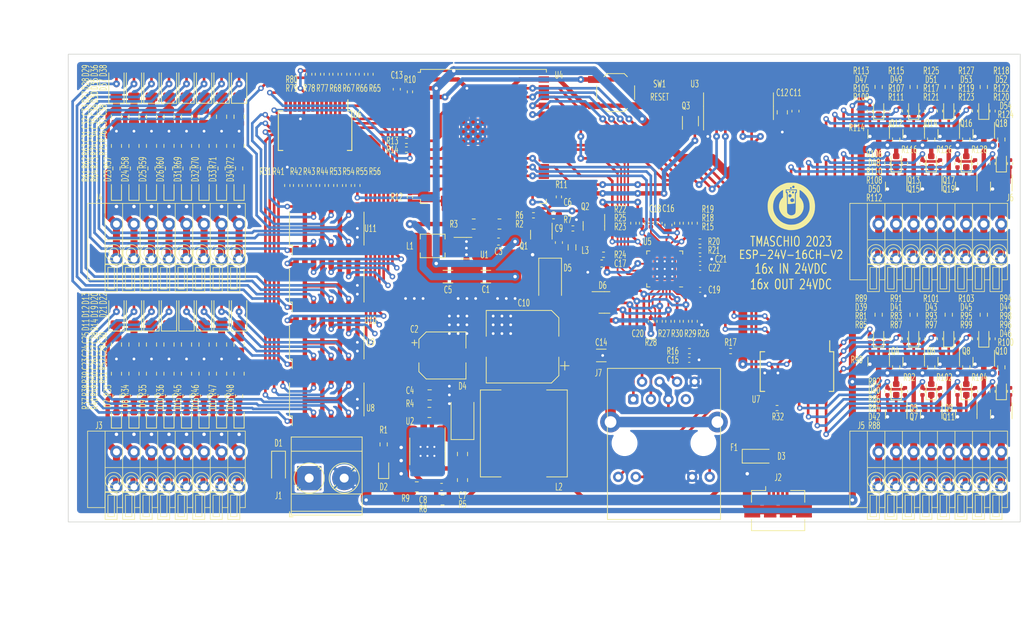
<source format=kicad_pcb>
(kicad_pcb (version 20221018) (generator pcbnew)
  (title_block (title "ESP 16x 24VDC Input 16x 24VDC Output Module"))
  (layers (0 "F.Cu" signal) (31 "B.Cu" signal) (34 "B.Paste" user) (35 "F.Paste" user) (36 "B.SilkS" user "B.Silkscreen") (37 "F.SilkS" user "F.Silkscreen") (38 "B.Mask" user) (39 "F.Mask" user) (44 "Edge.Cuts" user))
  (net 0 "")
  (net 1 "GND")
  (net 2 "Net-(C14-Pad1)")
  (net 3 "+3.3VA")
  (net 4 "+24V")
  (net 5 "+3.3V")
  (net 6 "Net-(Q3A-C1)")
  (net 7 "Net-(D11-K)")
  (net 8 "Net-(D12-K)")
  (net 9 "Net-(D13-K)")
  (net 10 "Net-(D14-K)")
  (net 11 "Net-(D19-K)")
  (net 12 "Net-(D20-K)")
  (net 13 "Net-(D21-K)")
  (net 14 "Net-(D22-K)")
  (net 15 "Net-(D27-K)")
  (net 16 "Net-(D28-K)")
  (net 17 "Net-(D29-K)")
  (net 18 "Net-(D30-K)")
  (net 19 "Net-(D35-K)")
  (net 20 "/MCU/USB_D-")
  (net 21 "/MCU/USB_D+")
  (net 22 "Net-(D36-K)")
  (net 23 "Net-(D37-K)")
  (net 24 "Net-(D38-K)")
  (net 25 "Net-(U5-VDDCR)")
  (net 26 "/MCU/PHY_PWR")
  (net 27 "/MCU/I2C_SCL")
  (net 28 "/MCU/I2C_SDA")
  (net 29 "Net-(D7-A)")
  (net 30 "/LAN/RD-")
  (net 31 "/LAN/TD-")
  (net 32 "/LAN/TD+")
  (net 33 "/LAN/RD+")
  (net 34 "Net-(D8-A)")
  (net 35 "Net-(D9-A)")
  (net 36 "Net-(D10-A)")
  (net 37 "Net-(D11-A)")
  (net 38 "Net-(D12-A)")
  (net 39 "Net-(D13-A)")
  (net 40 "Net-(D14-A)")
  (net 41 "Net-(D15-A)")
  (net 42 "Net-(D16-A)")
  (net 43 "Net-(D17-A)")
  (net 44 "Net-(D18-A)")
  (net 45 "Net-(D19-A)")
  (net 46 "Net-(D20-A)")
  (net 47 "Net-(D21-A)")
  (net 48 "Net-(D22-A)")
  (net 49 "Net-(D23-A)")
  (net 50 "Net-(D24-A)")
  (net 51 "Net-(D25-A)")
  (net 52 "Net-(D26-A)")
  (net 53 "/LAN/LED_G_K")
  (net 54 "Net-(D27-A)")
  (net 55 "Net-(D28-A)")
  (net 56 "Net-(D29-A)")
  (net 57 "Net-(D30-A)")
  (net 58 "Net-(D31-A)")
  (net 59 "Net-(D32-A)")
  (net 60 "Net-(D33-A)")
  (net 61 "Net-(D34-A)")
  (net 62 "Net-(D35-A)")
  (net 63 "/LAN/EMAC_RXD1")
  (net 64 "/LAN/EMAC_RXD0")
  (net 65 "/LAN/EMAC_MDIO")
  (net 66 "/LAN/EMAC_RX")
  (net 67 "Net-(D36-A)")
  (net 68 "Net-(D37-A)")
  (net 69 "Net-(D38-A)")
  (net 70 "/LAN/EMAC_CLK")
  (net 71 "/LAN/EMAC_TXD0")
  (net 72 "/LAN/EMAC_TXEN")
  (net 73 "/LAN/EMAC_TXD1")
  (net 74 "/LAN/EMAC_MDC")
  (net 75 "/Outputs 1-16/J8-OUT1")
  (net 76 "/Outputs 1-16/J8-OUT2")
  (net 77 "/Power/USB_VBUS")
  (net 78 "/Outputs 1-16/J8-OUT3")
  (net 79 "Net-(D39-A)")
  (net 80 "/Outputs 1-16/J8-OUT4")
  (net 81 "Net-(D40-A)")
  (net 82 "/Outputs 1-16/J8-OUT5")
  (net 83 "Net-(D41-A)")
  (net 84 "/Outputs 1-16/J8-OUT6")
  (net 85 "Net-(D42-A)")
  (net 86 "/Outputs 1-16/J8-OUT7")
  (net 87 "Net-(D43-A)")
  (net 88 "/Outputs 1-16/J8-OUT8")
  (net 89 "Net-(D44-A)")
  (net 90 "/Outputs 1-16/J9-OUT9")
  (net 91 "Net-(D45-A)")
  (net 92 "/Outputs 1-16/J9-OUT10")
  (net 93 "Net-(D46-A)")
  (net 94 "/Outputs 1-16/J9-OUT11")
  (net 95 "Net-(D47-A)")
  (net 96 "/Outputs 1-16/J9-OUT12")
  (net 97 "Net-(D48-A)")
  (net 98 "/Outputs 1-16/J9-OUT13")
  (net 99 "Net-(D49-A)")
  (net 100 "/Outputs 1-16/J9-OUT14")
  (net 101 "Net-(D50-A)")
  (net 102 "/Outputs 1-16/J9-OUT15")
  (net 103 "Net-(D51-A)")
  (net 104 "/Outputs 1-16/J9-OUT16")
  (net 105 "Net-(D52-A)")
  (net 106 "/Inputs 1-16/J4-IN1")
  (net 107 "/Inputs 1-16/J4-IN2")
  (net 108 "/Inputs 1-16/J4-IN3")
  (net 109 "/Inputs 1-16/J4-IN4")
  (net 110 "/Inputs 1-16/J4-IN5")
  (net 111 "/Inputs 1-16/J4-IN6")
  (net 112 "/Inputs 1-16/J4-IN7")
  (net 113 "/Inputs 1-16/J4-IN8")
  (net 114 "/Inputs 1-16/J5-IN9")
  (net 115 "/Inputs 1-16/J5-IN10")
  (net 116 "/Inputs 1-16/J5-IN11")
  (net 117 "/Inputs 1-16/J5-IN12")
  (net 118 "/Inputs 1-16/J5-IN13")
  (net 119 "/Inputs 1-16/J5-IN14")
  (net 120 "/Inputs 1-16/J5-IN15")
  (net 121 "/Inputs 1-16/J5-IN16")
  (net 122 "Net-(D53-A)")
  (net 123 "Net-(D54-A)")
  (net 124 "Net-(Q3B-C2)")
  (net 125 "Net-(Q4-B)")
  (net 126 "Net-(Q5-B)")
  (net 127 "Net-(Q6-B)")
  (net 128 "Net-(Q7-B)")
  (net 129 "Net-(Q8-B)")
  (net 130 "Net-(Q9-B)")
  (net 131 "Net-(Q10-B)")
  (net 132 "Net-(Q11-B)")
  (net 133 "Net-(Q12-B)")
  (net 134 "Net-(Q13-B)")
  (net 135 "Net-(Q14-B)")
  (net 136 "Net-(Q15-B)")
  (net 137 "Net-(Q16-B)")
  (net 138 "Net-(Q17-B)")
  (net 139 "Net-(Q18-B)")
  (net 140 "Net-(Q19-B)")
  (net 141 "Net-(U6-~{RESET})")
  (net 142 "/GPIO Expanders/IN1")
  (net 143 "/GPIO Expanders/IN2")
  (net 144 "/GPIO Expanders/IN3")
  (net 145 "/GPIO Expanders/IN4")
  (net 146 "/GPIO Expanders/IN5")
  (net 147 "/GPIO Expanders/IN6")
  (net 148 "/GPIO Expanders/IN7")
  (net 149 "/GPIO Expanders/IN8")
  (net 150 "/GPIO Expanders/IN9")
  (net 151 "/GPIO Expanders/IN10")
  (net 152 "/GPIO Expanders/IN11")
  (net 153 "/GPIO Expanders/IN12")
  (net 154 "/GPIO Expanders/IN13")
  (net 155 "/GPIO Expanders/IN14")
  (net 156 "/GPIO Expanders/IN15")
  (net 157 "/GPIO Expanders/IN16")
  (net 158 "/GPIO Expanders/OUT1")
  (net 159 "/GPIO Expanders/OUT2")
  (net 160 "/GPIO Expanders/OUT3")
  (net 161 "/GPIO Expanders/OUT4")
  (net 162 "/GPIO Expanders/OUT5")
  (net 163 "/GPIO Expanders/OUT6")
  (net 164 "/GPIO Expanders/OUT7")
  (net 165 "/GPIO Expanders/OUT8")
  (net 166 "/GPIO Expanders/OUT9")
  (net 167 "/GPIO Expanders/OUT10")
  (net 168 "/GPIO Expanders/OUT11")
  (net 169 "/GPIO Expanders/OUT12")
  (net 170 "/GPIO Expanders/OUT13")
  (net 171 "/GPIO Expanders/OUT14")
  (net 172 "/GPIO Expanders/OUT15")
  (net 173 "/GPIO Expanders/OUT16")
  (net 174 "Net-(U3-TXD)")
  (net 175 "Net-(U3-RXD)")
  (net 180 "/GPIO Expanders/MCP1-INTB")
  (net 181 "/GPIO Expanders/MCP1-INTA")
  (net 188 "/GPIO Expanders/MCP2-INTA")
  (net 191 "/GPIO Expanders/MCP2-INTB")
  (net 198 "Net-(J7-Pad9)")
  (net 199 "+5V")
  (net 200 "Net-(U1-FB)")
  (net 201 "Net-(Q1-G)")
  (net 202 "Net-(D4-K)")
  (net 203 "Net-(C7-Pad1)")
  (net 204 "Net-(D5-A)")
  (net 205 "Net-(U2-FB)")
  (net 206 "+3.3VLAN")
  (net 207 "Net-(U5-~{RST})")
  (net 208 "Net-(D2-A)")
  (net 209 "Net-(D3-K)")
  (net 210 "Net-(U1-LX)")
  (net 211 "Net-(Q2-C)")
  (net 212 "Net-(Q3A-E1)")
  (net 213 "Net-(Q3A-B1)")
  (net 214 "Net-(R4-Pad2)")
  (net 215 "Net-(U2-BS)")
  (net 216 "Net-(U5-RXD2{slash}~{RMIISEL})")
  (net 217 "/LAN/LED_Y_A")
  (net 218 "Net-(U5-RXD3{slash}~{PHYAD2})")
  (net 219 "Net-(U5-RXCLK{slash}~{PHYAD1})")
  (net 220 "Net-(U5-RXER{slash}RXD4{slash}~{PHYAD0})")
  (net 221 "Net-(U5-RBIAS)")
  (net 236 "Net-(J7-Pad12)")
  (net 237 "Net-(U7-~{RESET})")
  (net 240 "/Power/VIN")
  (footprint "Tales:R_0603_1608Metric" (layer "F.Cu") (at 89.535 113.855 -90)
    (fp_text reference "R48")
    (fp_text value "5,6k/0,1W/0603")
  )
  (footprint "Tales:CP_Elec_10x10" (layer "F.Cu") (at 130.62 106.68 180)
    (fp_text reference "C10")
    (fp_text value "470uF/16V/10x10")
  )
  (footprint "Package_SO:SOP-16_4.4x10.4mm_P1.27mm" (layer "F.Cu") (at 102.24 89.56 90)
    (fp_text reference "U11")
    (fp_text value "OR-3H4-4")
  )
  (footprint "Diode_SMD:D_MiniMELF" (layer "F.Cu") (at 89.535 68.735 90)
    (fp_text reference "D38")
    (fp_text value "9V1/500mW")
  )
  (footprint "Tales:C_1206_3216Metric" (layer "F.Cu") (at 142.035 107.95 180)
    (fp_text reference "C14")
    (fp_text value "1nF/2kV/1206")
  )
  (footprint "Tales:L_12x12mm_H6mm" (layer "F.Cu") (at 130.81 119.25 90)
    (fp_text reference "L2")
    (fp_text value "33uH 2,1A")
  )
  (footprint "Tales:R_0603_1608Metric" (layer "F.Cu") (at 71.755 80.835 -90)
    (fp_text reference "R57")
    (fp_text value "5,6k/0,1W/0603")
  )
  (footprint "Tales:R_0402_1005Metric" (layer "F.Cu") (at 193.675 105.535 90)
    (fp_text reference "R97")
    (fp_text value "1k/62,5mW/0402")
  )
  (footprint "Tales:R_0402_1005Metric" (layer "F.Cu") (at 198.755 72.515 90)
    (fp_text reference "R123")
    (fp_text value "1k/62,5mW/0402")
  )
  (footprint "Tales:R_0402_1005Metric" (layer "F.Cu") (at 150.495 102.995 -90)
    (fp_text reference "R28")
    (fp_text value "49,9R/62,5mW/0402")
  )
  (footprint "Tales:LED_0603_1608Metric" (layer "F.Cu") (at 81.915 83.9725 90)
    (fp_text reference "D31")
    (fp_text value "GREEN/0603")
  )
  (footprint "Tales:SOIC-8-1EP_3.9x4.9mm_P1.27mm_EP2.29x3mm_ThermalVias" (layer "F.Cu") (at 116.84 121.855 -90)
    (fp_text reference "U2")
    (fp_text value "TX4138")
  )
  (footprint "Diode_SMD:D_MiniMELF" (layer "F.Cu") (at 76.835 68.735 90)
    (fp_text reference "D29")
    (fp_text value "9V1/500mW")
  )
  (footprint "Tales:R_0603_1608Metric" (layer "F.Cu") (at 189.865 109.665 -90)
    (fp_text reference "R92")
    (fp_text value "5,6k/0,1W/0603")
  )
  (footprint "Tales:R_0402_1005Metric" (layer "F.Cu") (at 108.585 67.185 -90)
    (fp_text reference "R65")
    (fp_text value "2k2/62,5mW/0402")
  )
  (footprint "Tales:R_0402_1005Metric" (layer "F.Cu") (at 146.685 88.775 -90)
    (fp_text reference "R22")
    (fp_text value "2k2/62,5mW/0402")
  )
  (footprint "Tales:R_0402_1005Metric" (layer "F.Cu") (at 113.79 76.84)
    (fp_text reference "R13")
    (fp_text value "2k2/62,5mW/0402")
  )
  (footprint "Tales:R_0402_1005Metric" (layer "F.Cu") (at 193.675 113.155 -90)
    (fp_text reference "R94")
    (fp_text value "10k/62,5mW/0402")
  )
  (footprint "Tales:LED_0603_1608Metric" (layer "F.Cu") (at 184.785 112.8775 90)
    (fp_text reference "D40")
    (fp_text value "GREEN/0603")
  )
  (footprint "Diode_SMD:D_MiniMELF" (layer "F.Cu") (at 84.455 101.755 90)
    (fp_text reference "D20")
    (fp_text value "9V1/500mW")
  )
  (footprint "Package_TO_SOT_SMD:SOT-23-5" (layer "F.Cu") (at 142.4885 100.264)
    (fp_text reference "D6")
    (fp_text value "ESDS314DBV")
  )
  (footprint "Tales:SOT-23" (layer "F.Cu") (at 184.785 83.455 -90)
    (fp_text reference "Q13")
    (fp_text value "MMBT2222A/SOT-23-3")
  )
  (footprint "Tales:R_0402_1005Metric" (layer "F.Cu") (at 101.6 83.31 90)
    (fp_text reference "R44")
    (fp_text value "2k2/62,5mW/0402")
  )
  (footprint "Inductor_SMD:L_0805_2012Metric" (layer "F.Cu") (at 137.795 92.2825 -90)
    (fp_text reference "L3")
    (fp_text value "2A 600R")
  )
  (footprint "Tales:D_SMA" (layer "F.Cu") (at 134.62 97.25 -90)
    (fp_text reference "D5")
    (fp_text value "SS34")
  )
  (footprint "Tales:R_0805_2012Metric" (layer "F.Cu") (at 123.5475 88.9 180)
    (fp_text reference "R3")
    (fp_text value "22,1k/0,125W/0805")
  )
  (footprint "Tales:R_0603_1608Metric" (layer "F.Cu") (at 79.375 80.835 -90)
    (fp_text reference "R60")
    (fp_text value "5,6k/0,1W/0603")
  )
  (footprint "Diode_SMD:D_MiniMELF" (layer "F.Cu") (at 79.375 101.755 90)
    (fp_text reference "D14")
    (fp_text value "9V1/500mW")
  )
  (footprint "Tales:R_0402_1005Metric" (layer "F.Cu") (at 153.035 88.775 -90)
    (fp_text reference "R19")
    (fp_text value "2k2/62,5mW/0402")
  )
  (footprint "Tales:SOT-363_SC-70-6" (layer "F.Cu") (at 154.955 73.98 90)
    (fp_text reference "Q3")
    (fp_text value "UMH3N")
  )
  (footprint "Tales:R_0805_2012Metric" (layer "F.Cu") (at 71.755 110.5935 -90)
    (fp_text reference "R37")
    (fp_text value "1k8/0,125W/0805")
  )
  (footprint "Tales:ESP32-WROOM-32U" (layer "F.Cu") (at 124.955 76.2)
    (fp_text reference "U4")
    (fp_text value "ESP32-WROOM-32UE-N16")
  )
  (footprint "Tales:R_0603_1608Metric" (layer "F.Cu") (at 182.245 102.045 -90)
    (fp_text reference "R89")
    (fp_text value "5,6k/0,1W/0603")
  )
  (footprint "Tales:C_0402_1005Metric" (layer "F.Cu") (at 156.365 93.98)
    (fp_text reference "C21")
    (fp_text value "1uF/25V/0402")
  )
  (footprint "Tales:R_0402_1005Metric" (layer "F.Cu") (at 201.295 80.135 90)
    (fp_text reference "R124")
    (fp_text value "1k/62,5mW/0402")
  )
  (footprint "Tales:C_0402_1005Metric" (layer "F.Cu") (at 154.785 108.585)
    (fp_text reference "C15")
    (fp_text value "0,1uF/50V/0402")
  )
  (footprint "Tales:C_0603_1608Metric" (layer "F.Cu") (at 112.395 69.36 90)
    (fp_text reference "C13")
    (fp_text value "1uF/50V/0603")
  )
  (footprint "Tales:R_0402_1005Metric" (layer "F.Cu") (at 198.755 105.535 90)
    (fp_text reference "R99")
    (fp_text value "1k/62,5mW/0402")
  )
  (footprint "Tales:SOT-23" (layer "F.Cu") (at 197.485 108.855 -90)
    (fp_text reference "Q10")
    (fp_text value "MMBT2222A/SOT-23-3")
  )
  (footprint "Tales:LED_0603_1608Metric" (layer "F.Cu") (at 187.325 105.2575 90)
    (fp_text reference "D41")
    (fp_text value "GREEN/0603")
  )
  (footprint "Tales:R_0402_1005Metric" (layer "F.Cu") (at 147.955 88.775 -90)
    (fp_text reference "R25")
    (fp_text value "2k2/62,5mW/0402")
  )
  (footprint "Tales:R_0603_1608Metric" (layer "F.Cu") (at 197.485 102.045 -90)
    (fp_text reference "R103")
    (fp_text value "5,6k/0,1W/0603")
  )
  (footprint "Tales:R_0402_1005Metric" (layer "F.Cu") (at 100.965 67.185 -90)
    (fp_text reference "R79")
    (fp_text value "2k2/62,5mW/0402")
  )
  (footprint "Diode_SMD:D_MiniMELF" (layer "F.Cu") (at 76.835 101.755 90)
    (fp_text reference "D13")
    (fp_text value "9V1/500mW")
  )
  (footprint "Tales:R_0402_1005Metric" (layer "F.Cu") (at 191.135 72.515 -90)
    (fp_text reference "R117")
    (fp_text value "10k/62,5mW/0402")
  )
  (footprint "Tales:LED_0603_1608Metric" (layer "F.Cu") (at 187.325 72.2375 90)
    (fp_text reference "D49")
    (fp_text value "GREEN/0603")
  )
  (footprint "Tales:L_3x3_H1.5" (layer "F.Cu") (at 117.595 92.075 180)
    (fp_text reference "L1")
    (fp_text value "2,2uH 1,5A")
  )
  (footprint "Tales:R_0402_1005Metric" (layer "F.Cu") (at 155.575 102.995 -90)
    (fp_text reference "R26")
    (fp_text value "12,1k/62,5mW/0402")
  )
  (footprint "Tales:R_0805_2012Metric" (layer "F.Cu") (at 84.455 110.5935 -90)
    (fp_text reference "R50")
    (fp_text value "1k8/0,125W/0805")
  )
  (footprint "Tales:R_0402_1005Metric" (layer "F.Cu") (at 188.595 72.515 90)
    (fp_text reference "R111")
    (fp_text value "1k/62,5mW/0402")
  )
  (footprint "Package_SO:SOP-16_4.4x10.4mm_P1.27mm" (layer "F.Cu") (at 102.24 97.815 90)
    (fp_text reference "U10")
    (fp_text value "OR-3H4-4")
  )
  (footprint "Tales:C_0805_2012Metric" (layer "F.Cu") (at 89.535 73.345 -90)
    (fp_text reference "C38")
    (fp_text value "33nF/50V/0805")
  )
  (footprint "Tales:C_1206_3216Metric" (layer "F.Cu") (at 125.3 96.52 180)
    (fp_text reference "C1")
    (fp_text value "10uF/50V/1206")
  )
  (footprint "Tales:SOT-23" (layer "F.Cu") (at 187.325 75.835 -90)
    (fp_text reference "Q14")
    (fp_text value "MMBT2222A/SOT-23-3")
  )
  (footprint "Tales:CP_Elec_6.3x5.4" (layer "F.Cu") (at 119.005 107.95)
    (fp_text reference "C2")
    (fp_text value "47uF/35V/6,3x5,4")
  )
  (footprint "Tales:R_0603_1608Metric" (layer "F.Cu") (at 76.835 80.835 -90)
    (fp_text reference "R59")
    (fp_text value "5,6k/0,1W/0603")
  )
  (footprint "Diode_SMD:D_MiniMELF" (layer "F.Cu") (at 89.535 101.755 90)
    (fp_text reference "D22")
    (fp_text value "9V1/500mW")
  )
  (footprint "Tales:C_0805_2012Metric" (layer "F.Cu") (at 86.995 106.36 -90)
    (fp_text reference "C29")
    (fp_text value "33nF/50V/0805")
  )
  (footprint "Tales:TSOT-23-5" (layer "F.Cu") (at 122.485 92.39)
    (fp_text reference "U1")
    (fp_text value "SY8089A1AAC")
  )
  (footprint "Tales:R_0805_2012Metric" (layer "F.Cu") (at 86.995 77.5735 -90)
    (fp_text reference "R75")
    (fp_text value "1k8/0,125W/0805")
  )
  (footprint "Tales:R_0402_1005Metric" (layer "F.Cu") (at 154.305 88.775 -90)
    (fp_text reference "R18")
    (fp_text value "2k2/62,5mW/0402")
  )
  (footprint "Tales:LED_0603_1608Metric" (layer "F.Cu") (at 197.485 105.2575 90)
    (fp_text reference "D45")
    (fp_text value "GREEN/0603")
  )
  (footprint "Tales:R_0402_1005Metric" (layer "F.Cu") (at 183.515 72.515 90)
    (fp_text reference "R109")
    (fp_text value "1k/62,5mW/0402")
  )
  (footprint "Tales:R_0603_1608Metric" (layer "F.Cu") (at 86.995 80.835 -90)
    (fp_text reference "R71")
    (fp_text value "5,6k/0,1W/0603")
  )
  (footprint "Tales:R_0402_1005Metric" (layer "F.Cu") (at 186.055 113.155 90)
    (fp_text reference "R86")
    (fp_text value "1k/62,5mW/0402")
  )
  (footprint "Package_SO:SOIC-16_3.9x9.9mm_P1.27mm" (layer "F.Cu") (at 161.925 71.82 90)
    (fp_text reference "U3")
    (fp_text value "CH340C")
  )
  (footprint "Tales:R_0402_1005Metric" (layer "F.Cu") (at 137.92 89.535 180)
    (fp_text reference "R7")
    (fp_text value "1k/62,5mW/0402")
  )
  (footprint "Tales:SOT-23" (layer "F.Cu") (at 189.865 116.475 -90)
    (fp_text reference "Q7")
    (fp_text value "MMBT2222A/SOT-23-3")
  )
  (footprint "Tales:C_0603_1608Metric" (layer "F.Cu") (at 170.18 72.53 -90)
    (fp_text reference "C11")
    (fp_text value "10uF/10V/0603")
  )
  (footprint "Tales:SOT-23" (layer "F.Cu") (at 140.97 89.17 -90)
    (fp_text reference "Q2")
    (fp_text value "LMUN2211LT1G")
  )
  (footprint "Tales:R_0402_1005Metric" (layer "F.Cu") (at 160.78 107.315)
    (fp_text reference "R17")
    (fp_text value "330R/62,5mW/0402")
  )
  (footprint "Tales:R_0402_1005Metric" (layer "F.Cu") (at 154.815 107.315)
    (fp_text reference "R16")
    (fp_text value "330R/62,5mW/0402")
  )
  (footprint "Diode_SMD:D_MiniMELF" (layer "F.Cu") (at 84.455 68.735 90)
    (fp_text reference "D36")
    (fp_text value "9V1/500mW")
  )
  (footprint "Tales:R_0805_2012Metric" (layer "F.Cu") (at 76.835 77.5735 -90)
    (fp_text reference "R63")
    (fp_text value "1k8/0,125W/0805")
  )
  (footprint "Tales:R_0402_1005Metric" (layer "F.Cu") (at 183.515 105.535 90)
    (fp_text reference "R85")
    (fp_text value "1k/62,5mW/0402")
  )
  (footprint "Tales:C_0805_2012Metric" (layer "F.Cu") (at 79.375 106.36 -90)
    (fp_text reference "C26")
    (fp_text value "33nF/50V/0805")
  )
  (footprint "Tales:R_0805_2012Metric" (layer "F.Cu") (at 79.375 77.5735 -90)
    (fp_text reference "R64")
    (fp_text value "1k8/0,125W/0805")
  )
  (footprint "Diode_SMD:D_MiniMELF" (layer "F.Cu") (at 74.295 68.735 90)
    (fp_text reference "D28")
    (fp_text value "9V1/500mW")
  )
  (footprint "Tales:C_0402_1005Metric" (layer "F.Cu") (at 156.365 98.425)
    (fp_text reference "C19")
    (fp_text value "0,1uF/50V/0402")
  )
  (footprint "Tales:R_0402_1005Metric" (layer "F.Cu") (at 156.335 92.71)
    (fp_text reference "R21")
    (fp_text value "2k2/62,5mW/0402")
  )
  (footprint "Tales:C_0402_1005Metric" (layer "F.Cu") (at 150.495 88.745 90)
    (fp_text reference "C18")
    (fp_text value "0,1uF/50V/0402")
  )
  (footprint "Tales:R_0402_1005Metric" (layer "F.Cu") (at 191.135 80.135 90)
    (fp_text reference "R112")
    (fp_text value "1k/62,5mW/0402")
  )
  (footprint "Tales:SOT-23" (layer "F.Cu") (at 192.405 108.855 -90)
    (fp_text reference "Q8")
    (fp_text value "MMBT2222A/SOT-23-3")
  )
  (footprint "Tales:R_0402_1005Metric" (layer "F.Cu") (at 193.675 80.135 -90)
    (fp_text reference "R118")
    (fp_text value "10k/62,5mW/0402")
  )
  (footprint "Diode_SMD:D_MiniMELF" (layer "F.Cu") (at 86.995 101.755 90)
    (fp_text reference "D21")
    (fp_text value "9V1/500mW")
  )
  (footprint "Tales:LED_0603_1608Metric" (layer "F.Cu") (at 189.865 112.8775 90)
    (fp_text reference "D42")
    (fp_text value "GREEN/0603")
  )
  (footprint "Tales:C_0805_2012Metric" (layer "F.Cu") (at 76.835 106.36 -90)
    (fp_text reference "C25")
    (fp_text value "33nF/50V/0805")
  )
  (footprint "Tales:SOT-23" (layer "F.Cu") (at 189.865 83.455 -90)
    (fp_text reference "Q15")
    (fp_text value "MMBT2222A/SOT-23-3")
  )
  (footprint "Tales:TerminalBlock_Phoenix_MKDS-3-2-5.08_1x02_P5.08mm_Horizontal" (layer "F.Cu") (at 99.695 125.73)
    (fp_text reference "J1")
    (fp_text value "VIN")
  )
  (footprint "Tales:C_0805_2012Metric" (layer "F.Cu") (at 71.755 106.36 -90)
    (fp_text reference "C23")
    (fp_text value "33nF/50V/0805")
  )
  (footprint "Tales:R_0402_1005Metric" (layer "F.Cu") (at 113.79 78.11)
    (fp_text reference "R14")
    (fp_text value "2k2/62,5mW/0402")
  )
  (footprint "Tales:R_0402_1005Metric" (layer "F.Cu") (at 149.225 88.775 90)
    (fp_text reference "R23")
    (fp_text value "2k2/62,5mW/0402")
  )
  (footprint "Tales:CTL-logo_8x8mm_Silkscreen" (layer "F.Cu") (at 169.545 86.36)
    (fp_text reference "G***" hide)
    (fp_text value "LOGO" hide)
  )
  (footprint "Tales:R_0603_1608Metric" (layer "F.Cu") (at 194.945 76.645 -90)
    (fp_text reference "R126")
    (fp_text value "5,6k/0,1W/0603")
  )
  (footprint "Tales:LED_0603_1608Metric" (layer "F.Cu") (at 197.485 72.2375 90)
    (fp_text reference "D53")
    (fp_text value "GREEN/0603")
  )
  (footprint "Tales:C_0402_1005Metric" (layer "F.Cu") (at 149.225 103.025 90)
    (fp_text reference "C20")
    (fp_text value "0,1uF/50V/0402")
  )
  (footprint "Tales:TerminalBlock_Dorabo_DB141V-2.54-08P_1x08_P2.54mm_Vertical" (layer "F.Cu") (at 182.245 127)
    (fp_text reference "J5")
    (fp_text value "Conn_01x08")
  )
  (footprint "Tales:C_0805_2012Metric" (layer "F.Cu") (at 81.915 106.36 -90)
    (fp_text reference "C27")
    (fp_text value "33nF/50V/0805")
  )
  (footprint "Tales:C_0805_2012Metric" (layer "F.Cu") (at 71.755 73.345 -90)
    (fp_text reference "C31")
    (fp_text value "33nF/50V/0805")
  )
  (footprint "Tales:LED_0603_1608Metric" (layer "F.Cu") (at 74.295 83.9725 90)
    (fp_text reference "D24")
    (fp_text value "GREEN/0603")
  )
  (footprint "Diode_SMD:D_MiniMELF" (layer "F.Cu") (at 74.295 101.755 90)
    (fp_text reference "D12")
    (fp_text value "9V1/500mW")
  )
  (footprint "Tales:SOT-23" (layer "F.Cu") (at 200.025 83.455 -90)
    (fp_text reference "Q19")
    (fp_text value "MMBT2222A/SOT-23-3")
  )
  (footprint "Package_SO:SOP-16_4.4x10.4mm_P1.27mm" (layer "F.Cu") (at 102.24 114.325 90)
    (fp_text reference "U8")
    (fp_text value "OR-3H4-4")
  )
  (footprint "Tales:R_0805_2012Metric" (layer "F.Cu") (at 119.0225 128.905 180)
    (fp_text reference "R8")
    (fp_text value "300k/0,125W/0805")
  )
  (footprint "Tales:R_0805_2012Metric" (layer "F.Cu") (at 89.535 77.5735 -90)
    (fp_text reference "R76")
    (fp_text value "1k8/0,125W/0805")
  )
  (footprint "Tales:LED_0603_1608Metric" (layer "F.Cu") (at 76.835 83.9725 90)
    (fp_text reference "D25")
    (fp_text value "GREEN/0603")
  )
  (footprint "Tales:R_0603_1608Metric" (layer "F.Cu") (at 187.325 69.025 -90)
    (fp_text reference "R115")
    (fp_text value "5,6k/0,1W/0603")
  )
  (footprint "Tales:R_0402_1005Metric" (layer "F.Cu") (at 196.215 105.535 -90)
    (fp_text reference "R95")
    (fp_text value "10k/62,5mW/0402")
  )
  (footprint "Tales:R_0402_1005Metric" (layer "F.Cu") (at 186.055 105.535 -90)
    (fp_text reference "R83")
    (fp_text value "10k/62,5mW/0402")
  )
  (footprint "Tales:LED_0603_1608Metric" (layer "F.Cu") (at 194.945 79.8575 90)
    (fp_text reference "D52")
    (fp_text value "GREEN/0603")
  )
  (footprint "Tales:SOT-23" (layer "F.Cu") (at 187.325 108.855 -90)
    (fp_text reference "Q6")
    (fp_text value "MMBT2222A/SOT-23-3")
  )
  (footprint "Diode_SMD:D_MiniMELF" (layer "F.Cu") (at 79.375 68.735 90)
    (fp_text reference "D30")
    (fp_text value "9V1/500mW")
  )
  (footprint "Tales:R_0603_1608Metric" (layer "F.Cu") (at 81.915 80.835 -90)
    (fp_text reference "R69")
    (fp_text value "5,6k/0,1W/0603")
  )
  (footprint "Tales:R_0603_1608Metric" (layer "F.Cu") (at 182.245 69.025 -90)
    (fp_text reference "R113")
    (fp_text value "5,6k/0,1W/0603")
  )
  (footprint "Diode_SMD:D_MiniMELF" (layer "F.Cu") (at 81.915 101.755 90)
    (fp_text reference "D19")
    (fp_text value "9V1/500mW")
  )
  (footprint "Tales:R_0805_2012Metric" (layer "F.Cu") (at 76.835 110.5935 -90)
    (fp_text reference "R39")
    (fp_text value "1k8/0,125W/0805")
  )
  (footprint "Tales:LED_0603_1608Metric" (layer "F.Cu") (at 192.405 105.2575 90)
    (fp_text reference "D43")
    (fp_text value "GREEN/0603")
  )
  (footprint "Tales:R_0805_2012Metric" (layer "F.Cu") (at 84.455 77.5735 -90)
    (fp_text reference "R74")
    (fp_text value "1k8/0,125W/0805")
  )
  (footprint "Tales:R_0603_1608Metric" (layer "F.Cu") (at 197.485 69.025 -90)
    (fp_text reference "R127")
    (fp_text value "5,6k/0,1W/0603")
  )
  (footprint "Tales:SOT-23" (layer "F.Cu") (at 182.245 75.835 -90)
    (fp_text reference "Q12")
    (fp_text value "MMBT2222A/SOT-23-3")
  )
  (footprint "Tales:R_0805_2012Metric" (layer "F.Cu") (at 86.995 110.5935 -90)
    (fp_text reference "R51")
    (fp_text value "1k8/0,125W/0805")
  )
  (footprint "Tales:C_0805_2012Metric" (layer "F.Cu") (at 89.535 106.36 -90)
    (fp_text reference "C30")
    (fp_text value "33nF/50V/0805")
  )
  (footprint "Tales:TerminalBlock_Dorabo_DB141V-2.54-08P_1x08_P2.54mm_Vertical" (layer "F.Cu") (at 71.755 93.98)
    (fp_text reference "J4")
    (fp_text value "Conn_01x08")
  )
  (footprint "Tales:R_0603_1608Metric" (layer "F.Cu") (at 184.785 109.665 -90)
    (fp_text reference "R90")
    (fp_text value "5,6k/0,1W/0603")
  )
  (footprint "Tales:R_0402_1005Metric" (layer "F.Cu") (at 188.595 80.135 -90)
    (fp_text reference "R108")
    (fp_text value "10k/62,5mW/0402")
  )
  (footprint "Tales:R_0402_1005Metric" (layer "F.Cu") (at 191.135 113.155 90)
    (fp_text reference "R88")
    (fp_text value "1k/62,5mW/0402")
  )
  (footprint "Tales:R_0402_1005Metric" (layer "F.Cu") (at 106.68 83.31 90)
    (fp_text reference "R56")
    (fp_text value "2k2/62,5mW/0402")
  )
  (footprint "Tales:R_0603_1608Metric" (layer "F.Cu") (at 84.455 80.835 -90)
    (fp_text reference "R70")
    (fp_text value "5,6k/0,1W/0603")
  )
  (footprint "Tales:SOT-23" (layer "F.Cu") (at 184.785 116.475 -90)
    (fp_text reference "Q5")
    (fp_text value "MMBT2222A/SOT-23-3")
  )
  (footprint "Tales:R_0402_1005Metric" (layer "F.Cu") (at 114.3 84.965 -90)
    (fp_text reference "R12")
    (fp_text value "10k/62,5mW/0402")
  )
  (footprint "Tales:R_0402_1005Metric" (layer "F.Cu") (at 156.335 91.44)
    (fp_text reference "R20")
    (fp_text value "2k2/62,5mW/0402")
  )
  (footprint "Tales:SOT-23" (layer "F.Cu") (at 133.35 90.44 -90)
    (fp_text reference "Q1")
    (fp_text value "WPM2015-3/TR")
  )
  (footprint "Tales:LED_0603_1608Metric" (layer "F.Cu") (at 182.245 105.2575 90)
    (fp_text reference "D39")
    (fp_text value "GREEN/0603")
  )
  (footprint "Tales:R_0402_1005Metric" (layer "F.Cu") (at 201.295 113.155 90)
    (fp_text reference "R100")
    (fp_text value "1k/62,5mW/0402")
  )
  (footprint "Tales:LED_0603_1608Metric" (layer "F.Cu") (at 79.375 83.9725 90)
    (fp_text reference "D26")
    (fp_text value "GREEN/0603")
  )
  (footprint "Diode_SMD:D_MiniMELF" (layer "F.Cu") (at 81.915 68.735 90)
    (fp_text reference "D35")
    (fp_text value "9V1/500mW")
  )
  (footprint "Tales:LED_0603_1608Metric" (layer "F.Cu") (at 200.025 79.8575 90)
    (fp_text reference "D54")
    (fp_text value "GREEN/0603")
  )
  (footprint "Tales:R_0603_1608Metric" (layer "F.Cu") (at 110.49 120.84 -90)
    (fp_text reference "R1")
    (fp_text value "5,6k/0,1W/0603")
  )
  (footprint "Tales:R_0402_1005Metric" (layer "F.Cu") (at 107.315 67.185 -90)
    (fp_text reference "R66")
    (fp_text value "2k2/62,5mW/0402")
  )
  (footprint "Tales:LED_0603_1608Metric" (layer "F.Cu") (at 84.455 116.9925 90)
    (fp_text reference "D16")
    (fp_text value "GREEN/0603")
  )
  (footprint "Tales:R_0402_1005Metric" (layer "F.Cu") (at 155.575 88.775 -90)
    (fp_text reference "R15")
    (fp_text value "2k2/62,5mW/0402")
  )
  (footprint "Tales:R_0402_1005Metric" (layer "F.Cu") (at 188.595 105.535 90)
    (fp_text reference "R87")
    (fp_text value "1k/62,5mW/0402")
  )
  (footprint "Tales:C_0805_2012Metric" (layer "F.Cu") (at 74.295 73.345 -90)
    (fp_text reference "C32")
    (fp_text value "33nF/50V/0805")
  )
  (footprint "Tales:R_0402_1005Metric" (layer "F.Cu") (at 104.775 67.185 -90)
    (fp_text reference "R68")
    (fp_text value "2k2/62,5mW/0402")
  )
  (footprint "Tales:R_0402_1005Metric" (layer "F.Cu") (at 191.135 105.535 -90)
    (fp_text reference "R93")
    (fp_text value "10k/62,5mW/0402")
  )
  (footprint "Tales:R_0805_2012Metric" (layer "F.Cu") (at 115.2925 127 180)
    (fp_text reference "R9")
    (fp_text value "52,3k/0,125W/0805")
  )
  (footprint "Tales:R_0603_1608Metric" (layer "F.Cu") (at 187.325 102.045 -90)
    (fp_text reference "R91")
    (fp_text value "5,6k/0,1W/0603")
  )
  (footprint "Package_SO:SSOP-28_5.3x10.2mm_P0.65mm" (layer "F.Cu") (at 100.55 75.355 -90)
    (fp_text reference "U6")
    (fp_text value "MCP23017_SS")
  )
  (footprint "Tales:R_0402_1005Metric" (layer "F.Cu") (at 180.975 72.515 -90)
    (fp_text reference "R105")
    (fp_text value "10k/62,5mW/0402")
  )
  (footprint "Tales:R_0805_2012Metric" (layer "F.Cu") (at 121.92 126.0075 -90)
    (fp_text reference "R5")
    (fp_text value "5R1/0,125W/0805")
  )
  (footprint "Tales:R_0603_1608Metric" (layer "F.Cu") (at 79.375 113.855 -90)
    (fp_text reference "R36")
    (fp_text value "5,6k/0,1W/0603")
  )
  (footprint "Tales:R_0402_1005Metric" (layer "F.Cu") (at 102.87 83.31 90)
    (fp_text reference "R53")
    (fp_text value "2k2/62,5mW/0402")
  )
  (footprint "Tales:LED_0603_1608Metric" (layer "F.Cu") (at 86.995 116.9925 90)
    (fp_text reference "D17")
    (fp_text value "GREEN/0603")
  )
  (footprint "Tales:R_0805_2012Metric" (layer "F.Cu") (at 81.915 110.5935 -90)
    (fp_text reference "R49")
    (fp_text value "1k8/0,125W/0805")
  )
  (footprint "Tales:R_0603_1608Metric" (layer "F.Cu") (at 89.535 80.835 -90)
    (fp_text reference "R72")
    (fp_text value "5,6k/0,1W/0603")
  )
  (footprint "Tales:R_0603_1608Metric" (layer "F.Cu") (at 189.865 76.645 -90)
    (fp_text reference "R116")
    (fp_text value "5,6k/0,1W/0603")
  )
  (footprint "Tales:R_0402_1005Metric" (layer "F.Cu") (at 135.89 84.965 90)
    (fp_text reference "R11")
    (fp_text value "10k/62,5mW/0402")
  )
  (footprint "Tales:R_0402_1005Metric" (layer "F.Cu") (at 142.365 93.345)
    (fp_text reference "R24")
    (fp_text value "10k/62,5mW/0402")
  )
  (footprint "Tales:C_0805_2012Metric" (layer "F.Cu") (at 76.835 73.345 -90)
    (fp_text reference "C33")
    (fp_text value "33nF/50V/0805")
  )
  (footprint "Tales:R_0603_1608Metric" (layer "F.Cu") (at 184.785 76.645 -90)
    (fp_text reference "R114")
    (fp_text value "5,6k/0,1W/0603")
  )
  (footprint "Tales:R_0603_1608Metric" (layer "F.Cu") (at 192.405 102.045 -90)
    (fp_text reference "R101")
    (fp_text value "5,6k/0,1W/0603")
  )
  (footprint "Tales:R_0402_1005Metric" (layer "F.Cu") (at 186.055 72.515 -90)
    (fp_text reference "R107")
    (fp_text value "10k/62,5mW/0402")
  )
  (footprint "Tales:LED_0603_1608Metric" (layer "F.Cu") (at 74.295 116.9925 90)
    (fp_text reference "D8")
    (fp_text value "GREEN/0603")
  )
  (footprint "Tales:R_0402_1005Metric" (layer "F.Cu") (at 183.515 113.155 -90)
    (fp_text reference "R82")
    (fp_text value "10k/62,5mW/0402")
  )
  (footprint "Tales:R_0805_2012Metric" (layer "F.Cu") (at 79.375 110.5935 -90)
    (fp_text reference "R40")
    (fp_text value "1k8/0,125W/0805")
  )
  (footprint "Tales:LED_0603_1608Metric" (layer "F.Cu") (at 76.835 116.9925 90)
    (fp_text reference "D9")
    (fp_text value "GREEN/0603")
  )
  (footprint "Tales:C_0603_1608Metric" (layer "F.Cu") (at 118.885 127 180)
    (fp_text reference "C8")
    (fp_text value "12pF/50V/0603")
  )
  (footprint "Tales:R_0402_1005Metric" (layer "F.Cu") (at 99.695 67.185 -90)
    (fp_text reference "R80")
    (fp_text value "2k2/62,5mW/0402")
  )
  (footprint "Tales:LED_0603_1608Metric" (layer "F.Cu") (at 192.405 72.2375 90)
    (fp_text reference "D51")
    (fp_text value "GREEN/0603")
  )
  (footprint "Tales:LED_0603_1608Metric" (layer "F.Cu") (at 189.865 79.8575 90)
    (fp_text reference "D50")
    (fp_text value "GREEN/0603")
  )
  (footprint "Tales:SOT-23" (layer "F.Cu") (at 182.245 108.855 -90)
    (fp_text reference "Q4")
    (fp_text value "MMBT2222A/SOT-23-3")
  )
  (footprint "Tales:C_0805_2012Metric" (layer "F.Cu") (at 121.92 122.235 90)
    (fp_text reference "C7")
    (fp_text value "0,1uF/50V/0805")
  )
  (footprint "Tales:LED_0603_1608Metric" (layer "F.Cu") (at 184.785 79.8575 90)
    (fp_text reference "D48")
    (fp_text value "GREEN/0603")
  )
  (footprint "Tales:C_0805_2012Metric" (layer "F.Cu") (at 84.455 106.36 -90)
    (fp_text reference "C28")
    (fp_text value "33nF/50V/0805")
  )
  (footprint "Tales:R_0805_2012Metric" (layer "F.Cu") (at 71.755 77.5735 -90)
    (fp_text reference "R61")
    (fp_text value "1k8/0,125W/0805")
  )
  (footprint "Tales:R_0603_1608Metric" (layer "F.Cu") (at 81.915 113.855 -90)
    (fp_text reference "R45")
    (fp_text value "5,6k/0,1W/0603")
  )
  (footprint "Tales:R_0402_1005Metric" (layer "F.Cu") (at 106.045 67.185 -90)
    (fp_text reference "R67")
    (fp_text value "2k2/62,5mW/0402")
  )
  (footprint "Tales:C_0603_1608Metric" (layer "F.Cu") (at 127.14 91.44 180)
    (fp_text reference "C3")
    (fp_text value "22pF/50V/0603")
  )
  (footprint "Tales:C_0603_1608Metric" (layer "F.Cu") (at 135.89 91.58 -90)
    (fp_text reference "C9")
    (fp_text value "10uF/10V/0603")
  )
  (footprint "Tales:R_0402_1005Metric" (layer "F.Cu") (at 180.975 105.535 -90)
    (fp_text reference "R81")
    (fp_text value "10k/62,5mW/0402")
  )
  (footprint "Tales:R_0805_2012Metric" (layer "F.Cu") (at 89.535 110.5935 -90)
    (fp_text reference "R52")
    (fp_text value "1k8/0,125W/0805")
  )
  (footprint "Tales:R_0402_1005Metric" (layer "F.Cu") (at 154.305 102.995 -90)
    (fp_text reference "R29")
    (fp_text value "49,9R/62,5mW/0402")
  )
  (footprint "Tales:C_0805_2012Metric" (layer "F.Cu") (at 84.455 73.345 -90)
    (fp_text reference "C36")
    (fp_text value "33nF/50V/0805")
  )
  (footprint "Tales:SOT-23" (layer "F.Cu") (at 194.945 83.455 -90)
    (fp_text reference "Q17")
    (fp_text value "MMBT2222A/SOT-23-3")
  )
  (footprint "Button_Switch_SMD:SW_SPST_TL3342" (layer "F.Cu") (at 144.12 69.845 180)
    (fp_text reference "SW1")
    (fp_text value "RESET")
  )
  (footprint "Tales:R_0603_1608Metric" (layer "F.Cu") (at 74.295 80.835 -90)
    (fp_text reference "R58")
    (fp_text value "5,6k/0,1W/0603")
  )
  (footprint "Tales:R_0402_1005Metric" (layer "F.Cu") (at 104.14 83.31 90)
    (fp_text reference "R54")
    (fp_text value "2k2/62,5mW/0402")
  )
  (footprint "Tales:C_1206_3216Metric" (layer "F.Cu") (at 119.81 96.52)
    (fp_text reference "C5")
    (fp_text value "10uF/50V/1206")
  )
  (footprint "Tales:R_0402_1005Metric" (layer "F.Cu") (at 99.06 83.31 90)
    (fp_text reference "R42")
    (fp_text value "2k2/62,5mW/0402")
  )
  (footprint "Tales:R_0402_1005Metric" (layer "F.Cu") (at 97.79 83.31 90)
    (fp_text reference "R41")
    (fp_text value "2k2/62,5mW/0402")
  )
  (footprint "Tales:R_0402_1005Metric" (layer "F.Cu") (at 102.235 67.185 -90)
    (fp_text reference "R78")
    (fp_text value "2k2/62,5mW/0402")
  )
  (footprint "Tales:SOT-23" (layer "F.Cu") (at 192.405 75.835 -90)
    (fp_text reference "Q16")
    (fp_text value "MMBT2222A/SOT-23-3")
  )
  (footprint "Tales:R_0805_2012Metric" (layer "F.Cu") (at 74.295 77.5735 -90)
    (fp_text reference "R62")
    (fp_text value "1k8/0,125W/0805")
  )
  (footprint "Tales:LED_0603_1608Metric" (layer "F.Cu") (at 79.375 116.9925 90)
    (fp_text reference "D10")
    (fp_text value "GREEN/0603")
  )
  (footprint "Tales:C_0805_2012Metric" (layer "F.Cu") (at 86.995 73.345 -90)
    (fp_text reference "C37")
    (fp_text value "33nF/50V/0805")
  )
  (footprint "Tales:USB_Micro-B_Amphenol_10104110_Horizontal" (layer "F.Cu") (at 167.67 129.185)
    (fp_text reference "J2")
    (fp_text value "USB")
  )
  (footprint "Tales:R_0402_1005Metric" (layer "F.Cu") (at 153.035 102.995 -90)
    (fp_text reference "R30")
    (fp_text value "49,9R/62,5mW/0402")
  )
  (footprint "Tales:R_0603_1608Metric" (layer "F.Cu") (at 76.835 113.855 -90)
    (fp_text reference "R35")
    (fp_text value "5,6k/0,1W/0603")
  )
  (footprint "Diode_SMD:D_MiniMELF" (layer "F.Cu") (at 71.755 68.735 90)
    (fp_text reference "D27")
    (fp_text value "9V1/500mW")
  )
  (footprint "Tales:R_0805_2012Metric" (layer "F.Cu") (at 74.295 110.5935 -90)
    (fp_text reference "R38")
    (fp_text value "1k8/0,125W/0805")
  )
  (footprint "Tales:R_0603_1608Metric" (layer "F.Cu") (at 200.025 76.645 -90)
    (fp_text reference "R128")
    (fp_text value "5,6k/0,1W/0603")
  )
  (footprint "Tales:LED_0603_1608Metric" (layer "F.Cu") (at 200.025 112.8775 90)
    (fp_text reference "D46")
    (fp_text value "GREEN/0603")
  )
  (footprint "Tales:R_0402_1005Metric" (layer "F.Cu") (at 167.515 115.57)
    (fp_text reference "R32")
    (fp_text value "1k/62,5mW/0402")
  )
  (footprint "Tales:R_0805_2012Metric" (layer "F.Cu") (at 81.915 77.5735 -90)
    (fp_text reference "R73")
    (fp_text value "1k8/0,125W/0805")
  )
  (footprint "Tales:C_0805_2012Metric" (layer "F.Cu") (at 81.915 73.345 -90)
    (fp_text reference "C35")
    (fp_text value "33nF/50V/0805")
  )
  (footprint "Tales:R_0402_1005Metric" (layer "F.Cu") (at 100.33 83.31 90)
    (fp_text reference "R43")
    (fp_text value "2k2/62,5mW/0402")
  )
  (footprint "Tales:LED_0603_1608Metric" (layer "F.Cu") (at 110.49 124.3075 90)
    (fp_text reference "D2")
    (fp_text value "GREEN/0603")
  )
  (footprint "Tales:R_0805_2012Metric" (layer "F.Cu") (at 117.1175 116.205)
    (fp_text reference "R4")
    (fp_text value "30mR/0,250W/0805")
  )
  (footprint "Tales:SOT-23" (layer "F.Cu") (at 197.485 75.835 -90)
    (fp_text reference "Q18")
    (fp_text value "MMBT2222A/SOT-23-3")
  )
  (footprint "Tales:QFN-32-1EP_5x5mm_P0.5mm_EP3.3x3.3mm_ThermalVias" (layer "F.Cu") (at 151.2325 95.405 180)
    (fp_text reference "U5")
    (fp_text value "LAN8710A")
  )
  (footprint "Tales:LED_0603_1608Metric" (layer "F.Cu") (at 182.245 72.2375 90)
    (fp_text reference "D47")
    (fp_text value "GREEN/0603")
  )
  (footprint "Tales:D_SMA" (layer "F.Cu") (at 121.92 116.745 90)
    (fp_text reference "D4")
    (fp_text value "SS510")
  )
  (footprint "Package_SO:SSOP-28_5.3x10.2mm_P0.65mm" (layer "F.Cu") (at 170.4 110.28 -90)
    (fp_text reference "U7")
    (fp_text value "MCP23017_SS")
  )
  (footprint "Tales:LED_0603_1608Metric" (layer "F.Cu") (at 71.755 83.9725 90)
    (fp_text reference "D23")
    (fp_text value "GREEN/0603")
  )
  (footprint "Tales:C_0402_1005Metric" (layer "F.Cu") (at 156.365 95.25)
    (fp_text reference "C22")
    (fp_text value "470pF/50V/0402")
  )
  (footprint "Tales:R_0402_1005Metric" (layer "F.Cu") (at 183.515 80.135 -90)
    (fp_text reference "R106")
    (fp_text value "10k/62,5mW/0402")
  )
  (footprint "Tales:R_0603_1608Metric" (layer "F.Cu") (at 71.755 113.855 -90)
    (fp_text reference "R33")
    (fp_text value "5,6k/0,1W/0603")
  )
  (footprint "Tales:LED_0603_1608Metric" (layer "F.Cu") (at 86.995 83.9725 90)
    (fp_text reference "D33")
    (fp_text value "GREEN/0603")
  )
  (footprint "Tales:R_0402_1005Metric" (layer "F.Cu") (at 114.3 69.73 -90)
    (fp_text reference "R10")
    (fp_text value "10k/62,5mW/0402")
  )
  (footprint "Tales:R_0402_1005Metric" (layer "F.Cu") (at 188.595 113.155 -90)
    (fp_text reference "R84")
    (fp_text value "10k/62,5mW/0402")
  )
  (footprint "Tales:R_0402_1005Metric" (layer "F.Cu") (at 193.675 72.515 90)
    (fp_text reference "R121")
    (fp_text value "1k/62,5mW/0402")
  )
  (footprint "Tales:Fuse_0402_1005Metric" (layer "F.Cu") (at 161.29 123.04 -90)
    (fp_text reference "F1")
    (fp_text value "500mA")
  )
  (footprint "Tales:D_SOD-123" (layer "F.Cu") (at 164.72 122.555)
    (fp_text reference "D3")
    (fp_text value "B5819W")
  )
  (footprint "Tales:R_0402_1005Metric" (layer "F.Cu") (at 186.055 80.135 90)
    (fp_text reference "R110")
    (fp_text value "1k/62,5mW/0402")
  )
  (footprint "Tales:C_0805_2012Metric" (layer "F.Cu") (at 79.375 73.345 -90)
    (fp_text reference "C34")
    (fp_text value "33nF/50V/0805")
  )
  (footprint "Tales:R_0805_2012Metric" (layer "F.Cu") (at 127.2775 88.9 180)
    (fp_text reference "R2")
    (fp_text value "100k/0,125W/0805")
  )
  (footprint "Tales:LED_0603_1608Metric" (layer "F.Cu") (at 84.455 83.9725 90)
    (fp_text reference "D32")
    (fp_text value "GREEN/0603")
  )
  (footprint "Tales:TerminalBlock_Dorabo_DB141V-2.54-08P_1x08_P2.54mm_Vertical" (layer "F.Cu") (at 182.245 93.98)
    (fp_text reference "J6")
    (fp_text value "Conn_01x08")
  )
  (footprint "Tales:SOT-23" (layer "F.Cu") (at 200.025 116.475 -90)
    (fp_text reference "Q11")
    (fp_text value "MMBT2222A/SOT-23-3")
  )
  (footprint "Tales:RJ45_HanRun_HR911105A" (layer "F.Cu") (at 151.125 120.65 180)
    (fp_text reference "J7")
    (fp_text value "ETHERNET")
  )
  (footprint "Tales:R_0402_1005Metric" (layer "F.Cu") (at 96.52 83.31 90)
    (fp_text reference "R31")
    (fp_text value "1k/62,5mW/0402")
  )
  (footprint "Tales:D_SOD-123" (layer "F.Cu") (at 95.25 124.08 -90)
    (fp_text reference "D1")
    (fp_text value "SM4007PL/SOD-123")
  )
  (footprint "Tales:R_0603_1608Metric" (layer "F.Cu") (at 200.025 109.665 -90)
    (fp_text reference "R104")
    (fp_text value "5,6k/0,1W/0603")
  )
  (footprint "Diode_SMD:D_MiniMELF" (layer "F.Cu") (at 71.755 101.755 90)
    (fp_text reference "D11")
    (fp_text value "9V1/500mW")
  )
  (footprint "Tales:LED_0603_1608Metric" (layer "F.Cu") (at 81.915 116.9925 90)
    (fp_text reference "D15")
    (fp_text value "GREEN/0603")
  )
  (footprint "Tales:R_0603_1608Metric" (layer "F.Cu") (at 192.405 69.025 -90)
    (fp_text reference "R125")
    (fp_text value "5,6k/0,1W/0603")
  )
  (footprint "Diode_SMD:D_MiniMELF" (layer "F.Cu") (at 86.995 68.735 90)
    (fp_text reference "D37")
    (fp_text value "9V1/500mW")
  )
  (footprint "Tales:R_0603_1608Metric" (layer "F.Cu") (at 84.455 113.855 -90)
    (fp_text reference "R46")
    (fp_text value "5,6k/0,1W/0603")
  )
  (footprint "Tales:SOT-23" (layer "F.Cu") (at 194.945 116.475 -90)
    (fp_text reference "Q9")
    (fp_text value "MMBT2222A/SOT-23-3")
  )
  (footprint "Tales:R_0402_1005Metric" (layer "F.Cu") (at 198.755 80.135 -90)
    (fp_text reference "R120")
    (fp_text value "10k/62,5mW/0402")
  )
  (footprint "Tales:LED_0603_1608Metric" (layer "F.Cu") (at 71.755 116.9925 90)
    (fp_text reference "D7")
    (fp_text value "GREEN/0603")
  )
  (footprint "Tales:LED_0603_1608Metric" (layer "F.Cu") (at 194.945 112.8775 90)
    (fp_text reference "D44")
    (fp_text value "GREEN/0603")
  )
  (footprint "Tales:TerminalBlock_Dorabo_DB141V-2.54-08P_1x08_P2.54mm_Vertical" (layer "F.Cu") (at 71.755 127)
    (fp_text reference "J3")
    (fp_text value "Conn_01x08")
  )
  (footprint "Tales:R_0402_1005Metric" (layer "F.Cu") (at 151.765 102.995 -90)
    (fp_text reference "R27")
    (fp_text value "49,9R/62,5mW/0402")
  )
  (footprint "Tales:LED_0603_1608Metric" (layer "F.Cu") (at 89.535 83.9725 90)
    (fp_text reference "D34")
    (fp_text value "GREEN/0603")
  )
  (footprint "Tales:C_0603_1608Metric" (layer "F.Cu") (at 142.1 94.615 180)
    (fp_text reference "C17")
    (fp_text value "10uF/10V/0603")
  )
  (footprint "Tales:R_0402_1005Metric" (layer "F.Cu") (at 105.41 83.31 90)
    (fp_text reference "R55")
    (fp_text value "2k2/62,5mW/0402")
  )
  (footprint "Tales:R_0402_1005Metric" (layer "F.Cu") (at 103.505 67.185 -90)
    (fp_text reference "R77")
    (fp_text value "2k2/62,5mW/0402")
  )
  (footprint "Tales:C_0805_2012Metric" (layer "F.Cu") (at 117.155 113.665)
    (fp_text reference "C4")
    (fp_text value "0,1uF/50V/0805")
  )
  (footprint "Package_SO:SOP-16_4.4x10.4mm_P1.27mm" (layer "F.Cu") (at 102.24 106.07 90)
    (fp_text reference "U9")
    (fp_text value "OR-3H4-4")
  )
  (footprint "Tales:R_0402_1005Metric" (layer "F.Cu") (at 198.755 113.155 -90)
    (fp_text reference "R96")
    (fp_text value "10k/62,5mW/0402")
  )
  (footprint "Tales:LED_0603_1608Metric" (layer "F.Cu") (at 89.535 116.9925 90)
    (fp_text reference "D18")
    (fp_text value "GREEN/0603")
  )
  (footprint "Tales:R_0402_1005Metric" (layer "F.Cu") (at 132.205 87.63)
    (fp_text reference "R6")
    (fp_text value "10k/62,5mW/0402")
  )
  (footprint "Tales:R_0402_1005Metric" (layer "F.Cu") (at 196.215 113.155 90)
    (fp_text reference "R98")
    (fp_text value "1k/62,5mW/0402")
  )
  (footprint "Tales:R_0603_1608Metric" (layer "F.Cu") (at 86.995 113.855 -90)
    (fp_text reference "R47")
    (fp_text value "5,6k/0,1W/0603")
  )
  (footprint "Tales:R_0603_1608Metric" (layer "F.Cu") (at 74.295 113.855 -90)
    (fp_text reference "R34")
    (fp_text value "5,6k/0,1W/0603")
  )
  (footprint "Tales:R_0402_1005Metric" (layer "F.Cu") (at 196.215 72.515 -90)
    (fp_text reference "R119")
    (fp_text value "10k/62,5mW/0402")
  )
  (footprint "Tales:R_0603_1608Metric" (layer "F.Cu") (at 194.945 109.665 -90)
    (fp_text reference "R102")
    (fp_text value "5,6k/0,1W/0603")
  )
  (footprint "Tales:C_0603_1608Metric" (layer "F.Cu") (at 135.115 87.63)
    (fp_text reference "C6")
    (fp_text value "10uF/10V/0603")
  )
  (footprint "Tales:C_0603_1608Metric" (layer "F.Cu") (at 151.765 89.04 90)
    (fp_text reference "C16")
    (fp_text value "10uF/10V/0603")
  )
  (footprint "Tales:C_0805_2012Metric" (layer "F.Cu") (at 168.275 72.705 -90)
    (fp_text reference "C12")
    (fp_text value "0,1uF/50V/0805")
  )
  (footprint "Tales:C_0805_2012Metric" (layer "F.Cu") (at 74.295 106.36 -90)
    (fp_text reference "C24")
    (fp_text value "33nF/50V/0805")
  )
  (footprint "Tales:R_0402_1005Metric" (layer "F.Cu") (at 196.215 80.135 90)
    (fp_text reference "R122")
    (fp_text value "1k/62,5mW/0402")
  )
  (gr_rect (start 64.77 64.28) (end 202.77 132.08) (stroke (width 0.1)) (fill none) (layer "Edge.Cuts"))
  (gr_text "TMASCHIO 2023" (at 169.545 91.44) (layer "F.SilkS") (effects (font (size 1.4 1))))
  (gr_text "RESET" (at 150.495 70.485) (layer "F.SilkS") (effects (font (size 1 0.6) (thickness 0.1))))
  (gr_text "16x IN 24VDC\n16x OUT 24VDC" (at 169.545 96.52) (layer "F.SilkS") (effects (font (size 1.4 1))))
  (gr_text "ESP-24V-16CH-V2" (at 169.545 93.345) (layer "F.SilkS") (effects (font (size 1.2 1))))
  (segment (start 163.92 130.335) (end 166.52 130.335) (width 1.27) (layer "F.Cu") (net 1))
  (segment (start 106.69 97.79) (end 106.69 99.05) (width 0.635) (layer "F.Cu") (net 1))
  (segment (start 74.295 117.78) (end 74.295 119.38) (width 1.016) (layer "F.Cu") (net 1))
  (segment (start 113.03 123.19) (end 113.03 126.325) (width 1.016) (layer "F.Cu") (net 1))
  (segment (start 101.6 111.175) (end 101.6 117.475) (width 0.635) (layer "F.Cu") (net 1))
  (segment (start 198.755 113.665) (end 198.755 115.155) (width 0.381) (layer "F.Cu") (net 1))
  (segment (start 121.285 99.695) (end 121.3475 96.52) (width 0.635) (layer "F.Cu") (net 1))
  (segment (start 180.975 107.535) (end 181.295 107.855) (width 0.381) (layer "F.Cu") (net 1))
  (segment (start 149.4825 98.5485) (end 148.971 99.06) (width 0.254) (layer "F.Cu") (net 1))
  (segment (start 113.03 120.015) (end 113.03 121.285) (width 1.016) (layer "F.Cu") (net 1))
  (segment (start 104.15 86.41) (end 104.15 89.535) (width 0.635) (layer "F.Cu") (net 1))
  (segment (start 140.523 100.264) (end 141.351 100.264) (width 0.635) (layer "F.Cu") (net 1))
  (segment (start 196.215 107.535) (end 196.535 107.855) (width 0.381) (layer "F.Cu") (net 1))
  (segment (start 86.995 84.76) (end 86.995 86.36) (width 1.016) (layer "F.Cu") (net 1))
  (segment (start 196.215 106.045) (end 196.215 107.535) (width 0.381) (layer "F.Cu") (net 1))
  (segment (start 104.15 97.79) (end 106.68 97.79) (width 0.635) (layer "F.Cu") (net 1))
  (segment (start 104.15 89.535) (end 104.15 92.71) (width 0.635) (layer "F.Cu") (net 1))
  (segment (start 81.915 108.458) (end 81.915 107.315) (width 1.016) (layer "F.Cu") (net 1))
  (segment (start 188.595 115.155) (end 188.915 115.475) (width 0.381) (layer "F.Cu") (net 1))
  (segment (start 120.015 112.395) (end 120.015 113.665) (width 0.635) (layer "F.Cu") (net 1))
  (segment (start 99.07 94.665) (end 99.07 97.79) (width 0.635) (layer "F.Cu") (net 1))
  (segment (start 186.055 107.535) (end 186.375 107.855) (width 0.381) (layer "F.Cu") (net 1))
  (segment (start 106.68 90.805) (end 106.69 90.815) (width 0.635) (layer "F.Cu") (net 1))
  (segment (start 148.795 97.155) (end 149.4825 97.155) (width 0.254) (layer "F.Cu") (net 1))
  (segment (start 196.535 74.835) (end 196.535 75.88) (width 0.635) (layer "F.Cu") (net 1))
  (segment (start 168.275 73.655) (end 169.83 73.655) (width 0.381) (layer "F.Cu") (net 1))
  (segment (start 181.295 108.9) (end 180.975 109.22) (width 0.635) (layer "F.Cu") (net 1))
  (segment (start 101.6 102.92) (end 101.6 106.045) (width 0.635) (layer "F.Cu") (net 1))
  (segment (start 196.215 74.515) (end 196.535 74.835) (width 0.381) (layer "F.Cu") (net 1))
  (segment (start 113.665 119.38) (end 113.03 120.015) (width 1.016) (layer "F.Cu") (net 1))
  (segment (start 84.455 84.76) (end 84.455 86.36) (width 1.016) (layer "F.Cu") (net 1))
  (segment (start 149.4825 97.8425) (end 149.4825 97.155) (width 0.254) (layer "F.Cu") (net 1))
  (segment (start 183.515 82.135) (end 183.835 82.455) (width 0.381) (layer "F.Cu") (net 1))
  (segment (start 121.73 114.935) (end 121.92 114.745) (width 0.635) (layer "F.Cu") (net 1))
  (segment (start 96.325 78.955) (end 96.975 78.955) (width 0.381) (layer "F.Cu") (net 1))
  (segment (start 199.075 83.5) (end 199.075 82.455) (width 0.635) (layer "F.Cu") (net 1))
  (segment (start 106.68 106.045) (end 106.69 106.045) (width 0.635) (layer "F.Cu") (net 1))
  (segment (start 99.07 86.41) (end 99.07 89.535) (width 0.635) (layer "F.Cu") (net 1))
  (segment (start 193.675 115.155) (end 193.995 115.475) (width 0.381) (layer "F.Cu") (net 1))
  (segment (start 135.89 67.945) (end 139.69 71.745) (width 0.635) (layer "F.Cu") (net 1))
  (segment (start 104.15 111.175) (end 104.15 117.475) (width 0.635) (layer "F.Cu") (net 1))
  (segment (start 138.525 88.17) (end 140.02 88.17) (width 0.381) (layer "F.Cu") (net 1))
  (segment (start 156.845 87.63) (end 156.845 91.44) (width 0.381) (layer "F.Cu") (net 1))
  (segment (start 156.845 92.71) (end 156.845 93.98) (width 0.381) (layer "F.Cu") (net 1))
  (segment (start 128.905 69.215) (end 130.175 67.945) (width 0.635) (layer "F.Cu") (net 1))
  (segment (start 135.89 92.355) (end 134.9 93.345) (width 0.635) (layer "F.Cu") (net 1))
  (segment (start 86.995 75.438) (end 86.995 74.295) (width 1.016) (layer "F.Cu") (net 1))
  (segment (start 79.375 75.438) (end 79.375 74.295) (width 1.016) (layer "F.Cu") (net 1))
  (segment (start 198.755 83.82) (end 199.075 83.5) (width 0.635) (layer "F.Cu") (net 1))
  (segment (start 140.081 99.822) (end 140.523 100.264) (width 0.635) (layer "F.Cu") (net 1))
  (segment (start 188.595 82.135) (end 188.915 82.455) (width 0.381) (layer "F.Cu") (net 1))
  (segment (start 171.42 130.335) (end 168.82 130.335) (width 1.524) (layer "F.Cu") (net 1))
  (segment (start 181.295 74.835) (end 181.295 75.88) (width 0.635) (layer "F.Cu") (net 1))
  (segment (start 86.995 108.458) (end 86.995 107.315) (width 1.016) (layer "F.Cu") (net 1))
  (segment (start 121.3475 96.52) (end 123.8875 96.52) (width 0.635) (layer "F.Cu") (net 1))
  (segment (start 191.455 107.855) (end 191.455 108.9) (width 0.635) (layer "F.Cu") (net 1))
  (segment (start 106.69 102.92) (end 106.69 106.045) (width 0.635) (layer "F.Cu") (net 1))
  (segment (start 71.755 84.76) (end 71.755 86.36) (width 1.016) (layer "F.Cu") (net 1))
  (segment (start 191.135 73.025) (end 191.135 74.515) (width 0.381) (layer "F.Cu") (net 1))
  (segment (start 191.455 74.835) (end 191.455 75.88) (width 0.635) (layer "F.Cu") (net 1))
  (segment (start 114.375 85.55) (end 119.24 85.55) (width 0.381) (layer "F.Cu") (net 1))
  (segment (start 118.74 113.665) (end 118.105 113.665) (width 0.635) (layer "F.Cu") (net 1))
  (segment (start 183.835 83.5) (end 183.835 82.455) (width 0.635) (layer "F.Cu") (net 1))
  (segment (start 121.805 107.95) (end 121.805 111.01) (width 0.635) (layer "F.Cu") (net 1))
  (segment (start 99.07 89.535) (end 99.07 92.71) (width 0.635) (layer "F.Cu") (net 1))
  (segment (start 193.675 82.135) (end 193.995 82.455) (width 0.381) (layer "F.Cu") (net 1))
  (segment (start 79.375 117.78) (end 79.375 119.38) (width 1.016) (layer "F.Cu") (net 1))
  (segment (start 106.69 111.175) (end 106.69 113.02) (width 0.635) (layer "F.Cu") (net 1))
  (segment (start 140.081 95.885) (end 140.081 99.822) (width 0.635) (layer "F.Cu") (net 1))
  (segment (start 188.595 80.645) (end 188.595 82.135) (width 0.381) (layer "F.Cu") (net 1))
  (segment (start 120.015 114.935) (end 121.73 114.935) (width 0.635) (layer "F.Cu") (net 1))
  (segment (start 101.6 97.79) (end 101.6 100.965) (width 0.635) (layer "F.Cu") (net 1))
  (segment (start 150.495 88.265) (end 151.765 88.265) (width 0.381) (layer "F.Cu") (net 1))
  (segment (start 119.24 86.815) (end 121.325 88.9) (width 0.635) (layer "F.Cu") (net 1))
  (segment (start 167.64 111.76) (end 167.64 110.49) (width 0.381) (layer "F.Cu") (net 1))
  (segment (start 186.375 108.9) (end 186.055 109.22) (width 0.635) (layer "F.Cu") (net 1))
  (segment (start 101.595 114.3) (end 106.68 114.3) (width 0.635) (layer "F.Cu") (net 1))
  (segment (start 89.535 117.78) (end 89.535 119.38) (width 1.016) (layer "F.Cu") (net 1))
  (segment (start 168.775 108.085) (end 168.775 106.68) (width 0.381) (layer "F.Cu") (net 1))
  (segment (start 101.6 92.71) (end 101.6 89.535) (width 0.635) (layer "F.Cu") (net 1))
  (segment (start 104.15 106.045) (end 104.15 109.22) (width 0.635) (layer "F.Cu") (net 1))
  (segment (start 167.64 109.22) (end 168.775 108.085) (width 0.381) (layer "F.Cu") (net 1))
  (segment (start 167.475 111.925) (end 167.64 111.76) (width 0.381) (layer "F.Cu") (net 1))
  (segment (start 84.455 108.458) (end 84.455 107.315) (width 1.016) (layer "F.Cu") (net 1))
  (segment (start 186.055 74.515) (end 186.375 74.835) (width 0.381) (layer "F.Cu") (net 1))
  (segment (start 99.07 106.045) (end 99.07 109.22) (width 0.635) (layer "F.Cu") (net 1))
  (segment (start 106.68 113.03) (end 106.69 113.04) (width 0.635) (layer "F.Cu") (net 1))
  (segment (start 106.69 94.665) (end 106.69 97.79) (width 0.635) (layer "F.Cu") (net 1))
  (segment (start 167.64 109.22) (end 167.64 110.49) (width 0.381) (layer "F.Cu") (net 1))
  (segment (start 186.055 73.025) (end 186.055 74.515) (width 0.381) (layer "F.Cu") (net 1))
  (segment (start 79.375 108.458) (end 79.375 107.315) (width 1.016) (layer "F.Cu") (net 1))
  (segment (start 186.375 75.88) (end 186.055 76.2) (width 0.635) (layer "F.Cu") (net 1))
  (segment (start 106.68 115.57) (end 106.69 115.58) (width 0.635) (layer "F.Cu") (net 1))
  (segment (start 155.575 103.505) (end 156.591 103.505) (width 0.381) (layer "F.Cu") (net 1))
  (segment (start 99.07 102.92) (end 99.07 106.045) (width 0.635) (layer "F.Cu") (net 1))
  (segment (start 167.475 113.88) (end 167.475 111.925) (width 0.381) (layer "F.Cu") (net 1))
  (segment (start 148.971 101.346) (end 149.225 101.6) (width 0.254) (layer "F.Cu") (net 1))
  (segment (start 101.6 89.535) (end 104.15 89.535) (width 0.635) (layer "F.Cu") (net 1))
  (segment (start 120.015 113.665) (end 120.015 114.935) (width 0.635) (layer "F.Cu") (net 1))
  (segment (start 106.69 99.05) (end 106.68 99.06) (width 0.635) (layer "F.Cu") (net 1))
  (segment (start 113.03 125.095) (end 113.03 123.19) (width 1.905) (layer "F.Cu") (net 1))
  (segment (start 149.225 101.6) (end 149.225 102.545) (width 0.254) (layer "F.Cu") (net 1))
  (segment (start 76.835 117.78) (end 76.835 119.38) (width 1.016) (layer "F.Cu") (net 1))
  (segment (start 81.915 75.438) (end 81.915 74.295) (width 1.016) (layer "F.Cu") (net 1))
  (segment (start 181.295 107.855) (end 181.295 108.9) (width 0.635) (layer "F.Cu") (net 1))
  (segment (start 151.765 87.63) (end 152.4 86.995) (width 0.381) (layer "F.Cu") (net 1))
  (segment (start 186.375 74.835) (end 186.375 75.88) (width 0.635) (layer "F.Cu") (net 1))
  (segment (start 193.995 116.52) (end 193.995 115.475) (width 0.635) (layer "F.Cu") (net 1))
  (segment (start 166.175 111.955) (end 166.175 113.88) (width 0.381) (layer "F.Cu") (net 1))
  (segment (start 186.375 107.855) (end 186.375 108.9) (width 0.635) (layer "F.Cu") (net 1))
  (segment (start 122.635 90.09) (end 122.4905 90.2345) (width 0.635) (layer "F.Cu") (net 1))
  (segment (start 121.92 114.745) (end 121.92 111.125) (width 0.635) (layer "F.Cu") (net 1))
  (segment (start 198.755 80.645) (end 198.755 82.135) (width 0.381) (layer "F.Cu") (net 1))
  (segment (start 183.515 113.665) (end 183.515 115.155) (width 0.381) (layer "F.Cu") (net 1))
  (segment (start 89.535 75.438) (end 89.535 74.295) (width 1.016) (layer "F.Cu") (net 1))
  (segment (start 101.6 94.665) (end 101.6 97.79) (width 0.635) (layer "F.Cu") (net 1))
  (segment (start 84.455 117.78) (end 84.455 119.38) (width 1.016) (layer "F.Cu") (net 1))
  (segment (start 140.97 71.745) (end 147.27 71.745) (width 0.635) (layer "F.Cu") (net 1))
  (segment (start 101.6 106.045) (end 104.15 106.045) (width 0.635) (layer "F.Cu") (net 1))
  (segment (start 196.535 107.855) (end 196.535 108.9) (width 0.635) (layer "F.Cu") (net 1))
  (segment (start 121.285 99.06) (end 121.285 99.695) (width 0.635) (layer "F.Cu") (net 1))
  (segment (start 101.6 106.045) (end 101.6 109.22) (width 0.635) (layer "F.Cu") (net 1))
  (segment (start 157.099 99.314) (end 156.845 99.06) (width 0.381) (layer "F.Cu") (net 1))
  (segment (start 183.515 116.84) (end 183.835 116.52) (width 0.635) (layer "F.Cu") (net 1))
  (segment (start 99.07 97.79) (end 101.6 97.79) (width 0.635) (layer "F.Cu") (net 1))
  (segment (start 165.735 110.49) (end 165.735 111.515) (width 0.381) (layer "F.Cu") (net 1))
  (segment (start 193.675 83.82) (end 193.995 83.5) (width 0.635) (layer "F.Cu") (net 1))
  (segment (start 156.845 91.44) (end 156.845 92.71) (width 0.381) (layer "F.Cu") (net 1))
  (segment (start 104.15 106.045) (end 106.68 106.045) (width 0.635) (layer "F.Cu") (net 1))
  (segment (start 113.705 127) (end 114.38 127) (width 1.016) (layer "F.Cu") (net 1))
  (segment (start 122.555 69.215) (end 128.905 69.215) (width 0.635) (layer "F.Cu") (net 1))
  (segment (start 181.295 75.88) (end 180.975 76.2) (width 0.635) (layer "F.Cu") (net 1))
  (segment (start 193.675 116.84) (end 193.995 116.52) (width 0.635) (layer "F.Cu") (net 1))
  (segment (start 89.535 108.458) (end 89.535 107.315) (width 1.016) (layer "F.Cu") (net 1))
  (segment (start 106.68 99.06) (end 106.69 99.07) (width 0.635) (layer "F.Cu") (net 1))
  (segment (start 119.24 85.55) (end 119.24 86.815) (width 0.635) (layer "F.Cu") (net 1))
  (segment (start 99.07 106.045) (end 101.6 106.045) (width 0.635) (layer "F.Cu") (net 1))
  (segment (start 193.995 83.5) (end 193.995 82.455) (width 0.635) (layer "F.Cu") (net 1))
  (segment (start 106.69 115.58) (end 106.69 117.475) (width 0.635) (layer "F.Cu") (net 1))
  (segment (start 158.033 93.98) (end 156.845 93.98) (width 0.381) (layer "F.Cu") (net 1))
  (segment (start 193.675 80.645) (end 193.675 82.135) (width 0.381) (layer "F.Cu") (net 1))
  (segment (start 191.455 75.88) (end 191.135 76.2) (width 0.635) (layer "F.Cu") (net 1))
  (segment (start 186.055 106.045) (end 186.055 107.535) (width 0.381) (layer "F.Cu") (net 1))
  (segment (start 122.4905 90.2345) (end 122.4905 91.44) (width 0.635) (layer "F.Cu") (net 1))
  (segment (start 101.6 97.79) (end 104.15 97.79) (width 0.635) (layer "F.Cu") (net 1))
  (segment (start 74.295 75.438) (end 74.295 74.295) (width 1.016) (layer "F.Cu") (net 1))
  (segment (start 198.755 82.135) (end 199.075 82.455) (width 0.381) (layer "F.Cu") (net 1))
  (segment (start 191.135 74.515) (end 191.455 74.835) (width 0.381) (layer "F.Cu") (net 1))
  (segment (start 84.455 75.438) (end 84.455 74.295) (width 1.016) (layer "F.Cu") (net 1))
  (segment (start 104.15 89.535) (end 106.68 89.535) (width 0.635) (layer "F.Cu") (net 1))
  (segment (start 157.48 74.295) (end 157.48 76.2) (width 0.381) (layer "F.Cu") (net 1))
  (segment (start 152.4 86.995) (end 156.21 86.995) (width 0.381) (layer "F.Cu") (net 1))
  (segment (start 114.3 85.475) (end 114.375 85.55) (width 0.381) (layer "F.Cu") (net 1))
  (segment (start 104.15 97.79) (end 104.15 100.965) (width 0.635) (layer "F.Cu") (net 1))
  (segment (start 106.69 113.02) (end 106.68 113.03) (width 0.635) (layer "F.Cu") (net 1))
  (segment (start 121.805 107.95) (end 123.075 106.68) (width 0.635) (layer "F.Cu") (net 1))
  (segment (start 180.975 73.025) (end 180.975 74.515) (width 0.381) (layer "F.Cu") (net 1))
  (segment (start 76.835 108.458) (end 76.835 107.315) (width 1.016) (layer "F.Cu") (net 1))
  (segment (start 81.915 117.78) (end 81.915 119.38) (width 1.016) (layer "F.Cu") (net 1))
  (segment (start 191.135 107.535) (end 191.455 107.855) (width 0.381) (layer "F.Cu") (net 1))
  (segment (start 168.275 73.655) (end 168.275 75.565) (width 0.635) (layer "F.Cu") (net 1))
  (segment (start 183.835 116.52) (end 183.835 115.475) (width 0.635) (layer "F.Cu") (net 1))
  (segment (start 106.69 90.815) (end 106.69 92.71) (width 0.635) (layer "F.Cu") (net 1))
  (segment (start 149.225 88.265) (end 150.495 88.265) (width 0.381) (layer "F.Cu") (net 1))
  (segment (start 163.195 129.61) (end 163.92 130.335) (width 1.27) (layer "F.Cu") (net 1))
  (segment (start 99.07 111.175) (end 99.07 117.475) (width 0.635) (layer "F.Cu") (net 1))
  (segment (start 106.69 106.045) (end 106.69 109.22) (width 0.635) (layer "F.Cu") (net 1))
  (segment (start 71.755 117.78) (end 71.755 119.38) (width 1.016) (layer "F.Cu") (net 1))
  (segment (start 98.925 71.755) (end 98.925 73.16) (width 0.381) (layer "F.Cu") (net 1))
  (segment (start 149.4825 97.8425) (end 149.4825 98.5485) (width 0.254) (layer "F.Cu") (net 1))
  (segment (start 188.915 116.52) (end 188.915 115.475) (width 0.635) (layer "F.Cu") (net 1))
  (segment (start 156.845 93.98) (end 156.845 95.25) (width 0.381) (layer "F.Cu") (net 1))
  (segment (start 71.755 108.458) (end 71.755 107.315) (width 1.016) (layer "F.Cu") (net 1))
  (segment (start 188.595 83.82) (end 188.915 83.5) (width 0.635) (layer "F.Cu") (net 1))
  (segment (start 165.735 111.515) (end 166.175 111.955) (width 0.381) (layer "F.Cu") (net 1))
  (segment (start 106.69 90.795) (end 106.68 90.805) (width 0.635) (layer "F.Cu") (net 1))
  (segment (start 76.835 84.76) (end 76.835 86.36) (width 1.016) (layer "F.Cu") (net 1))
  (segment (start 188.595 116.84) (end 188.915 116.52) (width 0.635) (layer "F.Cu") (net 1))
  (segment (start 116.205 67.945) (end 121.285 67.945) (width 0.635) (layer "F.Cu") (net 1))
  (segment (start 106.68 114.3) (end 106.69 114.3) (width 0.635) (layer "F.Cu") (net 1))
  (segment (start 121.325 88.9) (end 122.635 88.9) (width 0.635) (layer "F.Cu") (net 1))
  (segment (start 76.835 75.438) (end 76.835 74.295) (width 1.016) (layer "F.Cu") (net 1))
  (segment (start 104.15 94.665) (end 104.15 97.79) (width 0.635) (layer "F.Cu") (net 1))
  (segment (start 79.375 84.76) (end 79.375 86.36) (width 1.016) (layer "F.Cu") (net 1))
  (segment (start 96.975 78.955) (end 97.625 78.955) (width 0.381) (layer "F.Cu") (net 1))
  (segment (start 120.015 113.665) (end 118.74 113.665) (width 0.635) (layer "F.Cu") (net 1))
  (segment (start 169.83 73.655) (end 170.18 73.305) (width 0.381) (layer "F.Cu") (net 1))
  (segment (start 163.195 125.095) (end 163.195 129.61) (width 1.27) (layer "F.Cu") (net 1))
  (segment (start 71.755 75.438) (end 71.755 74.295) (width 1.016) (layer "F.Cu") (net 1))
  (segment (start 122.635 88.9) (end 122.635 90.09) (width 0.635) (layer "F.Cu") (net 1))
  (segment (start 191.135 106.045) (end 191.135 107.535) (width 0.381) (layer "F.Cu") (net 1))
  (segment (start 156.845 99.06) (end 156.845 98.425) (width 0.381) (layer "F.Cu") (net 1))
  (segment (start 106.69 115.56) (end 106.68 115.57) (width 0.635) (layer "F.Cu") (net 1))
  (segment (start 141.325 94.641) (end 141.325 94.615) (width 0.381) (layer "F.Cu") (net 1))
  (segment (start 130.175 67.945) (end 133.705 67.945) (width 0.635) (layer "F.Cu") (net 1))
  (segment (start 133.705 67.945) (end 135.89 67.945) (width 0.635) (layer "F.Cu") (net 1))
  (segment (start 196.215 73.025) (end 196.215 74.515) (width 0.381) (layer "F.Cu") (net 1))
  (segment (start 121.285 67.945) (end 122.555 69.215) (width 0.635) (layer "F.Cu") (net 1))
  (segment (start 140.56 107.95) (end 142.24 107.95) (width 0.635) (layer "F.Cu") (net 1))
  (segment (start 138.43 88.265) (end 138.525 88.17) (width 0.381) (layer "F.Cu") (net 1))
  (segment (start 198.755 115.155) (end 199.075 115.475) (width 0.381) (layer "F.Cu") (net 1))
  (segment (start 168.97 130.185) (end 168.82 130.335) (width 0.381) (layer "F.Cu") (net 1))
  (segment (start 104.15 102.92) (end 104.15 106.045) (width 0.635) (layer "F.Cu") (net 1))
  (segment (start 183.515 80.645) (end 183.515 82.135) (width 0.381) (layer "F.Cu") (net 1))
  (segment (start 151.765 88.265) (end 151.765 87.63) (width 0.381) (layer "F.Cu") (net 1))
  (segment (start 150.1325 96.505) (end 149.4825 97.155) (width 0.254) (layer "F.Cu") (net 1))
  (segment (start 113.03 126.325) (end 113.705 127) (width 1.016) (layer "F.Cu") (net 1))
  (segment (start 114.935 119.38) (end 113.665 119.38) (width 1.016) (layer "F.Cu") (net 1))
  (segment (start 106.69 89.535) (end 106.69 90.795) (width 0.635) (layer "F.Cu") (net 1))
  (segment (start 148.971 99.06) (end 148.971 101.346) (width 0.254) (layer "F.Cu") (net 1))
  (segment (start 99.07 89.535) (end 101.6 89.535) (width 0.635) (layer "F.Cu") (net 1))
  (segment (start 81.915 84.76) (end 81.915 86.36) (width 1.016) (layer "F.Cu") (net 1))
  (segment (start 121.285 92.39) (end 122.485 92.39) (width 0.635) (layer "F.Cu") (net 1))
  (segment (start 188.595 113.665) (end 188.595 115.155) (width 0.381) (layer "F.Cu") (net 1))
  (segment (start 139.69 71.745) (end 140.97 71.745) (width 0.635) (layer "F.Cu") (net 1))
  (segment (start 106.69 86.41) (end 106.69 89.535) (width 0.635) (layer "F.Cu") (net 1))
  (segment (start 168.97 127.485) (end 168.97 130.185) (width 0.381) (layer "F.Cu") (net 1))
  (segment (start 196.535 108.9) (end 196.215 109.22) (width 0.635) (layer "F.Cu") (net 1))
  (segment (start 101.6 86.41) (end 101.6 89.535) (width 0.635) (layer "F.Cu") (net 1))
  (segment (start 123.075 106.68) (end 126.62 106.68) (width 0.635) (layer "F.Cu") (net 1))
  (segment (start 188.915 83.5) (end 188.915 82.455) (width 0.635) (layer "F.Cu") (net 1))
  (segment (start 113.03 121.285) (end 113.03 123.19) (width 1.905) (layer "F.Cu") (net 1))
  (segment (start 196.535 75.88) (end 196.215 76.2) (width 0.635) (layer "F.Cu") (net 1))
  (segment (start 140.081 95.885) (end 141.325 94.641) (width 0.635) (layer "F.Cu") (net 1))
  (segment (start 99.07 114.3) (end 101.6 114.3) (width 0.635) (layer "F.Cu") (net 1))
  (segment (start 86.995 117.78) (end 86.995 119.38) (width 1.016) (layer "F.Cu") (net 1))
  (segment (start 113.035 67.945) (end 112.395 68.585) (width 0.635) (layer "F.Cu") (net 1))
  (segment (start 134.9 93.345) (end 132.08 93.345) (width 0.635) (layer "F.Cu") (net 1))
  (segment (start 106.68 97.79) (end 106.69 97.79) (width 0.635) (layer "F.Cu") (net 1))
  (segment (start 199.075 116.52) (end 199.075 115.475) (width 0.635) (layer "F.Cu") (net 1))
  (segment (start 183.515 115.155) (end 183.835 115.475) (width 0.381) (layer "F.Cu") (net 1))
  (segment (start 166.52 130.335) (end 168.82 130.335) (width 1.27) (layer "F.Cu") (net 1))
  (segment (start 156.21 86.995) (end 156.845 87.63) (width 0.381) (layer "F.Cu") (net 1))
  (segment (start 98.925 73.16) (end 98.425 73.66) (width 0.381) (layer "F.Cu") (net 1))
  (segment (start 121.805 111.01) (end 121.92 111.125) (width 0.635) (layer "F.Cu") (net 1))
  (segment (start 74.295 84.76) (end 74.295 86.36) (width 1.016) (layer "F.Cu") (net 1))
  (segment (start 180.975 106.045) (end 180.975 107.535) (width 0.381) (layer "F.Cu") (net 1))
  (segment (start 191.455 108.9) (end 191.135 109.22) (width 0.635) (layer "F.Cu") (net 1))
  (segment (start 116.205 67.945) (end 113.035 67.945) (width 0.635) (layer "F.Cu") (net 1))
  (segment (start 96.325 78.955) (end 96.325 80.45) (width 0.381) (layer "F.Cu") (net 1))
  (segment (start 180.975 74.515) (end 181.295 74.835) (width 0.381) (layer "F.Cu") (net 1))
  (segment (start 96.325 80.45) (end 96.52 80.645) (width 0.381) (layer "F.Cu") (net 1))
  (segment (start 110.49 125.095) (end 113.03 125.095) (width 0.635) (layer "F.Cu") (net 1))
  (segment (start 155.265 108.585) (end 156.21 108.585) (width 0.381) (layer "F.Cu") (net 1))
  (segment (start 198.755 116.84) (end 199.075 116.52) (width 0.635) (layer "F.Cu") (net 1))
  (segment (start 106.68 89.535) (end 106.69 89.535) (width 0.635) (layer "F.Cu") (net 1))
  (segment (start 99.07 97.79) (end 99.07 100.965) (width 0.635) (layer "F.Cu") (net 1))
  (segment (start 106.69 114.3) (end 106.69 115.56) (width 0.635) (layer "F.Cu") (net 1))
  (segment (start 74.295 108.458) (end 74.295 107.315) (width 1.016) (layer "F.Cu") (net 1))
  (segment (start 106.69 99.07) (end 106.69 100.965) (width 0.635) (layer "F.Cu") (net 1))
  (segment (start 106.69 113.04) (end 106.69 114.3) (width 0.635) (layer "F.Cu") (net 1))
  (segment (start 183.515 83.82) (end 183.835 83.5) (width 0.635) (layer "F.Cu") (net 1))
  (segment (start 193.675 113.665) (end 193.675 115.155) (width 0.381) (layer "F.Cu") (net 1))
  (segment (start 89.535 84.76) (end 89.535 86.36) (width 1.016) (layer "F.Cu") (net 1))
  (via (at 86.995 119.38) (size 1.2) (drill 0.5) (layers "F.Cu" "B.Cu") (net 1))
  (via (at 157.099 99.314) (size 1) (drill 0.4) (layers "F.Cu" "B.Cu") (net 1))
  (via (at 81.915 108.458) (size 1) (drill 0.4) (layers "F.Cu" "B.Cu") (net 1))
  (via (at 76.835 119.38) (size 1.2) (drill 0.5) (layers "F.Cu" "B.Cu") (net 1))
  (via (at 121.285 104.775) (size 1) (drill 0.4) (layers "F.Cu" "B.Cu") (net 1))
  (via (at 193.675 116.84) (size 1.2) (drill 0.5) (layers "F.Cu" "B.Cu") (net 1))
  (via (at 106.68 97.79) (size 0.8) (drill 0.4) (layers "F.Cu" "B.Cu") (net 1))
  (via (at 156.21 108.585) (size 1) (drill 0.4) (layers "F.Cu" "B.Cu") (net 1))
  (via (at 122.555 99.695) (size 1) (drill 0.4) (layers "F.Cu" "B.Cu") (net 1))
  (via (at 106.68 99.06) (size 0.8) (drill 0.4) (layers "F.Cu" "B.Cu") (net 1))
  (via (at 106.68 90.805) (size 0.8) (drill 0.4) (layers "F.Cu" "B.Cu") (net 1))
  (via (at 113.03 121.285) (size 1.3) (drill 0.5) (layers "F.Cu" "B.Cu") (net 1))
  (via (at 122.4905 91.44) (size 0.8) (drill 0.4) (layers "F.Cu" "B.Cu") (net 1))
  (via (at 71.755 119.38) (size 1.2) (drill 0.5) (layers "F.Cu" "B.Cu") (net 1))
  (via (at 81.915 119.38) (size 1.2) (drill 0.5) (layers "F.Cu" "B.Cu") (net 1))
  (via (at 186.055 76.2) (size 1.2) (drill 0.5) (layers "F.Cu" "B.Cu") (net 1))
  (via (at 121.285 102.235) (size 1) (drill 0.4) (layers "F.Cu" "B.Cu") (net 1))
  (via (at 116.205 99.695) (size 1) (drill 0.4) (layers "F.Cu" "B.Cu") (net 1))
  (via (at 96.52 80.645) (size 0.8) (drill 0.4) (layers "F.Cu" "B.Cu") (net 1))
  (via (at 122.485 92.39) (size 0.8) (drill 0.4) (layers "F.Cu" "B.Cu") (net 1))
  (via (at 196.215 109.22) (size 1.2) (drill 0.5) (layers "F.Cu" "B.Cu") (net 1))
  (via (at 168.275 75.565) (size 1) (drill 0.4) (layers "F.Cu" "B.Cu") (net 1))
  (via (at 128.27 99.695) (size 1) (drill 0.4) (layers "F.Cu" "B.Cu") (net 1))
  (via (at 126.365 104.775) (size 1) (drill 0.4) (layers "F.Cu" "B.Cu") (net 1))
  (via (at 71.755 108.458) (size 1) (drill 0.4) (layers "F.Cu" "B.Cu") (net 1))
  (via (at 142.24 107.95) (size 1) (drill 0.4) (layers "F.Cu" "B.Cu") (net 1))
  (via (at 140.081 95.885) (size 1) (drill 0.4) (layers "F.Cu" "B.Cu") (net 1))
  (via (at 126.365 103.505) (size 1) (drill 0.4) (layers "F.Cu" "B.Cu") (net 1))
  (via (at 165.735 110.49) (size 0.8) (drill 0.4) (layers "F.Cu" "B.Cu") (net 1))
  (via (at 167.64 110.49) (size 0.8) (drill 0.4) (layers "F.Cu" "B.Cu") (net 1))
  (via (at 129.54 99.695) (size 1) (drill 0.4) (layers "F.Cu" "B.Cu") (net 1))
  (via (at 74.295 86.36) (size 1.2) (drill 0.5) (layers "F.Cu" "B.Cu") (net 1))
  (via (at 127 99.695) (size 1) (drill 0.4) (layers "F.Cu" "B.Cu") (net 1))
  (via (at 71.755 75.438) (size 1) (drill 0.4) (layers "F.Cu" "B.Cu") (net 1))
  (via (at 188.595 83.82) (size 1.2) (drill 0.5) (layers "F.Cu" "B.Cu") (net 1))
  (via (at 120.015 114.935) (size 1) (drill 0.4) (layers "F.Cu" "B.Cu") (net 1))
  (via (at 128.905 103.505) (size 1) (drill 0.4) (layers "F.Cu" "B.Cu") (net 1))
  (via (at 76.835 75.438) (size 1) (drill 0.4) (layers "F.Cu" "B.Cu") (net 1))
  (via (at 81.915 75.438) (size 1) (drill 0.4) (layers "F.Cu" "B.Cu") (net 1))
  (via (at 158.033 93.98) (size 1) (drill 0.4) (layers "F.Cu" "B.Cu") (net 1))
  (via (at 122.555 104.775) (size 1) (drill 0.4) (layers "F.Cu" "B.Cu") (net 1))
  (via (at 191.135 109.22) (size 1.2) (drill 0.5) (layers "F.Cu" "B.Cu") (net 1))
  (via (at 114.935 99.695) (size 1) (drill 0.4) (layers "F.Cu" "B.Cu") (net 1))
  (via (at 98.425 73.66) (size 0.8) (drill 0.4) (layers "F.Cu" "B.Cu") (net 1))
  (via (at 74.295 75.438) (size 1) (drill 0.4) (layers "F.Cu" "B.Cu") (net 1))
  (via (at 120.015 113.665) (size 1) (drill 0.4) (layers "F.Cu" "B.Cu") (net 1))
  (via (at 127.635 103.505) (size 1) (drill 0.4) (layers "F.Cu" "B.Cu") (net 1))
  (via (at 79.375 108.458) (size 1) (drill 0.4) (layers "F.Cu" "B.Cu") (net 1))
  (via (at 106.68 106.045) (size 0.8) (drill 0.4) (layers "F.Cu" "B.Cu") (net 1))
  (via (at 84.455 86.36) (size 1.2) (drill 0.5) (layers "F.Cu" "B.Cu") (net 1))
  (via (at 188.595 116.84) (size 1.2) (drill 0.5) (layers "F.Cu" "B.Cu") (net 1))
  (via (at 120.015 104.775) (size 1) (drill 0.4) (layers "F.Cu" "B.Cu") (net 1))
  (via (at 84.455 108.458) (size 1) (drill 0.4) (layers "F.Cu" "B.Cu") (net 1))
  (via (at 127.635 104.775) (size 1) (drill 0.4) (layers "F.Cu" "B.Cu") (net 1))
  (via (at 89.535 75.438) (size 1) (drill 0.4) (layers "F.Cu" "B.Cu") (net 1))
  (via (at 106.68 107.315) (size 0.8) (drill 0.4) (layers "F.Cu" "B.Cu") (net 1))
  (via (at 128.905 104.775) (size 1) (drill 0.4) (layers "F.Cu" "B.Cu") (net 1))
  (via (at 106.68 114.3) (size 0.8) (drill 0.4) (layers "F.Cu" "B.Cu") (net 1))
  (via (at 106.68 89.535) (size 0.8) (drill 0.4) (layers "F.Cu" "B.Cu") (net 1))
  (via (at 198.755 116.84) (size 1.2) (drill 0.5) (layers "F.Cu" "B.Cu") (net 1))
  (via (at 74.295 119.38) (size 1.2) (drill 0.5) (layers "F.Cu" "B.Cu") (net 1))
  (via (at 127.635 102.235) (size 1) (drill 0.4) (layers "F.Cu" "B.Cu") (net 1))
  (via (at 186.055 109.22) (size 1.2) (drill 0.5) (layers "F.Cu" "B.Cu") (net 1))
  (via (at 120.015 102.235) (size 1) (drill 0.4) (layers "F.Cu" "B.Cu") (net 1))
  (via (at 128.905 102.235) (size 1) (drill 0.4) (layers "F.Cu" "B.Cu") (net 1))
  (via (at 123.825 99.695) (size 1) (drill 0.4) (layers "F.Cu" "B.Cu") (net 1))
  (via (at 180.975 109.22) (size 1.2) (drill 0.5) (layers "F.Cu" "B.Cu") (net 1))
  (via (at 122.555 69.215) (size 1) (drill 0.4) (layers "F.Cu" "B.Cu") (net 1))
  (via (at 89.535 119.38) (size 1.2) (drill 0.5) (layers "F.Cu" "B.Cu") (net 1))
  (via (at 126.365 102.235) (size 1) (drill 0.4) (layers "F.Cu" "B.Cu") (net 1))
  (via (at 121.285 99.695) (size 1) (drill 0.4) (layers "F.Cu" "B.Cu") (net 1))
  (via (at 191.135 76.2) (size 1.2) (drill 0.5) (layers "F.Cu" "B.Cu") (net 1))
  (via (at 84.455 119.38) (size 1.2) (drill 0.5) (layers "F.Cu" "B.Cu") (net 1))
  (via (at 196.215 76.2) (size 1.2) (drill 0.5) (layers "F.Cu" "B.Cu") (net 1))
  (via (at 120.015 103.505) (size 1) (drill 0.4) (layers "F.Cu" "B.Cu") (net 1))
  (via (at 180.975 76.2) (size 1.2) (drill 0.5) (layers "F.Cu" "B.Cu") (net 1))
  (via (at 183.515 116.84) (size 1.2) (drill 0.5) (layers "F.Cu" "B.Cu") (net 1))
  (via (at 71.755 86.36) (size 1.2) (drill 0.5) (layers "F.Cu" "B.Cu") (net 1))
  (via (at 86.995 75.438) (size 1) (drill 0.4) (layers "F.Cu" "B.Cu") (net 1))
  (via (at 122.555 103.505) (size 1) (drill 0.4) (layers "F.Cu" "B.Cu") (net 1))
  (via (at 138.43 88.265) (size 1) (drill 0.4) (layers "F.Cu" "B.Cu") (net 1))
  (via (at 79.375 119.38) (size 1.2) (drill 0.5) (layers "F.Cu" "B.Cu") (net 1))
  (via (at 183.515 83.82) (size 1.2) (drill 0.5) (layers "F.Cu" "B.Cu") (net 1))
  (via (at 74.295 108.458) (size 1) (drill 0.4) (layers "F.Cu" "B.Cu") (net 1))
  (via (at 132.08 93.345) (size 1.2) (drill 0.5) (layers "F.Cu" "B.Cu") (net 1))
  (via (at 157.48 76.2) (size 1) (drill 0.4) (layers "F.Cu" "B.Cu") (net 1))
  (via (at 113.03 123.19) (size 1.3) (drill 0.5) (layers "F.Cu" "B.Cu") (net 1))
  (via (at 89.535 108.458) (size 1) (drill 0.4) (layers "F.Cu" "B.Cu") (net 1))
  (via (at 76.835 108.458) (size 1) (drill 0.4) (layers "F.Cu" "B.Cu") (net 1))
  (via (at 84.455 75.438) (size 1) (drill 0.4) (layers "F.Cu" "B.Cu") (net 1))
  (via (at 163.195 125.095) (size 1.3) (drill 0.5) (layers "F.Cu" "B.Cu") (net 1))
  (via (at 106.68 115.57) (size 0.8) (drill 0.4) (layers "F.Cu" "B.Cu") (net 1))
  (via (at 89.535 86.36) (size 1.2) (drill 0.5) (layers "F.Cu" "B.Cu") (net 1))
  (via (at 198.755 83.82) (size 1.2) (drill 0.5) (layers "F.Cu" "B.Cu") (net 1))
  (via (at 76.835 86.36) (size 1.2) (drill 0.5) (layers "F.Cu" "B.Cu") (net 1))
  (via (at 122.555 102.235) (size 1) (drill 0.4) (layers "F.Cu" "B.Cu") (net 1))
  (via (at 120.015 112.395) (size 1) (drill 0.4) (layers "F.Cu" "B.Cu") (net 1))
  (via (at 193.675 83.82) (size 1.2) (drill 0.5) (layers "F.Cu" "B.Cu") (net 1))
  (via (at 79.375 86.36) (size 1.2) (drill 0.5) (layers "F.Cu" "B.Cu") (net 1))
  (via (at 121.285 103.505) (size 1) (drill 0.4) (layers "F.Cu" "B.Cu") (net 1))
  (via (at 86.995 86.36) (size 1.2) (drill 0.5) (layers "F.Cu" "B.Cu") (net 1))
  (via (at 113.03 125.095) (size 1.3) (drill 0.5) (layers "F.Cu" "B.Cu") (net 1))
  (via (at 156.591 103.505) (size 1) (drill 0.4) (layers "F.Cu" "B.Cu") (net 1))
  (via (at 122.4905 93.345) (size 0.8) (drill 0.4) (layers "F.Cu" "B.Cu") (net 1))
  (via (at 113.665 99.695) (size 1) (drill 0.4) (layers "F.Cu" "B.Cu") (net 1))
  (via (at 81.915 86.36) (size 1.2) (drill 0.5) (layers "F.Cu" "B.Cu") (net 1))
  (via (at 79.375 75.438) (size 1) (drill 0.4) (layers "F.Cu" "B.Cu") (net 1))
  (via (at 86.995 108.458) (size 1) (drill 0.4) (layers "F.Cu" "B.Cu") (net 1))
  (segment (start 71.755 75.438) (end 89.535 75.438) (width 1.016) (layer "B.Cu") (net 1))
  (segment (start 186.055 76.2) (end 191.135 76.2) (width 1.016) (layer "B.Cu") (net 1))
  (segment (start 180.975 109.22) (end 186.055 109.22) (width 1.016) (layer "B.Cu") (net 1))
  (segment (start 122.555 73.91) (end 122.755 74.11) (width 0.635) (layer "B.Cu") (net 1))
  (segment (start 109.855 125.73) (end 104.775 125.73) (width 1.905) (layer "B.Cu") (net 1))
  (segment (start 71.755 86.36) (end 89.535 86.36) (width 1.27) (layer "B.Cu") (net 1))
  (segment (start 71.755 119.38) (end 89.535 119.38) (width 1.27) (layer "B.Cu") (net 1))
  (segment (start 193.675 83.82) (end 198.755 83.82) (width 1.016) (layer "B.Cu") (net 1))
  (segment (start 167.64 110.49) (end 165.735 110.49) (width 0.635) (layer "B.Cu") (net 1))
  (segment (start 180.975 76.2) (end 186.055 76.2) (width 1.016) (layer "B.Cu") (net 1))
  (segment (start 191.135 109.22) (end 196.215 109.22) (width 1.016) (layer "B.Cu") (net 1))
  (segment (start 122.555 69.215) (end 122.555 73.91) (width 0.635) (layer "B.Cu") (net 1))
  (segment (start 188.595 116.84) (end 193.675 116.84) (width 1.016) (layer "B.Cu") (net 1))
  (segment (start 183.515 83.82) (end 188.595 83.82) (width 1.016) (layer "B.Cu") (net 1))
  (segment (start 71.755 108.458) (end 89.535 108.458) (width 1.016) (layer "B.Cu") (net 1))
  (segment (start 110.49 125.095) (end 109.855 125.73) (width 1.905) (layer "B.Cu") (net 1))
  (segment (start 113.03 125.095) (end 110.49 125.095) (width 1.905) (layer "B.Cu") (net 1))
  (segment (start 186.055 109.22) (end 191.135 109.22) (width 1.016) (layer "B.Cu") (net 1))
  (segment (start 191.135 76.2) (end 196.215 76.2) (width 1.016) (layer "B.Cu") (net 1))
  (segment (start 188.595 83.82) (end 193.675 83.82) (width 1.016) (layer "B.Cu") (net 1))
  (segment (start 183.515 116.84) (end 188.595 116.84) (width 1.016) (layer "B.Cu") (net 1))
  (segment (start 193.675 116.84) (end 198.755 116.84) (width 1.016) (layer "B.Cu") (net 1))
  (segment (start 143.38 115.065) (end 143.38 108.08) (width 0.635) (layer "F.Cu") (net 2))
  (segment (start 143.38 117.6) (end 143.38 115.065) (width 1.524) (layer "F.Cu") (net 2))
  (segment (start 143.38 108.08) (end 143.51 107.95) (width 0.635) (layer "F.Cu") (net 2))
  (segment (start 143.38 117.6) (end 158.87 117.6) (width 1.524) (layer "B.Cu") (net 2))
  (segment (start 150.4825 98.533684) (end 149.479 99.537184) (width 0.254) (layer "F.Cu") (net 3))
  (segment (start 155.885 98.425) (end 155.885 99.5605) (width 0.381) (layer "F.Cu") (net 3))
  (segment (start 149.86 103.505) (end 150.495 103.505) (width 0.381) (layer "F.Cu") (net 3))
  (segment (start 155.885 99.5605) (end 157.4805 101.156) (width 0.381) (layer "F.Cu") (net 3))
  (segment (start 157.4805 104.28835) (end 156.99385 104.775) (width 0.381) (layer "F.Cu") (net 3))
  (segment (start 154.305 107.315) (end 154.305 104.775) (width 0.381) (layer "F.Cu") (net 3))
  (segment (start 157.4805 101.156) (end 157.4805 104.28835) (width 0.381) (layer "F.Cu") (net 3))
  (segment (start 150.4825 97.8425) (end 150.4825 98.533684) (width 0.254) (layer "F.Cu") (net 3))
  (segment (start 149.225 104.775) (end 149.225 103.505) (width 0.635) (layer "F.Cu") (net 3))
  (segment (start 153.67 97.155) (end 154.94 98.425) (width 0.254) (layer "F.Cu") (net 3))
  (segment (start 149.86 101.219) (end 149.86 103.505) (width 0.254) (layer "F.Cu") (net 3))
  (segment (start 154.305 108.585) (end 154.305 107.315) (width 0.381) (layer "F.Cu") (net 3))
  (segment (start 154.94 116.205) (end 157.48 113.665) (width 0.381) (layer "F.Cu") (net 3))
  (segment (start 149.225 103.505) (end 149.86 103.505) (width 0.381) (layer "F.Cu") (net 3))
  (segment (start 154.305 109.22) (end 154.305 108.585) (width 0.381) (layer "F.Cu") (net 3))
  (segment (start 149.479 100.838) (end 149.86 101.219) (width 0.254) (layer "F.Cu") (net 3))
  (segment (start 157.48 113.665) (end 157.48 110.49) (width 0.381) (layer "F.Cu") (net 3))
  (segment (start 154.94 109.855) (end 154.305 109.22) (width 0.381) (layer "F.Cu") (net 3))
  (segment (start 153.035 103.505) (end 154.305 103.505) (width 0.381) (layer "F.Cu") (net 3))
  (segment (start 139.065 101.6) (end 139.065 95.885) (width 0.635) (layer "F.Cu") (net 3))
  (segment (start 151.765 114.3) (end 151.765 115.57) (width 0.381) (layer "F.Cu") (net 3))
  (segment (start 149.479 99.537184) (end 149.479 100.838) (width 0.254) (layer "F.Cu") (net 3))
  (segment (start 151.765 115.57) (end 152.4 116.205) (width 0.381) (layer "F.Cu") (net 3))
  (segment (start 156.99385 104.775) (end 154.305 104.775) (width 0.381) (layer "F.Cu") (net 3))
  (segment (start 154.305 103.505) (end 154.305 104.775) (width 0.381) (layer "F.Cu") (net 3))
  (segment (start 151.765 103.505) (end 153.035 103.505) (width 0.381) (layer "F.Cu") (net 3))
  (segment (start 156.845 109.855) (end 154.94 109.855) (width 0.381) (layer "F.Cu") (net 3))
  (segment (start 152.4 116.205) (end 154.94 116.205) (width 0.381) (layer "F.Cu") (net 3))
  (segment (start 139.065 95.885) (end 137.795 94.615) (width 0.635) (layer "F.Cu") (net 3))
  (segment (start 137.795 94.615) (end 137.795 93.345) (width 0.635) (layer "F.Cu") (net 3))
  (segment (start 140.335 102.87) (end 139.065 101.6) (width 0.635) (layer "F.Cu") (net 3))
  (segment (start 144.145 102.87) (end 140.335 102.87) (width 0.635) (layer "F.Cu") (net 3))
  (segment (start 154.94 98.425) (end 155.885 98.425) (width 0.254) (layer "F.Cu") (net 3))
  (segment (start 150.495 103.505) (end 151.765 103.505) (width 0.381) (layer "F.Cu") (net 3))
  (segment (start 157.48 110.49) (end 156.845 109.855) (width 0.381) (layer "F.Cu") (net 3))
  (via (at 149.225 104.775) (size 1) (drill 0.4) (layers "F.Cu" "B.Cu") (net 3))
  (via (at 144.145 102.87) (size 1) (drill 0.4) (layers "F.Cu" "B.Cu") (net 3))
  (segment (start 151.765 114.3) (end 151.765 113.04) (width 1.016) (layer "B.Cu") (net 3))
  (segment (start 144.145 102.87) (end 148.59 102.87) (width 0.635) (layer "B.Cu") (net 3))
  (segment (start 149.225 103.505) (end 149.225 104.775) (width 0.635) (layer "B.Cu") (net 3))
  (segment (start 151.765 113.04) (end 150.485 111.76) (width 1.016) (layer "B.Cu") (net 3))
  (segment (start 148.59 102.87) (end 149.225 103.505) (width 0.635) (layer "B.Cu") (net 3))
  (segment (start 182.245 101.22) (end 179.7675 101.22) (width 1.016) (layer "F.Cu") (net 4))
  (segment (start 183.515 110.11) (end 184.785 108.84) (width 0.635) (layer "F.Cu") (net 4))
  (segment (start 193.675 110.49) (end 193.675 110.11) (width 0.635) (layer "F.Cu") (net 4))
  (segment (start 178.435 102.5525) (end 178.435 111.76) (width 1.016) (layer "F.Cu") (net 4))
  (segment (start 193.675 77.09) (end 194.945 75.82) (width 0.635) (layer "F.Cu") (net 4))
  (segment (start 192.405 101.22) (end 197.485 101.22) (width 1.016) (layer "F.Cu") (net 4))
  (segment (start 182.245 68.2) (end 187.325 68.2) (width 1.016) (layer "F.Cu") (net 4))
  (segment (start 179.705 78.105) (end 179.705 101.2825) (width 1.016) (layer "F.Cu") (net 4))
  (segment (start 99.695 120.015) (end 107.95 120.015) (width 1.524) (layer "F.Cu") (net 4))
  (segment (start 188.595 110.49) (end 188.595 110.11) (width 0.635) (layer "F.Cu") (net 4))
  (segment (start 187.325 68.2) (end 192.405 68.2) (width 1.016) (layer "F.Cu") (net 4))
  (segment (start 182.245 68.2) (end 181.355 68.2) (width 1.016) (layer "F.Cu") (net 4))
  (segment (start 198.755 110.49) (end 198.755 110.11) (width 0.635) (layer "F.Cu") (net 4))
  (segment (start 110.49 120.015) (end 110.49 118.11) (width 1.524) (layer "F.Cu") (net 4))
  (segment (start 97.28 122.43) (end 99.695 120.015) (width 1.524) (layer "F.Cu") (net 4))
  (segment (start 95.25 122.43) (end 97.28 122.43) (width 1.524) (layer "F.Cu") (net 4))
  (segment (start 179.705 69.85) (end 179.705 78.105) (width 1.016) (layer "F.Cu") (net 4))
  (segment (start 188.595 77.09) (end 189.865 75.82) (width 0.635) (layer "F.Cu") (net 4))
  (segment (start 112.395 116.205) (end 116.205 116.205) (width 1.524) (layer "F.Cu") (net 4))
  (segment (start 107.95 120.015) (end 107.95 128.905) (width 1.524) (layer "F.Cu") (net 4))
  (segment (start 187.325 101.22) (end 192.405 101.22) (width 1.016) (layer "F.Cu") (net 4))
  (segment (start 183.515 77.09) (end 184.785 75.82) (width 0.635) (layer "F.Cu") (net 4))
  (segment (start 179.705 78.105) (end 180.975 78.105) (width 1.016) (layer "F.Cu") (net 4))
  (segment (start 116.205 119.38) (end 116.205 116.84) (width 0.635) (layer "F.Cu") (net 4))
  (segment (start 110.49 118.11) (end 112.395 116.205) (width 1.524) (layer "F.Cu") (net 4))
  (segment (start 188.595 77.47) (end 188.595 77.09) (width 0.635) (layer "F.Cu") (net 4))
  (segment (start 193.675 110.11) (end 194.945 108.84) (width 0.635) (layer "F.Cu") (net 4))
  (segment (start 183.515 110.49) (end 183.515 110.11) (width 0.635) (layer "F.Cu") (net 4))
  (segment (start 179.7675 101.22) (end 179.705 101.2825) (width 1.016) (layer "F.Cu") (net 4))
  (segment (start 192.405 68.2) (end 197.485 68.2) (width 1.016) (layer "F.Cu") (net 4))
  (segment (start 179.705 101.2825) (end 178.435 102.5525) (width 1.016) (layer "F.Cu") (net 4))
  (segment (start 178.435 111.76) (end 178.435 128.905) (width 1.016) (layer "F.Cu") (net 4))
  (segment (start 198.755 77.47) (end 198.755 77.09) (width 0.635) (layer "F.Cu") (net 4))
  (segment (start 193.675 77.47) (end 193.675 77.09) (width 0.635) (layer "F.Cu") (net 4))
  (segment (start 181.355 68.2) (end 179.705 69.85) (width 1.016) (layer "F.Cu") (net 4))
  (segment (start 182.245 101.22) (end 187.325 101.22) (width 1.016) (layer "F.Cu") (net 4))
  (segment (start 198.755 77.09) (end 200.025 75.82) (width 0.635) (layer "F.Cu") (net 4))
  (segment (start 107.95 120.015) (end 110.49 120.015) (width 1.524) (layer "F.Cu") (net 4))
  (segment (start 183.515 77.47) (end 183.515 77.09) (width 0.635) (layer "F.Cu") (net 4))
  (segment (start 198.755 110.11) (end 200.025 108.84) (width 0.635) (layer "F.Cu") (net 4))
  (segment (start 188.595 110.11) (end 189.865 108.84) (width 0.635) (layer "F.Cu") (net 4))
  (via (at 188.595 77.47) (size 1.2) (drill 0.5) (layers "F.Cu" "B.Cu") (net 4))
  (via (at 107.95 128.905) (size 1.3) (drill 0.5) (layers "F.Cu" "B.Cu") (net 4))
  (via (at 193.675 110.49) (size 1.2) (drill 0.5) (layers "F.Cu" "B.Cu") (net 4))
  (via (at 198.755 110.49) (size 1.2) (drill 0.5) (layers "F.Cu" "B.Cu") (net 4))
  (via (at 183.515 110.49) (size 1.2) (drill 0.5) (layers "F.Cu" "B.Cu") (net 4))
  (via (at 183.515 77.47) (size 1.2) (drill 0.5) (layers "F.Cu" "B.Cu") (net 4))
  (via (at 178.435 111.76) (size 1.3) (drill 0.5) (layers "F.Cu" "B.Cu") (net 4))
  (via (at 178.435 128.905) (size 1.3) (drill 0.5) (layers "F.Cu" "B.Cu") (net 4))
  (via (at 198.755 77.47) (size 1.2) (drill 0.5) (layers "F.Cu" "B.Cu") (net 4))
  (via (at 188.595 110.49) (size 1.2) (drill 0.5) (layers "F.Cu" "B.Cu") (net 4))
  (via (at 180.975 78.105) (size 1.3) (drill 0.5) (layers "F.Cu" "B.Cu") (net 4))
  (via (at 193.675 77.47) (size 1.2) (drill 0.5) (layers "F.Cu" "B.Cu") (net 4))
  (segment (start 178.435 111.76) (end 180.975 111.76) (width 1.016) (layer "B.Cu") (net 4))
  (segment (start 180.975 111.76) (end 182.245 110.49) (width 1.016) (layer "B.Cu") (net 4))
  (segment (start 193.675 77.47) (end 188.595 77.47) (width 1.016) (layer "B.Cu") (net 4))
  (segment (start 181.61 77.47) (end 180.975 78.105) (width 1.016) (layer "B.Cu") (net 4))
  (segment (start 107.95 128.905) (end 178.435 128.905) (width 1.524) (layer "B.Cu") (net 4))
  (segment (start 193.675 110.49) (end 188.595 110.49) (width 1.016) (layer "B.Cu") (net 4))
  (segment (start 188.595 110.49) (end 183.515 110.49) (width 1.016) (layer "B.Cu") (net 4))
  (segment (start 182.245 110.49) (end 183.515 110.49) (width 1.016) (layer "B.Cu") (net 4))
  (segment (start 183.515 77.47) (end 181.61 77.47) (width 1.016) (layer "B.Cu") (net 4))
  (segment (start 198.755 77.47) (end 193.675 77.47) (width 1.016) (layer "B.Cu") (net 4))
  (segment (start 198.755 110.49) (end 193.675 110.49) (width 1.016) (layer "B.Cu") (net 4))
  (segment (start 188.595 77.47) (end 183.515 77.47) (width 1.016) (layer "B.Cu") (net 4))
  (segment (start 106.68 83.82) (end 106.68 85.09) (width 0.381) (layer "F.Cu") (net 5))
  (segment (start 135.89 85.475) (end 135.505 85.475) (width 0.381) (layer "F.Cu") (net 5))
  (segment (start 167.64 67.31) (end 168.275 67.945) (width 0.381) (layer "F.Cu") (net 5))
  (segment (start 99.575 70.365) (end 99.575 71.755) (width 0.381) (layer "F.Cu") (net 5))
  (segment (start 99.695 66.675) (end 100.965 66.675) (width 0.381) (layer "F.Cu") (net 5))
  (segment (start 161.925 71.755) (end 168.275 71.755) (width 0.381) (layer "F.Cu") (net 5))
  (segment (start 116.21 69.22) (end 116.205 69.215) (width 0.635) (layer "F.Cu") (net 5))
  (segment (start 157.48 69.345) (end 157.48 67.945) (width 0.381) (layer "F.Cu") (net 5))
  (segment (start 104.14 83.82) (end 105.41 83.82) (width 0.381) (layer "F.Cu") (net 5))
  (segment (start 160.3375 81.5975) (end 158.115 79.375) (width 1.27) (layer "F.Cu") (net 5))
  (segment (start 97.79 83.82) (end 96.52 83.82) (width 0.381) (layer "F.Cu") (net 5))
  (segment (start 113.28 73.275) (end 110.49 70.485) (width 0.381) (layer "F.Cu") (net 5))
  (segment (start 160.3375 81.5975) (end 161.29 80.645) (width 1.27) (layer "F.Cu") (net 5))
  (segment (start 129.54 91.44) (end 127.915 91.44) (width 0.635) (layer "F.Cu") (net 5))
  (segment (start 158.115 67.31) (end 167.64 67.31) (width 0.381) (layer "F.Cu") (net 5))
  (segment (start 113.28 76.84) (end 113.28 73.275) (width 0.381) (layer "F.Cu") (net 5))
  (segment (start 161.29 80.645) (end 161.29 80.01) (width 1.27) (layer "F.Cu") (net 5))
  (segment (start 168.275 67.945) (end 168.275 71.755) (width 0.381) (layer "F.Cu") (net 5))
  (segment (start 97.79 83.82) (end 99.06 83.82) (width 0.381) (layer "F.Cu") (net 5))
  (segment (start 110.49 70.485) (end 110.49 66.675) (width 0.381) (layer "F.Cu") (net 5))
  (segment (start 157.48 67.945) (end 158.115 67.31) (width 0.381) (layer "F.Cu") (net 5))
  (segment (start 162.56 83.82) (end 162.56 109.22) (width 1.27) (layer "F.Cu") (net 5))
  (segment (start 131.695 88.735) (end 132.4 89.44) (width 0.381) (layer "F.Cu") (net 5))
  (segment (start 102.235 66.675) (end 103.505 66.675) (width 0.381) (layer "F.Cu") (net 5))
  (segment (start 110.49 66.675) (end 120.65 66.675) (width 0.381) (layer "F.Cu") (net 5))
  (segment (start 168.275 71.755) (end 170.18 71.755) (width 0.381) (layer "F.Cu") (net 5))
  (segment (start 98.425 69.215) (end 99.575 70.365) (width 0.381) (layer "F.Cu") (net 5))
  (segment (start 118.11 69.22) (end 116.21 69.22) (width 0.635) (layer "F.Cu") (net 5))
  (segment (start 134.34 86.64) (end 134.34 87.63) (width 0.381) (layer "F.Cu") (net 5))
  (segment (start 98.425 66.675) (end 99.695 66.675) (width 0.381) (layer "F.Cu") (net 5))
  (segment (start 104.775 66.675) (end 103.505 66.675) (width 0.381) (layer "F.Cu") (net 5))
  (segment (start 160.3375 81.5975) (end 162.56 83.82) (width 1.27) (layer "F.Cu") (net 5))
  (segment (start 169.425 106.68) (end 169.425 108.705) (width 0.381) (layer "F.Cu") (net 5))
  (segment (start 107.315 66.675) (end 108.585 66.675) (width 0.381) (layer "F.Cu") (net 5))
  (segment (start 118.11 96.295) (end 118.335 96.52) (width 1.27) (layer "F.Cu") (net 5))
  (segment (start 116.2 69.22) (end 116.205 69.215) (width 0.635) (layer "F.Cu") (net 5))
  (segment (start 128.73 89.44) (end 128.19 88.9) (width 1.016) (layer "F.Cu") (net 5))
  (segment (start 129.54 91.44) (end 129.54 89.44) (width 1.016) (layer "F.Cu") (net 5))
  (segment (start 104.775 66.675) (end 106.045 66.675) (width 0.381) (layer "F.Cu") (net 5))
  (segment (start 158.115 79.375) (end 153.67 79.375) (width 1.27) (layer "F.Cu") (net 5))
  (segment (start 166.825 115.39) (end 167.005 115.57) (width 0.381) (layer "F.Cu") (net 5))
  (segment (start 105.41 83.82) (end 106.68 83.82) (width 0.381) (layer "F.Cu") (net 5))
  (segment (start 134.34 86.64) (end 132.685 86.64) (width 0.381) (layer "F.Cu") (net 5))
  (segment (start 161.29 74.295) (end 161.29 72.39) (width 0.381) (layer "F.Cu") (net 5))
  (segment (start 116.445 92.95) (end 116.445 92.075) (width 0.635) (layer "F.Cu") (net 5))
  (segment (start 132.685 86.64) (end 131.695 87.63) (width 0.381) (layer "F.Cu") (net 5))
  (segment (start 100.965 66.675) (end 102.235 66.675) (width 0.381) (layer "F.Cu") (net 5))
  (segment (start 100.33 83.82) (end 101.6 83.82) (width 0.381) (layer "F.Cu") (net 5))
  (segment (start 132.4 89.44) (end 128.73 89.44) (width 1.016) (layer "F.Cu") (net 5))
  (segment (start 166.825 113.88) (end 166.825 115.39) (width 0.381) (layer "F.Cu") (net 5))
  (segment (start 166.825 113.88) (end 166.825 109.675) (width 0.381) (layer "F.Cu") (net 5))
  (segment (start 153.67 79.375) (end 147.955 73.66) (width 1.27) (layer "F.Cu") (net 5))
  (segment (start 102.87 83.82) (end 104.14 83.82) (width 0.381) (layer "F.Cu") (net 5))
  (segment (start 131.695 87.63) (end 131.695 88.735) (width 0.381) (layer "F.Cu") (net 5))
  (segment (start 106.045 66.675) (end 107.315 66.675) (width 0.381) (layer "F.Cu") (net 5))
  (segment (start 161.29 72.39) (end 161.925 71.755) (width 0.381) (layer "F.Cu") (net 5))
  (segment (start 135.505 85.475) (end 134.34 86.64) (width 0.381) (layer "F.Cu") (net 5))
  (segment (start 118.11 94.615) (end 116.445 92.95) (width 0.635) (layer "F.Cu") (net 5))
  (segment (start 108.585 66.675) (end 110.49 66.675) (width 0.381) (layer "F.Cu") (net 5))
  (segment (start 118.11 94.615) (end 118.11 96.295) (width 1.27) (layer "F.Cu") (net 5))
  (segment (start 161.29 74.295) (end 161.29 80.01) (width 0.381) (layer "F.Cu") (net 5))
  (segment (start 99.06 83.82) (end 100.33 83.82) (width 0.381) (layer "F.Cu") (net 5))
  (segment (start 101.6 83.82) (end 102.87 83.82) (width 0.381) (layer "F.Cu") (net 5))
  (segment (start 169.425 108.705) (end 168.91 109.22) (width 0.381) (layer "F.Cu") (net 5))
  (segment (start 166.825 109.675) (end 166.37 109.22) (width 0.381) (layer "F.Cu") (net 5))
  (segment (start 113.28 76.84) (end 113.28 78.11) (width 0.381) (layer "F.Cu") (net 5))
  (segment (start 114.3 69.22) (end 116.2 69.22) (width 0.381) (layer "F.Cu") (net 5))
  (via (at 118.11 69.22) (size 1.3) (drill 0.5) (layers "F.Cu" "B.Cu") (net 5))
  (via (at 120.65 66.675) (size 1.3) (drill 0.5) (layers "F.Cu" "B.Cu") (net 5))
  (via (at 98.425 69.215) (size 0.8) (drill 0.4) (layers "F.Cu" "B.Cu") (net 5))
  (via (at 106.68 85.09) (size 0.8) (drill 0.4) (layers "F.Cu" "B.Cu") (net 5))
  (via (at 98.425 66.675) (size 0.8) (drill 0.4) (layers "F.Cu" "B.Cu") (net 5))
  (via (at 166.37 109.22) (size 0.8) (drill 0.4) (layers "F.Cu" "B.Cu") (net 5))
  (via (at 162.56 109.22) (size 1.3) (drill 0.5) (layers "F.Cu" "B.Cu") (net 5))
  (via (at 118.11 94.615) (size 1.2) (drill 0.5) (layers "F.Cu" "B.Cu") (net 5))
  (via (at 129.54 91.44) (size 1.2) (drill 0.5) (layers "F.Cu" "B.Cu") (net 5))
  (via (at 168.91 109.22) (size 0.8) (drill 0.4) (layers "F.Cu" "B.Cu") (net 5))
  (via (at 147.955 73.66) (size 1.3) (drill 0.5) (layers "F.Cu" "B.Cu") (net 5))
  (segment (start 118.11 94.615) (end 126.365 94.615) (width 1.016) (layer "B.Cu") (net 5))
  (segment (start 168.91 109.22) (end 166.37 109.22) (width 0.381) (layer "B.Cu") (net 5))
  (segment (start 98.425 69.215) (end 98.425 66.675) (width 0.381) (layer "B.Cu") (net 5))
  (segment (start 166.37 109.22) (end 162.56 109.22) (width 0.381) (layer "B.Cu") (net 5))
  (segment (start 106.68 85.09) (end 116.205 85.09) (width 0.381) (layer "B.Cu") (net 5))
  (segment (start 118.11 69.22) (end 118.11 69.215) (width 0.635) (layer "B.Cu") (net 5))
  (segment (start 140.97 66.675) (end 120.65 66.675) (width 1.27) (layer "B.Cu") (net 5))
  (segment (start 118.11 85.09) (end 116.205 85.09) (width 1.016) (layer "B.Cu") (net 5))
  (segment (start 120.65 66.675) (end 118.11 69.215) (width 1.27) (layer "B.Cu") (net 5))
  (segment (start 126.365 94.615) (end 129.54 91.44) (width 1.016) (layer "B.Cu") (net 5))
  (segment (start 118.11 69.215) (end 118.11 94.615) (width 1.016) (layer "B.Cu") (net 5))
  (segment (start 147.955 73.66) (end 140.97 66.675) (width 1.27) (layer "B.Cu") (net 5))
  (segment (start 116.205 70.485) (end 119.38 70.485) (width 0.635) (layer "F.Cu") (net 6))
  (segment (start 114.3 70.24) (end 112.5 70.24) (width 0.381) (layer "F.Cu") (net 6))
  (segment (start 116.205 70.485) (end 114.545 70.485) (width 0.381) (layer "F.Cu") (net 6))
  (segment (start 153.035 67.945) (end 147.27 67.945) (width 0.381) (layer "F.Cu") (net 6))
  (segment (start 139.065 67.945) (end 147.27 67.945) (width 0.635) (layer "F.Cu") (net 6))
  (segment (start 114.545 70.485) (end 114.3 70.24) (width 0.381) (layer "F.Cu") (net 6))
  (segment (start 154.305 69.215) (end 153.035 67.945) (width 0.381) (layer "F.Cu") (net 6))
  (segment (start 139.065 67.945) (end 140.97 67.945) (width 0.635) (layer "F.Cu") (net 6))
  (segment (start 154.305 73.03) (end 154.305 69.215) (width 0.381) (layer "F.Cu") (net 6))
  (via (at 119.38 70.485) (size 1) (drill 0.4) (layers "F.Cu" "B.Cu") (net 6))
  (via (at 139.065 67.945) (size 1) (drill 0.4) (layers "F.Cu" "B.Cu") (net 6))
  (segment (start 139.065 67.945) (end 121.92 67.945) (width 0.635) (layer "B.Cu") (net 6))
  (segment (start 121.92 67.945) (end 119.38 70.485) (width 0.635) (layer "B.Cu") (net 6))
  (segment (start 71.115 105.41) (end 71.755 105.41) (width 0.635) (layer "F.Cu") (net 7))
  (segment (start 71.755 109.676) (end 70.946 109.676) (width 0.635) (layer "F.Cu") (net 7))
  (segment (start 70.485 109.215) (end 70.485 106.04) (width 0.635) (layer "F.Cu") (net 7))
  (segment (start 71.755 103.505) (end 71.755 105.415) (width 1.016) (layer "F.Cu") (net 7))
  (segment (start 70.946 109.676) (end 70.485 109.215) (width 0.635) (layer "F.Cu") (net 7))
  (segment (start 70.485 106.04) (end 71.115 105.41) (width 0.635) (layer "F.Cu") (net 7))
  (segment (start 73.486 109.681) (end 73.025 109.22) (width 0.635) (layer "F.Cu") (net 8))
  (segment (start 74.295 109.681) (end 73.486 109.681) (width 0.635) (layer "F.Cu") (net 8))
  (segment (start 73.025 109.22) (end 73.025 106.045) (width 0.635) (layer "F.Cu") (net 8))
  (segment (start 74.295 103.505) (end 74.295 105.415) (width 1.016) (layer "F.Cu") (net 8))
  (segment (start 73.025 106.045) (end 73.655 105.415) (width 0.635) (layer "F.Cu") (net 8))
  (segment (start 73.655 105.415) (end 74.295 105.415) (width 0.635) (layer "F.Cu") (net 8))
  (segment (start 76.835 109.676) (end 76.026 109.676) (width 0.635) (layer "F.Cu") (net 9))
  (segment (start 76.195 105.41) (end 76.835 105.41) (width 0.635) (layer "F.Cu") (net 9))
  (segment (start 75.565 106.04) (end 76.195 105.41) (width 0.635) (layer "F.Cu") (net 9))
  (segment (start 75.565 109.215) (end 75.565 106.04) (width 0.635) (layer "F.Cu") (net 9))
  (segment (start 76.835 103.505) (end 76.835 105.415) (width 1.016) (layer "F.Cu") (net 9))
  (segment (start 76.026 109.676) (end 75.565 109.215) (width 0.635) (layer "F.Cu") (net 9))
  (segment (start 78.105 106.04) (end 78.735 105.41) (width 0.635) (layer "F.Cu") (net 10))
  (segment (start 78.105 109.215) (end 78.105 106.04) (width 0.635) (layer "F.Cu") (net 10))
  (segment (start 78.566 109.676) (end 78.105 109.215) (width 0.635) (layer "F.Cu") (net 10))
  (segment (start 78.735 105.41) (end 79.375 105.41) (width 0.635) (layer "F.Cu") (net 10))
  (segment (start 79.375 103.505) (end 79.375 105.415) (width 1.016) (layer "F.Cu") (net 10))
  (segment (start 79.375 105.415) (end 79.375 105.41) (width 0.635) (layer "F.Cu") (net 10))
  (segment (start 79.375 109.676) (end 78.566 109.676) (width 0.635) (layer "F.Cu") (net 10))
  (segment (start 81.915 109.676) (end 81.106 109.676) (width 0.635) (layer "F.Cu") (net 11))
  (segment (start 81.106 109.676) (end 80.645 109.215) (width 0.635) (layer "F.Cu") (net 11))
  (segment (start 80.645 106.04) (end 81.275 105.41) (width 0.635) (layer "F.Cu") (net 11))
  (segment (start 81.915 103.505) (end 81.915 105.415) (width 1.016) (layer "F.Cu") (net 11))
  (segment (start 81.275 105.41) (end 81.915 105.41) (width 0.635) (layer "F.Cu") (net 11))
  (segment (start 80.645 109.215) (end 80.645 106.04) (width 0.635) (layer "F.Cu") (net 11))
  (segment (start 84.455 103.505) (end 84.455 105.415) (width 1.016) (layer "F.Cu") (net 12))
  (segment (start 83.185 106.04) (end 83.815 105.41) (width 0.635) (layer "F.Cu") (net 12))
  (segment (start 83.815 105.41) (end 84.455 105.41) (width 0.635) (layer "F.Cu") (net 12))
  (segment (start 83.185 109.215) (end 83.185 106.04) (width 0.635) (layer "F.Cu") (net 12))
  (segment (start 83.646 109.676) (end 83.185 109.215) (width 0.635) (layer "F.Cu") (net 12))
  (segment (start 84.455 109.676) (end 83.646 109.676) (width 0.635) (layer "F.Cu") (net 12))
  (segment (start 85.725 109.215) (end 85.725 106.04) (width 0.635) (layer "F.Cu") (net 13))
  (segment (start 86.355 105.41) (end 86.995 105.41) (width 0.635) (layer "F.Cu") (net 13))
  (segment (start 86.995 109.676) (end 86.186 109.676) (width 0.635) (layer "F.Cu") (net 13))
  (segment (start 85.725 106.04) (end 86.355 105.41) (width 0.635) (layer "F.Cu") (net 13))
  (segment (start 86.186 109.676) (end 85.725 109.215) (width 0.635) (layer "F.Cu") (net 13))
  (segment (start 86.995 103.505) (end 86.995 105.415) (width 1.016) (layer "F.Cu") (net 13))
  (segment (start 89.535 109.676) (end 88.726 109.676) (width 0.635) (layer "F.Cu") (net 14))
  (segment (start 89.535 103.505) (end 89.535 105.415) (width 1.016) (layer "F.Cu") (net 14))
  (segment (start 88.265 106.04) (end 88.895 105.41) (width 0.635) (layer "F.Cu") (net 14))
  (segment (start 88.265 109.215) (end 88.265 106.04) (width 0.635) (layer "F.Cu") (net 14))
  (segment (start 88.895 105.41) (end 89.535 105.41) (width 0.635) (layer "F.Cu") (net 14))
  (segment (start 88.726 109.676) (end 88.265 109.215) (width 0.635) (layer "F.Cu") (net 14))
  (segment (start 71.115 72.39) (end 71.755 72.39) (width 0.635) (layer "F.Cu") (net 15))
  (segment (start 70.485 76.195) (end 70.485 73.02) (width 0.635) (layer "F.Cu") (net 15))
  (segment (start 71.755 76.656) (end 70.946 76.656) (width 0.635) (layer "F.Cu") (net 15))
  (segment (start 70.946 76.656) (end 70.485 76.195) (width 0.635) (layer "F.Cu") (net 15))
  (segment (start 71.755 70.485) (end 71.755 72.395) (width 1.016) (layer "F.Cu") (net 15))
  (segment (start 70.485 73.02) (end 71.115 72.39) (width 0.635) (layer "F.Cu") (net 15))
  (segment (start 74.295 76.661) (end 73.486 76.661) (width 0.635) (layer "F.Cu") (net 16))
  (segment (start 73.025 76.2) (end 73.025 73.025) (width 0.635) (layer "F.Cu") (net 16))
  (segment (start 74.295 70.485) (end 74.295 72.395) (width 1.016) (layer "F.Cu") (net 16))
  (segment (start 73.025 73.025) (end 73.655 72.395) (width 0.635) (layer "F.Cu") (net 16))
  (segment (start 73.655 72.395) (end 74.295 72.395) (width 0.635) (layer "F.Cu") (net 16))
  (segment (start 73.486 76.661) (end 73.025 76.2) (width 0.635) (layer "F.Cu") (net 16))
  (segment (start 75.565 73.02) (end 76.195 72.39) (width 0.635) (layer "F.Cu") (net 17))
  (segment (start 76.835 70.485) (end 76.835 72.395) (width 1.016) (layer "F.Cu") (net 17))
  (segment (start 75.565 76.195) (end 75.565 73.02) (width 0.635) (layer "F.Cu") (net 17))
  (segment (start 76.026 76.656) (end 75.565 76.195) (width 0.635) (layer "F.Cu") (net 17))
  (segment (start 76.835 76.656) (end 76.026 76.656) (width 0.635) (layer "F.Cu") (net 17))
  (segment (start 76.195 72.39) (end 76.835 72.39) (width 0.635) (layer "F.Cu") (net 17))
  (segment (start 78.735 72.39) (end 79.375 72.39) (width 0.635) (layer "F.Cu") (net 18))
  (segment (start 79.375 70.485) (end 79.375 72.395) (width 1.016) (layer "F.Cu") (net 18))
  (segment (start 78.105 76.195) (end 78.105 73.02) (width 0.635) (layer "F.Cu") (net 18))
  (segment (start 79.375 76.656) (end 78.566 76.656) (width 0.635) (layer "F.Cu") (net 18))
  (segment (start 78.105 73.02) (end 78.735 72.39) (width 0.635) (layer "F.Cu") (net 18))
  (segment (start 79.375 72.395) (end 79.375 72.39) (width 0.635) (layer "F.Cu") (net 18))
  (segment (start 78.566 76.656) (end 78.105 76.195) (width 0.635) (layer "F.Cu") (net 18))
  (segment (start 80.645 73.02) (end 81.275 72.39) (width 0.635) (layer "F.Cu") (net 19))
  (segment (start 80.645 76.195) (end 80.645 73.02) (width 0.635) (layer "F.Cu") (net 19))
  (segment (start 81.106 76.656) (end 80.645 76.195) (width 0.635) (layer "F.Cu") (net 19))
  (segment (start 81.275 72.39) (end 81.915 72.39) (width 0.635) (layer "F.Cu") (net 19))
  (segment (start 81.915 76.656) (end 81.106 76.656) (width 0.635) (layer "F.Cu") (net 19))
  (segment (start 81.915 70.485) (end 81.915 72.395) (width 1.016) (layer "F.Cu") (net 19))
  (segment (start 167.02 125.08) (end 167.64 124.46) (width 0.381) (layer "F.Cu") (net 20))
  (segment (start 167.02 127.485) (end 167.02 125.08) (width 0.381) (layer "F.Cu") (net 20))
  (segment (start 167.64 120.65) (end 163.83 116.84) (width 0.381) (layer "F.Cu") (net 20))
  (segment (start 167.64 124.46) (end 167.64 120.65) (width 0.381) (layer "F.Cu") (net 20))
  (segment (start 163.83 116.84) (end 163.83 74.295) (width 0.381) (layer "F.Cu") (net 20))
  (segment (start 164.465 116.205) (end 168.275 120.015) (width 0.381) (layer "F.Cu") (net 21))
  (segment (start 162.56 74.295) (end 162.56 76.2) (width 0.381) (layer "F.Cu") (net 21))
  (segment (start 164.465 76.835) (end 164.465 116.205) (width 0.381) (layer "F.Cu") (net 21))
  (segment (start 168.275 120.015) (end 168.275 125.095) (width 0.381) (layer "F.Cu") (net 21))
  (segment (start 165.1 76.2) (end 164.465 76.835) (width 0.381) (layer "F.Cu") (net 21))
  (segment (start 168.275 125.095) (end 167.67 125.7) (width 0.381) (layer "F.Cu") (net 21))
  (segment (start 167.67 125.7) (end 167.67 127.485) (width 0.381) (layer "F.Cu") (net 21))
  (via (at 165.1 76.2) (size 1) (drill 0.4) (layers "F.Cu" "B.Cu") (net 21))
  (via (at 162.56 76.2) (size 1) (drill 0.4) (layers "F.Cu" "B.Cu") (net 21))
  (segment (start 165.1 76.2) (end 162.56 76.2) (width 0.381) (layer "B.Cu") (net 21))
  (segment (start 84.455 76.656) (end 83.646 76.656) (width 0.635) (layer "F.Cu") (net 22))
  (segment (start 83.646 76.656) (end 83.185 76.195) (width 0.635) (layer "F.Cu") (net 22))
  (segment (start 83.185 76.195) (end 83.185 73.02) (width 0.635) (layer "F.Cu") (net 22))
  (segment (start 84.455 70.485) (end 84.455 72.395) (width 1.016) (layer "F.Cu") (net 22))
  (segment (start 83.185 73.02) (end 83.815 72.39) (width 0.635) (layer "F.Cu") (net 22))
  (segment (start 83.815 72.39) (end 84.455 72.39) (width 0.635) (layer "F.Cu") (net 22))
  (segment (start 85.725 73.02) (end 86.355 72.39) (width 0.635) (layer "F.Cu") (net 23))
  (segment (start 86.186 76.656) (end 85.725 76.195) (width 0.635) (layer "F.Cu") (net 23))
  (segment (start 85.725 76.195) (end 85.725 73.02) (width 0.635) (layer "F.Cu") (net 23))
  (segment (start 86.355 72.39) (end 86.995 72.39) (width 0.635) (layer "F.Cu") (net 23))
  (segment (start 86.995 76.656) (end 86.186 76.656) (width 0.635) (layer "F.Cu") (net 23))
  (segment (start 86.995 70.485) (end 86.995 72.395) (width 1.016) (layer "F.Cu") (net 23))
  (segment (start 88.726 76.656) (end 88.265 76.195) (width 0.635) (layer "F.Cu") (net 24))
  (segment (start 88.265 73.02) (end 88.895 72.39) (width 0.635) (layer "F.Cu") (net 24))
  (segment (start 89.535 70.485) (end 89.535 72.395) (width 1.016) (layer "F.Cu") (net 24))
  (segment (start 89.535 76.656) (end 88.726 76.656) (width 0.635) (layer "F.Cu") (net 24))
  (segment (start 88.265 76.195) (end 88.265 73.02) (width 0.635) (layer "F.Cu") (net 24))
  (segment (start 88.895 72.39) (end 89.535 72.39) (width 0.635) (layer "F.Cu") (net 24))
  (segment (start 153.67 94.655) (end 154.5825 94.655) (width 0.254) (layer "F.Cu") (net 25))
  (segment (start 154.5825 94.655) (end 155.2575 93.98) (width 0.254) (layer "F.Cu") (net 25))
  (segment (start 155.2575 93.98) (end 155.984 93.98) (width 0.254) (layer "F.Cu") (net 25))
  (segment (start 155.885 93.98) (end 155.885 95.25) (width 0.381) (layer "F.Cu") (net 25))
  (segment (start 114.3 84.455) (end 116.205 84.455) (width 0.381) (layer "F.Cu") (net 26))
  (segment (start 137.795 86.995) (end 140.745 86.995) (width 0.381) (layer "F.Cu") (net 26))
  (segment (start 131.445 83.82) (end 132.08 84.455) (width 0.381) (layer "F.Cu") (net 26))
  (segment (start 118.11 84.455) (end 118.745 83.82) (width 0.381) (layer "F.Cu") (net 26))
  (segment (start 118.745 83.82) (end 131.445 83.82) (width 0.381) (layer "F.Cu") (net 26))
  (segment (start 140.745 86.995) (end 141.92 88.17) (width 0.381) (layer "F.Cu") (net 26))
  (segment (start 116.205 84.455) (end 118.11 84.455) (width 0.381) (layer "F.Cu") (net 26))
  (segment (start 132.08 84.455) (end 132.08 85.725) (width 0.381) (layer "F.Cu") (net 26))
  (via (at 132.08 85.725) (size 1) (drill 0.4) (layers "F.Cu" "B.Cu") (net 26))
  (via (at 137.795 86.995) (size 1) (drill 0.4) (layers "F.Cu" "B.Cu") (net 26))
  (segment (start 134.62 86.995) (end 137.795 86.995) (width 0.381) (layer "B.Cu") (net 26))
  (segment (start 132.08 85.725) (end 133.35 85.725) (width 0.381) (layer "B.Cu") (net 26))
  (segment (start 133.35 85.725) (end 134.62 86.995) (width 0.381) (layer "B.Cu") (net 26))
  (segment (start 167.475 103.975) (end 165.735 102.235) (width 0.381) (layer "F.Cu") (net 27))
  (segment (start 157.48 80.645) (end 161.29 84.455) (width 0.381) (layer "F.Cu") (net 27))
  (segment (start 97.625 71.755) (end 97.625 70.32) (width 0.381) (layer "F.Cu") (net 27))
  (segment (start 146.05 73.66) (end 153.035 80.645) (width 0.381) (layer "F.Cu") (net 27))
  (segment (start 97.625 70.32) (end 97.155 69.85) (width 0.381) (layer "F.Cu") (net 27))
  (segment (start 167.475 106.68) (end 167.475 103.975) (width 0.381) (layer "F.Cu") (net 27))
  (segment (start 118.745 73.025) (end 118.745 76.2) (width 0.381) (layer "F.Cu") (net 27))
  (segment (start 116.2 76.84) (end 116.205 76.835) (width 0.381) (layer "F.Cu") (net 27))
  (segment (start 114.3 76.84) (end 116.2 76.84) (width 0.381) (layer "F.Cu") (net 27))
  (segment (start 114.3 75.565) (end 114.3 76.84) (width 0.381) (layer "F.Cu") (net 27))
  (segment (start 132.08 69.215) (end 130.81 69.215) (width 0.381) (layer "F.Cu") (net 27))
  (segment (start 129.54 70.485) (end 121.285 70.485) (width 0.381) (layer "F.Cu") (net 27))
  (segment (start 97.155 69.85) (end 93.98 69.85) (width 0.381) (layer "F.Cu") (net 27))
  (segment (start 153.035 80.645) (end 157.48 80.645) (width 0.381) (layer "F.Cu") (net 27))
  (segment (start 121.285 70.485) (end 118.745 73.025) (width 0.381) (layer "F.Cu") (net 27))
  (segment (start 130.81 69.215) (end 129.54 70.485) (width 0.381) (layer "F.Cu") (net 27))
  (segment (start 118.745 76.2) (end 118.11 76.835) (width 0.381) (layer "F.Cu") (net 27))
  (segment (start 118.11 76.835) (end 116.205 76.835) (width 0.381) (layer "F.Cu") (net 27))
  (segment (start 161.29 84.455) (end 161.29 102.235) (width 0.381) (layer "F.Cu") (net 27))
  (via (at 132.08 69.215) (size 1) (drill 0.4) (layers "F.Cu" "B.Cu") (net 27))
  (via (at 165.735 102.235) (size 0.8) (drill 0.4) (layers "F.Cu" "B.Cu") (net 27))
  (via (at 146.05 73.66) (size 1) (drill 0.4) (layers "F.Cu" "B.Cu") (net 27))
  (via (at 93.98 69.85) (size 0.8) (drill 0.4) (layers "F.Cu" "B.Cu") (net 27))
  (via (at 114.3 75.565) (size 0.8) (drill 0.4) (layers "F.Cu" "B.Cu") (net 27))
  (via (at 161.29 102.235) (size 0.8) (drill 0.4) (layers "F.Cu" "B.Cu") (net 27))
  (segment (start 141.605 69.215) (end 132.08 69.215) (width 0.381) (layer "B.Cu") (net 27))
  (segment (start 165.735 102.235) (end 161.29 102.235) (width 0.381) (layer "B.Cu") (net 27))
  (segment (start 109.855 75.565) (end 114.3 75.565) (width 0.381) (layer "B.Cu") (net 27))
  (segment (start 146.05 73.66) (end 141.605 69.215) (width 0.381) (layer "B.Cu") (net 27))
  (segment (start 95.885 71.755) (end 106.045 71.755) (width 0.381) (layer "B.Cu") (net 27))
  (segment (start 106.045 71.755) (end 109.855 75.565) (width 0.381) (layer "B.Cu") (net 27))
  (segment (start 93.98 69.85) (end 95.885 71.755) (width 0.381) (layer "B.Cu") (net 27))
  (segment (start 120.015 76.835) (end 118.745 78.105) (width 0.381) (layer "F.Cu") (net 28))
  (segment (start 160.02 100.965) (end 160.02 104.14) (width 0.381) (layer "F.Cu") (net 28))
  (segment (start 160.655 85.09) (end 160.655 100.33) (width 0.381) (layer "F.Cu") (net 28))
  (segment (start 144.78 73.66) (end 152.4 81.28) (width 0.381) (layer "F.Cu") (net 28))
  (segment (start 116.2 78.11) (end 116.205 78.105) (width 0.381) (layer "F.Cu") (net 28))
  (segment (start 120.015 73.025) (end 120.015 76.835) (width 0.381) (layer "F.Cu") (net 28))
  (segment (start 166.825 105.23) (end 166.825 106.68) (width 0.381) (layer "F.Cu") (net 28))
  (segment (start 130.81 70.485) (end 129.54 71.755) (width 0.381) (layer "F.Cu") (net 28))
  (segment (start 114.3 78.11) (end 116.2 78.11) (width 0.381) (layer "F.Cu") (net 28))
  (segment (start 96.975 73.205) (end 96.975 71.755) (width 0.381) (layer "F.Cu") (net 28))
  (segment (start 156.845 81.28) (end 160.655 85.09) (width 0.381) (layer "F.Cu") (net 28))
  (segment (start 121.285 71.755) (end 120.015 73.025) (width 0.381) (layer "F.Cu") (net 28))
  (segment (start 95.885 73.66) (end 96.52 73.66) (width 0.381) (layer "F.Cu") (net 28))
  (segment (start 160.655 100.33) (end 160.02 100.965) (width 0.381) (layer "F.Cu") (net 28))
  (segment (start 129.54 71.755) (end 121.285 71.755) (width 0.381) (layer "F.Cu") (net 28))
  (segment (start 152.4 81.28) (end 156.845 81.28) (width 0.381) (layer "F.Cu") (net 28))
  (segment (start 118.745 78.105) (end 116.205 78.105) (width 0.381) (layer "F.Cu") (net 28))
  (segment (start 96.52 73.66) (end 96.975 73.205) (width 0.381) (layer "F.Cu") (net 28))
  (segment (start 94.615 72.39) (end 95.885 73.66) (width 0.381) (layer "F.Cu") (net 28))
  (segment (start 132.08 70.485) (end 130.81 70.485) (width 0.381) (layer "F.Cu") (net 28))
  (segment (start 165.735 104.14) (end 166.825 105.23) (width 0.381) (layer "F.Cu") (net 28))
  (segment (start 114.3 79.375) (end 114.3 78.11) (width 0.381) (layer "F.Cu") (net 28))
  (via (at 165.735 104.14) (size 0.8) (drill 0.4) (layers "F.Cu" "B.Cu") (net 28))
  (via (at 160.02 104.14) (size 0.8) (drill 0.4) (layers "F.Cu" "B.Cu") (net 28))
  (via (at 114.3 79.375) (size 0.8) (drill 0.4) (layers "F.Cu" "B.Cu") (net 28))
  (via (at 94.615 72.39) (size 0.8) (drill 0.4) (layers "F.Cu" "B.Cu") (net 28))
  (via (at 144.78 73.66) (size 1) (drill 0.4) (layers "F.Cu" "B.Cu") (net 28))
  (via (at 132.08 70.485) (size 1) (drill 0.4) (layers "F.Cu" "B.Cu") (net 28))
  (segment (start 94.615 72.39) (end 105.41 72.39) (width 0.381) (layer "B.Cu") (net 28))
  (segment (start 112.395 79.375) (end 114.3 79.375) (width 0.381) (layer "B.Cu") (net 28))
  (segment (start 140.97 69.85) (end 132.715 69.85) (width 0.381) (layer "B.Cu") (net 28))
  (segment (start 160.02 104.14) (end 165.735 104.14) (width 0.381) (layer "B.Cu") (net 28))
  (segment (start 105.41 72.39) (end 112.395 79.375) (width 0.381) (layer "B.Cu") (net 28))
  (segment (start 144.78 73.66) (end 140.97 69.85) (width 0.381) (layer "B.Cu") (net 28))
  (segment (start 132.715 69.85) (end 132.08 70.485) (width 0.381) (layer "B.Cu") (net 28))
  (segment (start 71.755 116.205) (end 71.755 114.68) (width 0.635) (layer "F.Cu") (net 29))
  (segment (start 153.035 99.822) (end 152.273 99.822) (width 0.254) (layer "F.Cu") (net 30))
  (segment (start 142.875 98.552) (end 142.113 99.314) (width 0.381) (layer "F.Cu") (net 30))
  (segment (start 152.273 99.822) (end 151.9825 99.5315) (width 0.254) (layer "F.Cu") (net 30))
  (segment (start 148.209 106.944) (end 153.025 111.76) (width 0.381) (layer "F.Cu") (net 30))
  (segment (start 151.9825 99.5315) (end 151.9825 97.8425) (width 0.254) (layer "F.Cu") (net 30))
  (segment (start 153.035 102.485) (end 153.035 99.822) (width 0.381) (layer "F.Cu") (net 30))
  (segment (start 148.209 99.06) (end 147.701 98.552) (width 0.381) (layer "F.Cu") (net 30))
  (segment (start 142.113 99.314) (end 141.351 99.314) (width 0.381) (layer "F.Cu") (net 30))
  (segment (start 147.701 98.552) (end 142.875 98.552) (width 0.381) (layer "F.Cu") (net 30))
  (segment (start 148.209 99.06) (end 148.209 106.944) (width 0.381) (layer "F.Cu") (net 30))
  (via (at 148.209 99.06) (size 1) (drill 0.4) (layers "F.Cu" "B.Cu") (net 30))
  (via (at 153.035 99.822) (size 1) (drill 0.4) (layers "F.Cu" "B.Cu") (net 30))
  (segment (start 153.035 99.822) (end 152.273 99.06) (width 0.381) (layer "B.Cu") (net 30))
  (segment (start 152.273 99.06) (end 148.209 99.06) (width 0.381) (layer "B.Cu") (net 30))
  (segment (start 150.506122 100.783) (end 150.506122 99.556878) (width 0.254) (layer "F.Cu") (net 31))
  (segment (start 150.9825 99.0805) (end 150.9825 97.8425) (width 0.254) (layer "F.Cu") (net 31))
  (segment (start 146.177 100.584) (end 145.923 100.33) (width 0.381) (layer "F.Cu") (net 31))
  (segment (start 145.923 100.33) (end 142.875 100.33) (width 0.381) (layer "F.Cu") (net 31))
  (segment (start 141.991 101.214) (end 141.351 101.214) (width 0.381) (layer "F.Cu") (net 31))
  (segment (start 142.875 100.33) (end 141.991 101.214) (width 0.381) (layer "F.Cu") (net 31))
  (segment (start 146.177 100.584) (end 146.177 107.452) (width 0.381) (layer "F.Cu") (net 31))
  (segment (start 147.945 109.22) (end 147.945 111.76) (width 0.381) (layer "F.Cu") (net 31))
  (segment (start 146.177 107.452) (end 147.945 109.22) (width 0.381) (layer "F.Cu") (net 31))
  (segment (start 150.495 102.485) (end 150.495 100.794122) (width 0.381) (layer "F.Cu") (net 31))
  (segment (start 150.495 100.794122) (end 150.506122 100.783) (width 0.381) (layer "F.Cu") (net 31))
  (segment (start 150.506122 99.556878) (end 150.9825 99.0805) (width 0.254) (layer "F.Cu") (net 31))
  (via (at 146.177 100.584) (size 1) (drill 0.4) (layers "F.Cu" "B.Cu") (net 31))
  (via (at 150.506122 100.783) (size 1) (drill 0.4) (layers "F.Cu" "B.Cu") (net 31))
  (segment (start 146.685 101.092) (end 146.177 100.584) (width 0.381) (layer "B.Cu") (net 31))
  (segment (start 150.506122 100.783) (end 149.534 100.783) (width 0.381) (layer "B.Cu") (net 31))
  (segment (start 149.534 100.783) (end 149.225 101.092) (width 0.381) (layer "B.Cu") (net 31))
  (segment (start 149.225 101.092) (end 146.685 101.092) (width 0.381) (layer "B.Cu") (net 31))
  (segment (start 151.765 102.485) (end 151.765 101.346) (width 0.381) (layer "F.Cu") (net 32))
  (segment (start 145.161 107.696) (end 146.685 109.22) (width 0.381) (layer "F.Cu") (net 32))
  (segment (start 143.692473 101.280473) (end 143.626 101.214) (width 0.254) (layer "F.Cu") (net 32))
  (segment (start 151.4825 97.8425) (end 151.4825 99.7935) (width 0.254) (layer "F.Cu") (net 32))
  (segment (start 145.095473 101.280473) (end 143.692473 101.280473) (width 0.381) (layer "F.Cu") (net 32))
  (segment (start 145.161 101.346) (end 145.161 107.696) (width 0.381) (layer "F.Cu") (net 32))
  (segment (start 145.161 101.346) (end 145.095473 101.280473) (width 0.254) (layer "F.Cu") (net 32))
  (segment (start 151.4825 99.7935) (end 151.765 100.076) (width 0.254) (layer "F.Cu") (net 32))
  (segment (start 151.765 100.076) (end 151.765 101.346) (width 0.254) (layer "F.Cu") (net 32))
  (segment (start 146.685 109.22) (end 146.685 114.3) (width 0.381) (layer "F.Cu") (net 32))
  (via (at 145.161 101.346) (size 1) (drill 0.4) (layers "F.Cu" "B.Cu") (net 32))
  (via (at 151.765 101.346) (size 1) (drill 0.4) (layers "F.Cu" "B.Cu") (net 32))
  (segment (start 145.669 101.854) (end 151.257 101.854) (width 0.381) (layer "B.Cu") (net 32))
  (segment (start 145.161 101.346) (end 145.669 101.854) (width 0.381) (layer "B.Cu") (net 32))
  (segment (start 151.257 101.854) (end 151.765 101.346) (width 0.381) (layer "B.Cu") (net 32))
  (segment (start 153.543 99.06) (end 153.035 99.06) (width 0.254) (layer "F.Cu") (net 33))
  (segment (start 154.305 99.822) (end 153.543 99.06) (width 0.254) (layer "F.Cu") (net 33))
  (segment (start 154.305 102.485) (end 154.305 100.584) (width 0.381) (layer "F.Cu") (net 33))
  (segment (start 154.305 100.584) (end 154.305 99.822) (width 0.254) (layer "F.Cu") (net 33))
  (segment (start 147.193 100.076) (end 147.066 100.076) (width 0.381) (layer "F.Cu") (net 33))
  (segment (start 149.225 109.22) (end 149.225 114.3) (width 0.381) (layer "F.Cu") (net 33))
  (segment (start 146.304 99.314) (end 143.626 99.314) (width 0.381) (layer "F.Cu") (net 33))
  (segment (start 153.035 99.06) (end 152.4825 98.5075) (width 0.254) (layer "F.Cu") (net 33))
  (segment (start 147.193 107.188) (end 149.225 109.22) (width 0.381) (layer "F.Cu") (net 33))
  (segment (start 152.4825 98.5075) (end 152.4825 97.8425) (width 0.254) (layer "F.Cu") (net 33))
  (segment (start 147.193 100.076) (end 147.193 107.188) (width 0.381) (layer "F.Cu") (net 33))
  (segment (start 147.066 100.076) (end 146.304 99.314) (width 0.381) (layer "F.Cu") (net 33))
  (via (at 154.305 100.584) (size 1) (drill 0.4) (layers "F.Cu" "B.Cu") (net 33))
  (via (at 147.193 100.076) (size 1) (drill 0.4) (layers "F.Cu" "B.Cu") (net 33))
  (segment (start 152.3285 100.6395) (end 154.2495 100.6395) (width 0.381) (layer "B.Cu") (net 33))
  (segment (start 151.511 99.822) (end 152.3285 100.6395) (width 0.381) (layer "B.Cu") (net 33))
  (segment (start 154.2495 100.6395) (end 154.305 100.584) (width 0.381) (layer "B.Cu") (net 33))
  (segment (start 149.225 100.076) (end 149.479 99.822) (width 0.381) (layer "B.Cu") (net 33))
  (segment (start 149.479 99.822) (end 151.511 99.822) (width 0.381) (layer "B.Cu") (net 33))
  (segment (start 147.193 100.076) (end 149.225 100.076) (width 0.381) (layer "B.Cu") (net 33))
  (segment (start 74.295 116.205) (end 74.295 114.68) (width 0.635) (layer "F.Cu") (net 34))
  (segment (start 76.835 116.205) (end 76.835 114.68) (width 0.635) (layer "F.Cu") (net 35))
  (segment (start 79.375 116.205) (end 79.375 114.68) (width 0.635) (layer "F.Cu") (net 36))
  (segment (start 71.755 100.005) (end 71.755 101.6) (width 0.381) (layer "F.Cu") (net 37))
  (segment (start 96.52 117.475) (end 97.79 117.475) (width 0.635) (layer "F.Cu") (net 37))
  (via (at 71.755 101.6) (size 1) (drill 0.4) (layers "F.Cu" "B.Cu") (net 37))
  (via (at 96.52 117.475) (size 0.8) (drill 0.4) (layers "F.Cu" "B.Cu") (net 37))
  (segment (start 95.25 116.205) (end 69.215 116.205) (width 0.381) (layer "B.Cu") (net 37))
  (segment (start 67.945 114.935) (end 67.945 105.41) (width 0.381) (layer "B.Cu") (net 37))
  (segment (start 96.52 117.475) (end 95.25 116.205) (width 0.381) (layer "B.Cu") (net 37))
  (segment (start 67.945 105.41) (end 71.755 101.6) (width 0.381) (layer "B.Cu") (net 37))
  (segment (start 69.215 116.205) (end 67.945 114.935) (width 0.381) (layer "B.Cu") (net 37))
  (segment (start 100.33 116.205) (end 100.33 117.475) (width 0.635) (layer "F.Cu") (net 38))
  (segment (start 74.295 100.005) (end 74.295 101.6) (width 0.381) (layer "F.Cu") (net 38))
  (via (at 74.295 101.6) (size 1) (drill 0.4) (layers "F.Cu" "B.Cu") (net 38))
  (via (at 100.33 116.205) (size 0.8) (drill 0.4) (layers "F.Cu" "B.Cu") (net 38))
  (segment (start 91.44 115.57) (end 91.567 115.697) (width 0.381) (layer "B.Cu") (net 38))
  (segment (start 68.58 114.3) (end 69.85 115.57) (width 0.381) (layer "B.Cu") (net 38))
  (segment (start 69.85 115.57) (end 91.44 115.57) (width 0.381) (layer "B.Cu") (net 38))
  (segment (start 99.822 115.697) (end 100.33 116.205) (width 0.381) (layer "B.Cu") (net 38))
  (segment (start 73.025 102.87) (end 71.755 102.87) (width 0.381) (layer "B.Cu") (net 38))
  (segment (start 68.58 106.045) (end 68.58 114.3) (width 0.381) (layer "B.Cu") (net 38))
  (segment (start 74.295 101.6) (end 73.025 102.87) (width 0.381) (layer "B.Cu") (net 38))
  (segment (start 91.567 115.697) (end 99.822 115.697) (width 0.381) (layer "B.Cu") (net 38))
  (segment (start 71.755 102.87) (end 68.58 106.045) (width 0.381) (layer "B.Cu") (net 38))
  (segment (start 102.87 116.205) (end 102.87 117.465) (width 0.635) (layer "F.Cu") (net 39))
  (segment (start 76.835 100.005) (end 76.835 101.6) (width 0.381) (layer "F.Cu") (net 39))
  (via (at 102.87 116.205) (size 0.8) (drill 0.4) (layers "F.Cu" "B.Cu") (net 39))
  (via (at 76.835 101.6) (size 1) (drill 0.4) (layers "F.Cu" "B.Cu") (net 39))
  (segment (start 92.075 114.935) (end 92.329 115.189) (width 0.381) (layer "B.Cu") (net 39))
  (segment (start 92.329 115.189) (end 101.854 115.189) (width 0.381) (layer "B.Cu") (net 39))
  (segment (start 101.854 115.189) (end 102.87 116.205) (width 0.381) (layer "B.Cu") (net 39))
  (segment (start 74.93 103.505) (end 72.39 103.505) (width 0.381) (layer "B.Cu") (net 39))
  (segment (start 69.215 113.665) (end 70.485 114.935) (width 0.381) (layer "B.Cu") (net 39))
  (segment (start 76.835 101.6) (end 74.93 103.505) (width 0.381) (layer "B.Cu") (net 39))
  (segment (start 69.215 106.68) (end 69.215 113.665) (width 0.381) (layer "B.Cu") (net 39))
  (segment (start 72.39 103.505) (end 69.215 106.68) (width 0.381) (layer "B.Cu") (net 39))
  (segment (start 70.485 114.935) (end 92.075 114.935) (width 0.381) (layer "B.Cu") (net 39))
  (segment (start 105.41 116.205) (end 105.41 117.475) (width 0.635) (layer "F.Cu") (net 40))
  (segment (start 79.375 100.005) (end 79.375 101.6) (width 0.381) (layer "F.Cu") (net 40))
  (via (at 105.41 116.205) (size 0.8) (drill 0.4) (layers "F.Cu" "B.Cu") (net 40))
  (via (at 79.375 101.6) (size 1) (drill 0.4) (layers "F.Cu" "B.Cu") (net 40))
  (segment (start 69.85 107.315) (end 69.85 113.03) (width 0.381) (layer "B.Cu") (net 40))
  (segment (start 92.71 114.3) (end 93.091 114.681) (width 0.381) (layer "B.Cu") (net 40))
  (segment (start 79.375 101.6) (end 76.835 104.14) (width 0.381) (layer "B.Cu") (net 40))
  (segment (start 71.12 114.3) (end 92.71 114.3) (width 0.381) (layer "B.Cu") (net 40))
  (segment (start 69.85 113.03) (end 71.12 114.3) (width 0.381) (layer "B.Cu") (net 40))
  (segment (start 76.835 104.14) (end 73.025 104.14) (width 0.381) (layer "B.Cu") (net 40))
  (segment (start 73.025 104.14) (end 69.85 107.315) (width 0.381) (layer "B.Cu") (net 40))
  (segment (start 103.886 114.681) (end 105.41 116.205) (width 0.381) (layer "B.Cu") (net 40))
  (segment (start 93.091 114.681) (end 103.886 114.681) (width 0.381) (layer "B.Cu") (net 40))
  (segment (start 81.915 116.205) (end 81.915 114.68) (width 0.635) (layer "F.Cu") (net 41))
  (segment (start 84.455 116.205) (end 84.455 114.68) (width 0.635) (layer "F.Cu") (net 42))
  (segment (start 86.995 116.205) (end 86.995 114.68) (width 0.635) (layer "F.Cu") (net 43))
  (segment (start 89.535 116.205) (end 89.535 114.68) (width 0.635) (layer "F.Cu") (net 44))
  (segment (start 81.915 100.005) (end 81.915 101.6) (width 0.381) (layer "F.Cu") (net 45))
  (segment (start 96.52 109.22) (end 97.79 109.22) (width 0.635) (layer "F.Cu") (net 45))
  (via (at 96.52 109.22) (size 0.8) (drill 0.4) (layers "F.Cu" "B.Cu") (net 45))
  (via (at 81.915 101.6) (size 1) (drill 0.4) (layers "F.Cu" "B.Cu") (net 45))
  (segment (start 95.25 107.95) (end 91.44 107.95) (width 0.381) (layer "B.Cu") (net 45))
  (segment (start 91.44 107.95) (end 87.63 104.14) (width 0.381) (layer "B.Cu") (net 45))
  (segment (start 87.63 104.14) (end 84.455 104.14) (width 0.381) (layer "B.Cu") (net 45))
  (segment (start 96.52 109.22) (end 95.25 107.95) (width 0.381) (layer "B.Cu") (net 45))
  (segment (start 84.455 104.14) (end 81.915 101.6) (width 0.381) (layer "B.Cu") (net 45))
  (segment (start 100.33 107.95) (end 100.33 109.22) (width 0.635) (layer "F.Cu") (net 46))
  (segment (start 84.455 100.005) (end 84.455 101.6) (width 0.381) (layer "F.Cu") (net 46))
  (via (at 100.33 107.95) (size 0.8) (drill 0.4) (layers "F.Cu" "B.Cu") (net 46))
  (via (at 84.455 101.6) (size 1) (drill 0.4) (layers "F.Cu" "B.Cu") (net 46))
  (segment (start 84.455 101.6) (end 86.36 103.505) (width 0.381) (layer "B.Cu") (net 46))
  (segment (start 99.695 107.315) (end 100.33 107.95) (width 0.381) (layer "B.Cu") (net 46))
  (segment (start 86.36 103.505) (end 88.265 103.505) (width 0.381) (layer "B.Cu") (net 46))
  (segment (start 92.075 107.315) (end 99.695 107.315) (width 0.381) (layer "B.Cu") (net 46))
  (segment (start 88.265 103.505) (end 92.075 107.315) (width 0.381) (layer "B.Cu") (net 46))
  (segment (start 102.87 109.21) (end 102.88 109.22) (width 0.381) (layer "F.Cu") (net 47))
  (segment (start 102.87 107.95) (end 102.87 109.21) (width 0.635) (layer "F.Cu") (net 47))
  (segment (start 86.995 100.005) (end 86.995 101.6) (width 0.381) (layer "F.Cu") (net 47))
  (via (at 102.87 107.95) (size 0.8) (drill 0.4) (layers "F.Cu" "B.Cu") (net 47))
  (via (at 86.995 101.6) (size 1) (drill 0.4) (layers "F.Cu" "B.Cu") (net 47))
  (segment (start 86.995 101.6) (end 87.63 101.6) (width 0.381) (layer "B.Cu") (net 47))
  (segment (start 87.63 101.6) (end 92.71 106.68) (width 0.381) (layer "B.Cu") (net 47))
  (segment (start 92.71 106.68) (end 101.6 106.68) (width 0.381) (layer "B.Cu") (net 47))
  (segment (start 101.6 106.68) (end 102.87 107.95) (width 0.381) (layer "B.Cu") (net 47))
  (segment (start 89.535 100.005) (end 89.535 101.6) (width 0.381) (layer "F.Cu") (net 48))
  (segment (start 105.41 107.95) (end 105.41 109.22) (width 0.635) (layer "F.Cu") (net 48))
  (via (at 89.535 101.6) (size 1) (drill 0.4) (layers "F.Cu" "B.Cu") (net 48))
  (via (at 105.41 107.95) (size 0.8) (drill 0.4) (layers "F.Cu" "B.Cu") (net 48))
  (segment (start 93.345 106.045) (end 103.505 106.045) (width 0.381) (layer "B.Cu") (net 48))
  (segment (start 89.535 101.6) (end 89.535 102.235) (width 0.381) (layer "B.Cu") (net 48))
  (segment (start 103.505 106.045) (end 105.41 107.95) (width 0.381) (layer "B.Cu") (net 48))
  (segment (start 89.535 102.235) (end 93.345 106.045) (width 0.381) (layer "B.Cu") (net 48))
  (segment (start 71.755 83.185) (end 71.755 81.66) (width 0.635) (layer "F.Cu") (net 49))
  (segment (start 74.295 83.185) (end 74.295 81.66) (width 0.635) (layer "F.Cu") (net 50))
  (segment (start 76.835 83.185) (end 76.835 81.66) (width 0.635) (layer "F.Cu") (net 51))
  (segment (start 79.375 83.185) (end 79.375 81.66) (width 0.635) (layer "F.Cu") (net 52))
  (segment (start 148.135 125.55) (end 147.04 125.55) (width 0.381) (layer "F.Cu") (net 53))
  (segment (start 158.115 98.425) (end 158.115 105.41) (width 0.381) (layer "F.Cu") (net 53))
  (segment (start 158.115 98.425) (end 157.48 97.79) (width 0.254) (layer "F.Cu") (net 53))
  (segment (start 155.321 97.79) (end 154.186 96.655) (width 0.254) (layer "F.Cu") (net 53))
  (segment (start 158.115 105.41) (end 158.75 106.045) (width 0.381) (layer "F.Cu") (net 53))
  (segment (start 154.186 96.655) (end 153.67 96.655) (width 0.254) (layer "F.Cu") (net 53))
  (segment (start 157.48 97.79) (end 155.321 97.79) (width 0.254) (layer "F.Cu") (net 53))
  (segment (start 158.75 106.045) (end 158.75 114.935) (width 0.381) (layer "F.Cu") (net 53))
  (segment (start 158.75 114.935) (end 148.135 125.55) (width 0.381) (layer "F.Cu") (net 53))
  (segment (start 96.52 100.965) (end 97.79 100.965) (width 0.635) (layer "F.Cu") (net 54))
  (segment (start 71.755 66.985) (end 71.755 68.58) (width 0.381) (layer "F.Cu") (net 54))
  (via (at 96.52 100.965) (size 0.8) (drill 0.4) (layers "F.Cu" "B.Cu") (net 54))
  (via (at 71.755 68.58) (size 1) (drill 0.4) (layers "F.Cu" "B.Cu") (net 54))
  (segment (start 96.52 100.965) (end 95.25 99.695) (width 0.381) (layer "B.Cu") (net 54))
  (segment (start 67.945 68.58) (end 71.755 68.58) (width 0.381) (layer "B.Cu") (net 54))
  (segment (start 65.405 97.155) (end 65.405 71.12) (width 0.381) (layer "B.Cu") (net 54))
  (segment (start 90.17 98.425) (end 66.675 98.425) (width 0.381) (layer "B.Cu") (net 54))
  (segment (start 66.675 98.425) (end 65.405 97.155) (width 0.381) (layer "B.Cu") (net 54))
  (segment (start 91.44 99.695) (end 90.17 98.425) (width 0.381) (layer "B.Cu") (net 54))
  (segment (start 65.405 71.12) (end 67.945 68.58) (width 0.381) (layer "B.Cu") (net 54))
  (segment (start 95.25 99.695) (end 91.44 99.695) (width 0.381) (layer "B.Cu") (net 54))
  (segment (start 74.295 66.985) (end 74.295 68.58) (width 0.381) (layer "F.Cu") (net 55))
  (segment (start 100.33 100.965) (end 100.33 99.695) (width 0.635) (layer "F.Cu") (net 55))
  (via (at 74.295 68.58) (size 1) (drill 0.4) (layers "F.Cu" "B.Cu") (net 55))
  (via (at 100.33 99.695) (size 0.8) (drill 0.4) (layers "F.Cu" "B.Cu") (net 55))
  (segment (start 74.295 68.58) (end 73.025 69.85) (width 0.381) (layer "B.Cu") (net 55))
  (segment (start 90.805 97.79) (end 92.075 99.06) (width 0.381) (layer "B.Cu") (net 55))
  (segment (start 73.025 69.85) (end 67.945 69.85) (width 0.381) (layer "B.Cu") (net 55))
  (segment (start 67.945 69.85) (end 66.04 71.755) (width 0.381) (layer "B.Cu") (net 55))
  (segment (start 92.075 99.06) (end 99.695 99.06) (width 0.381) (layer "B.Cu") (net 55))
  (segment (start 66.04 96.52) (end 67.31 97.79) (width 0.381) (layer "B.Cu") (net 55))
  (segment (start 66.04 71.755) (end 66.04 96.52) (width 0.381) (layer "B.Cu") (net 55))
  (segment (start 67.31 97.79) (end 90.805 97.79) (width 0.381) (layer "B.Cu") (net 55))
  (segment (start 100.33 99.695) (end 99.695 99.06) (width 0.381) (layer "B.Cu") (net 55))
  (segment (start 102.87 99.695) (end 102.87 100.955) (width 0.635) (layer "F.Cu") (net 56))
  (segment (start 102.87 100.955) (end 102.88 100.965) (width 0.381) (layer "F.Cu") (net 56))
  (segment (start 76.835 66.985) (end 76.835 68.58) (width 0.381) (layer "F.Cu") (net 56))
  (via (at 76.835 68.58) (size 1) (drill 0.4) (layers "F.Cu" "B.Cu") (net 56))
  (via (at 102.87 99.695) (size 0.8) (drill 0.4) (layers "F.Cu" "B.Cu") (net 56))
  (segment (start 68.58 70.485) (end 66.675 72.39) (width 0.381) (layer "B.Cu") (net 56))
  (segment (start 76.835 68.58) (end 74.93 70.485) (width 0.381) (layer "B.Cu") (net 56))
  (segment (start 67.945 97.155) (end 91.44 97.155) (width 0.381) (layer "B.Cu") (net 56))
  (segment (start 102.87 99.695) (end 101.6 98.425) (width 0.381) (layer "B.Cu") (net 56))
  (segment (start 101.6 98.425) (end 92.71 98.425) (width 0.381) (layer "B.Cu") (net 56))
  (segment (start 66.675 72.39) (end 66.675 95.885) (width 0.381) (layer "B.Cu") (net 56))
  (segment (start 74.93 70.485) (end 68.58 70.485) (width 0.381) (layer "B.Cu") (net 56))
  (segment (start 91.44 97.155) (end 92.71 98.425) (width 0.381) (layer "B.Cu") (net 56))
  (segment (start 66.675 95.885) (end 67.945 97.155) (width 0.381) (layer "B.Cu") (net 56))
  (segment (start 105.41 99.695) (end 105.41 100.965) (width 0.635) (layer "F.Cu") (net 57))
  (segment (start 79.375 66.985) (end 79.375 68.58) (width 0.381) (layer "F.Cu") (net 57))
  (via (at 105.41 99.695) (size 0.8) (drill 0.4) (layers "F.Cu" "B.Cu") (net 57))
  (via (at 79.375 68.58) (size 1) (drill 0.4) (layers "F.Cu" "B.Cu") (net 57))
  (segment (start 76.835 71.12) (end 79.375 68.58) (width 0.381) (layer "B.Cu") (net 57))
  (segment (start 103.505 97.79) (end 93.345 97.79) (width 0.381) (layer "B.Cu") (net 57))
  (segment (start 69.215 71.12) (end 76.835 71.12) (width 0.381) (layer "B.Cu") (net 57))
  (segment (start 67.31 95.25) (end 67.31 73.025) (width 0.381) (layer "B.Cu") (net 57))
  (segment (start 67.31 73.025) (end 69.215 71.12) (width 0.381) (layer "B.Cu") (net 57))
  (segment (start 93.345 97.79) (end 92.075 96.52) (width 0.381) (layer "B.Cu") (net 57))
  (segment (start 92.075 96.52) (end 68.58 96.52) (width 0.381) (layer "B.Cu") (net 57))
  (segment (start 68.58 96.52) (end 67.31 95.25) (width 0.381) (layer "B.Cu") (net 57))
  (segment (start 105.41 99.695) (end 103.505 97.79) (width 0.381) (layer "B.Cu") (net 57))
  (segment (start 81.915 83.185) (end 81.915 81.66) (width 0.635) (layer "F.Cu") (net 58))
  (segment (start 84.455 83.185) (end 84.455 81.66) (width 0.635) (layer "F.Cu") (net 59))
  (segment (start 86.995 83.185) (end 86.995 81.66) (width 0.635) (layer "F.Cu") (net 60))
  (segment (start 89.535 83.185) (end 89.535 81.66) (width 0.635) (layer "F.Cu") (net 61))
  (segment (start 81.915 66.985) (end 81.915 68.58) (width 0.381) (layer "F.Cu") (net 62))
  (segment (start 96.52 92.71) (end 97.79 92.71) (width 0.635) (layer "F.Cu") (net 62))
  (via (at 81.915 68.58) (size 1) (drill 0.4) (layers "F.Cu" "B.Cu") (net 62))
  (via (at 96.52 92.71) (size 0.8) (drill 0.4) (layers "F.Cu" "B.Cu") (net 62))
  (segment (start 67.945 90.805) (end 69.596 92.456) (width 0.381) (layer "B.Cu") (net 62))
  (segment (start 69.596 92.456) (end 96.266 92.456) (width 0.381) (layer "B.Cu") (net 62))
  (segment (start 96.266 92.456) (end 96.52 92.71) (width 0.381) (layer "B.Cu") (net 62))
  (segment (start 78.74 71.755) (end 69.85 71.755) (width 0.381) (layer "B.Cu") (net 62))
  (segment (start 81.915 68.58) (end 78.74 71.755) (width 0.381) (layer "B.Cu") (net 62))
  (segment (start 67.945 73.66) (end 67.945 90.805) (width 0.381) (layer "B.Cu") (net 62))
  (segment (start 69.85 71.755) (end 67.945 73.66) (width 0.381) (layer "B.Cu") (net 62))
  (segment (start 153.517138 91.44) (end 152.4825 92.474638) (width 0.254) (layer "F.Cu") (net 63))
  (segment (start 153.67 91.44) (end 153.517138 91.44) (width 0.254) (layer "F.Cu") (net 63))
  (segment (start 154.305 90.805) (end 154.305 89.285) (width 0.381) (layer "F.Cu") (net 63))
  (segment (start 152.4825 92.474638) (end 152.4825 92.9675) (width 0.254) (layer "F.Cu") (net 63))
  (segment (start 116.205 80.645) (end 132.08 80.645) (width 0.381) (layer "F.Cu") (net 63))
  (segment (start 153.67 91.44) (end 154.305 90.805) (width 0.381) (layer "F.Cu") (net 63))
  (via (at 132.08 80.645) (size 1) (drill 0.4) (layers "F.Cu" "B.Cu") (net 63))
  (via (at 153.67 91.44) (size 0.8) (drill 0.4) (layers "F.Cu" "B.Cu") (net 63))
  (segment (start 150.495 90.805) (end 149.225 89.535) (width 0.381) (layer "B.Cu") (net 63))
  (segment (start 149.225 81.915) (end 148.59 81.28) (width 0.381) (layer "B.Cu") (net 63))
  (segment (start 152.7175 91.44) (end 152.0825 90.805) (width 0.381) (layer "B.Cu") (net 63))
  (segment (start 132.715 81.28) (end 132.08 80.645) (width 0.381) (layer "B.Cu") (net 63))
  (segment (start 149.225 89.535) (end 149.225 81.915) (width 0.381) (layer "B.Cu") (net 63))
  (segment (start 148.59 81.28) (end 132.715 81.28) (width 0.381) (layer "B.Cu") (net 63))
  (segment (start 153.67 91.44) (end 152.7175 91.44) (width 0.381) (layer "B.Cu") (net 63))
  (segment (start 152.0825 90.805) (end 150.495 90.805) (width 0.381) (layer "B.Cu") (net 63))
  (segment (start 151.9825 91.8575) (end 153.035 90.805) (width 0.254) (layer "F.Cu") (net 64))
  (segment (start 116.205 79.375) (end 132.08 79.375) (width 0.381) (layer "F.Cu") (net 64))
  (segment (start 151.9825 92.9675) (end 151.9825 91.8575) (width 0.254) (layer "F.Cu") (net 64))
  (segment (start 153.035 90.17) (end 153.035 89.285) (width 0.381) (layer "F.Cu") (net 64))
  (segment (start 153.035 90.805) (end 153.035 90.17) (width 0.254) (layer "F.Cu") (net 64))
  (via (at 153.035 90.17) (size 0.8) (drill 0.4) (layers "F.Cu" "B.Cu") (net 64))
  (via (at 132.08 79.375) (size 1) (drill 0.4) (layers "F.Cu" "B.Cu") (net 64))
  (segment (start 133.35 80.645) (end 149.225 80.645) (width 0.381) (layer "B.Cu") (net 64))
  (segment (start 132.08 79.375) (end 133.35 80.645) (width 0.381) (layer "B.Cu") (net 64))
  (segment (start 149.86 81.28) (end 149.86 88.9) (width 0.381) (layer "B.Cu") (net 64))
  (segment (start 149.86 88.9) (end 151.13 90.17) (width 0.381) (layer "B.Cu") (net 64))
  (segment (start 149.225 80.645) (end 149.86 81.28) (width 0.381) (layer "B.Cu") (net 64))
  (segment (start 151.13 90.17) (end 153.035 90.17) (width 0.381) (layer "B.Cu") (net 64))
  (segment (start 142.875 81.915) (end 139.065 81.915) (width 0.381) (layer "F.Cu") (net 65))
  (segment (start 149.479 92.964) (end 149.479 92.4525) (width 0.254) (layer "F.Cu") (net 65))
  (segment (start 149.479 92.456) (end 149.225 92.202) (width 0.254) (layer "F.Cu") (net 65))
  (segment (start 149.225 92.202) (end 148.082 92.202) (width 0.254) (layer "F.Cu") (net 65))
  (segment (start 146.685 90.805) (end 146.685 89.285) (width 0.381) (layer "F.Cu") (net 65))
  (segment (start 147.32 91.44) (end 146.685 90.805) (width 0.381) (layer "F.Cu") (net 65))
  (segment (start 135.255 78.105) (end 133.705 78.105) (width 0.381) (layer "F.Cu") (net 65))
  (segment (start 143.637 91.44) (end 143.637 82.677) (width 0.381) (layer "F.Cu") (net 65))
  (segment (start 139.065 81.915) (end 135.255 78.105) (width 0.381) (layer "F.Cu") (net 65))
  (segment (start 143.637 82.677) (end 142.875 81.915) (width 0.381) (layer "F.Cu") (net 65))
  (segment (start 148.082 92.202) (end 147.32 91.44) (width 0.254) (layer "F.Cu") (net 65))
  (via (at 147.32 91.44) (size 0.8) (drill 0.4) (layers "F.Cu" "B.Cu") (net 65))
  (via (at 143.637 91.44) (size 0.8) (drill 0.4) (layers "F.Cu" "B.Cu") (net 65))
  (segment (start 143.637 91.44) (end 147.32 91.44) (width 0.381) (layer "B.Cu") (net 65))
  (segment (start 149.9825 92.1975) (end 147.955 90.17) (width 0.254) (layer "F.Cu") (net 66))
  (segment (start 149.9825 92.9675) (end 149.9825 92.1975) (width 0.254) (layer "F.Cu") (net 66))
  (segment (start 147.955 90.17) (end 147.955 89.285) (width 0.381) (layer "F.Cu") (net 66))
  (segment (start 116.205 81.915) (end 132.08 81.915) (width 0.381) (layer "F.Cu") (net 66))
  (via (at 132.08 81.915) (size 1) (drill 0.4) (layers "F.Cu" "B.Cu") (net 66))
  (via (at 147.955 90.17) (size 0.8) (drill 0.4) (layers "F.Cu" "B.Cu") (net 66))
  (segment (start 132.08 81.915) (end 147.955 81.915) (width 0.381) (layer "B.Cu") (net 66))
  (segment (start 148.59 82.55) (end 148.59 89.535) (width 0.381) (layer "B.Cu") (net 66))
  (segment (start 147.955 81.915) (end 148.59 82.55) (width 0.381) (layer "B.Cu") (net 66))
  (segment (start 148.59 89.535) (end 147.955 90.17) (width 0.381) (layer "B.Cu") (net 66))
  (segment (start 100.33 91.44) (end 100.33 92.71) (width 0.635) (layer "F.Cu") (net 67))
  (segment (start 84.455 66.985) (end 84.455 68.58) (width 0.381) (layer "F.Cu") (net 67))
  (via (at 84.455 68.58) (size 1) (drill 0.4) (layers "F.Cu" "B.Cu") (net 67))
  (via (at 100.33 91.44) (size 0.8) (drill 0.4) (layers "F.Cu" "B.Cu") (net 67))
  (segment (start 70.485 72.39) (end 68.58 74.295) (width 0.381) (layer "B.Cu") (net 67))
  (segment (start 84.455 68.58) (end 80.645 72.39) (width 0.381) (layer "B.Cu") (net 67))
  (segment (start 70.104 91.694) (end 100.076 91.694) (width 0.381) (layer "B.Cu") (net 67))
  (segment (start 68.58 90.17) (end 70.104 91.694) (width 0.381) (layer "B.Cu") (net 67))
  (segment (start 100.076 91.694) (end 100.33 91.44) (width 0.381) (layer "B.Cu") (net 67))
  (segment (start 68.58 74.295) (end 68.58 90.17) (width 0.381) (layer "B.Cu") (net 67))
  (segment (start 80.645 72.39) (end 70.485 72.39) (width 0.381) (layer "B.Cu") (net 67))
  (segment (start 86.995 66.985) (end 86.995 68.58) (width 0.381) (layer "F.Cu") (net 68))
  (segment (start 102.87 91.44) (end 102.87 92.7) (width 0.635) (layer "F.Cu") (net 68))
  (segment (start 102.87 92.7) (end 102.88 92.71) (width 0.381) (layer "F.Cu") (net 68))
  (via (at 102.87 91.44) (size 0.8) (drill 0.4) (layers "F.Cu" "B.Cu") (net 68))
  (via (at 86.995 68.58) (size 1) (drill 0.4) (layers "F.Cu" "B.Cu") (net 68))
  (segment (start 86.995 68.58) (end 82.55 73.025) (width 0.381) (layer "B.Cu") (net 68))
  (segment (start 92.329 90.424) (end 101.854 90.424) (width 0.381) (layer "B.Cu") (net 68))
  (segment (start 70.612 90.932) (end 91.821 90.932) (width 0.381) (layer "B.Cu") (net 68))
  (segment (start 71.12 73.025) (end 69.215 74.93) (width 0.381) (layer "B.Cu") (net 68))
  (segment (start 82.55 73.025) (end 71.12 73.025) (width 0.381) (layer "B.Cu") (net 68))
  (segment (start 69.215 74.93) (end 69.215 89.535) (width 0.381) (layer "B.Cu") (net 68))
  (segment (start 69.215 89.535) (end 70.612 90.932) (width 0.381) (layer "B.Cu") (net 68))
  (segment (start 101.854 90.424) (end 102.87 91.44) (width 0.381) (layer "B.Cu") (net 68))
  (segment (start 91.821 90.932) (end 92.329 90.424) (width 0.381) (layer "B.Cu") (net 68))
  (segment (start 89.535 66.985) (end 89.535 68.58) (width 0.381) (layer "F.Cu") (net 69))
  (segment (start 105.41 91.44) (end 105.41 92.71) (width 0.635) (layer "F.Cu") (net 69))
  (via (at 89.535 68.58) (size 1) (drill 0.4) (layers "F.Cu" "B.Cu") (net 69))
  (via (at 105.41 91.44) (size 0.8) (drill 0.4) (layers "F.Cu" "B.Cu") (net 69))
  (segment (start 105.41 91.44) (end 103.886 89.916) (width 0.381) (layer "B.Cu") (net 69))
  (segment (start 91.694 89.916) (end 91.44 90.17) (width 0.381) (layer "B.Cu") (net 69))
  (segment (start 71.755 73.66) (end 84.455 73.66) (width 0.381) (layer "B.Cu") (net 69))
  (segment (start 103.886 89.916) (end 91.694 89.916) (width 0.381) (layer "B.Cu") (net 69))
  (segment (start 71.12 90.17) (end 69.85 88.9) (width 0.381) (layer "B.Cu") (net 69))
  (segment (start 69.85 75.565) (end 71.755 73.66) (width 0.381) (layer "B.Cu") (net 69))
  (segment (start 91.44 90.17) (end 71.12 90.17) (width 0.381) (layer "B.Cu") (net 69))
  (segment (start 69.85 88.9) (end 69.85 75.565) (width 0.381) (layer "B.Cu") (net 69))
  (segment (start 84.455 73.66) (end 89.535 68.58) (width 0.381) (layer "B.Cu") (net 69))
  (segment (start 157.48 88.265) (end 157.48 86.995) (width 0.381) (layer "F.Cu") (net 70))
  (segment (start 159.385 90.17) (end 157.48 88.265) (width 0.381) (layer "F.Cu") (net 70))
  (segment (start 153.67 83.185) (end 147.32 83.185) (width 0.381) (layer "F.Cu") (net 70))
  (segment (start 135.255 80.645) (end 133.705 80.645) (width 0.381) (layer "F.Cu") (net 70))
  (segment (start 159.385 95.25) (end 159.385 90.17) (width 0.381) (layer "F.Cu") (net 70))
  (segment (start 154.718 95.155) (end 153.67 95.155) (width 0.254) (layer "F.Cu") (net 70))
  (segment (start 159.385 95.25) (end 158.1145 96.5205) (width 0.254) (layer "F.Cu") (net 70))
  (segment (start 156.0835 96.5205) (end 154.718 95.155) (width 0.254) (layer "F.Cu") (net 70))
  (segment (start 137.795 83.185) (end 135.255 80.645) (width 0.381) (layer "F.Cu") (net 70))
  (segment (start 157.48 86.995) (end 153.67 83.185) (width 0.381) (layer "F.Cu") (net 70))
  (segment (start 158.1145 96.5205) (end 156.0835 96.5205) (width 0.254) (layer "F.Cu") (net 70))
  (segment (start 142.24 83.185) (end 137.795 83.185) (width 0.381) (layer "F.Cu") (net 70))
  (via (at 142.24 83.185) (size 1) (drill 0.4) (layers "F.Cu" "B.Cu") (net 70))
  (via (at 147.32 83.185) (size 1) (drill 0.4) (layers "F.Cu" "B.Cu") (net 70))
  (segment (start 147.32 83.185) (end 142.24 83.185) (width 0.381) (layer "B.Cu") (net 70))
  (segment (start 136.525 78.105) (end 135.255 76.835) (width 0.381) (layer "F.Cu") (net 71))
  (segment (start 144.907 95.25) (end 144.907 80.772) (width 0.254) (layer "F.Cu") (net 71))
  (segment (start 142.24 78.105) (end 136.525 78.105) (width 0.381) (layer "F.Cu") (net 71))
  (segment (start 148.795 96.155) (end 145.812 96.155) (width 0.254) (layer "F.Cu") (net 71))
  (segment (start 135.255 76.835) (end 133.705 76.835) (width 0.381) (layer "F.Cu") (net 71))
  (segment (start 142.24 78.105) (end 144.907 80.772) (width 0.381) (layer "F.Cu") (net 71))
  (segment (start 145.812 96.155) (end 144.907 95.25) (width 0.254) (layer "F.Cu") (net 71))
  (segment (start 142.875 77.47) (end 145.415 80.01) (width 0.381) (layer "F.Cu") (net 72))
  (segment (start 138.43 77.47) (end 135.255 74.295) (width 0.381) (layer "F.Cu") (net 72))
  (segment (start 146.582 95.655) (end 148.795 95.655) (width 0.254) (layer "F.Cu") (net 72))
  (segment (start 142.875 77.47) (end 138.43 77.47) (width 0.381) (layer "F.Cu") (net 72))
  (segment (start 135.255 74.295) (end 133.705 74.295) (width 0.381) (layer "F.Cu") (net 72))
  (segment (start 145.415 94.488) (end 146.582 95.655) (width 0.254) (layer "F.Cu") (net 72))
  (segment (start 145.415 94.488) (end 145.415 80.01) (width 0.254) (layer "F.Cu") (net 72))
  (segment (start 135.255 70.485) (end 133.705 70.485) (width 0.381) (layer "F.Cu") (net 73))
  (segment (start 139.065 79.375) (end 142.24 79.375) (width 0.381) (layer "F.Cu") (net 73))
  (segment (start 144.399 96.012) (end 144.399 81.534) (width 0.254) (layer "F.Cu") (net 73))
  (segment (start 144.399 81.534) (end 142.24 79.375) (width 0.381) (layer "F.Cu") (net 73))
  (segment (start 139.065 74.295) (end 135.255 70.485) (width 0.381) (layer "F.Cu") (net 73))
  (segment (start 145.042 96.655) (end 148.795 96.655) (width 0.254) (layer "F.Cu") (net 73))
  (segment (start 144.399 96.012) (end 145.042 96.655) (width 0.254) (layer "F.Cu") (net 73))
  (segment (start 139.065 76.2) (end 139.065 74.295) (width 0.381) (layer "F.Cu") (net 73))
  (via (at 139.065 79.375) (size 1) (drill 0.4) (layers "F.Cu" "B.Cu") (net 73))
  (via (at 139.065 76.2) (size 1) (drill 0.4) (layers "F.Cu" "B.Cu") (net 73))
  (segment (start 139.065 76.2) (end 139.065 79.375) (width 0.381) (layer "B.Cu") (net 73))
  (segment (start 135.89 69.215) (end 145.923 79.248) (width 0.381) (layer "F.Cu") (net 74))
  (segment (start 133.705 69.215) (end 135.89 69.215) (width 0.381) (layer "F.Cu") (net 74))
  (segment (start 145.923 92.456) (end 147.122 93.655) (width 0.254) (layer "F.Cu") (net 74))
  (segment (start 145.923 92.456) (end 145.923 79.248) (width 0.254) (layer "F.Cu") (net 74))
  (segment (start 147.122 93.655) (end 148.795 93.655) (width 0.254) (layer "F.Cu") (net 74))
  (segment (start 182.245 109.855) (end 182.245 106.045) (width 0.381) (layer "F.Cu") (net 75))
  (segment (start 182.245 121.92) (end 182.245 119.38) (width 1.016) (layer "F.Cu") (net 75))
  (segment (start 182.245 119.38) (end 182.245 109.855) (width 0.635) (layer "F.Cu") (net 75))
  (segment (start 182.245 127) (end 182.245 121.92) (width 1.016) (layer "F.Cu") (net 75))
  (segment (start 184.785 121.92) (end 184.785 119.38) (width 1.016) (layer "F.Cu") (net 76))
  (segment (start 184.785 119.38) (end 184.785 117.475) (width 0.635) (layer "F.Cu") (net 76))
  (segment (start 184.785 127) (end 184.785 121.92) (width 1.016) (layer "F.Cu") (net 76))
  (segment (start 184.785 117.475) (end 184.785 113.665) (width 0.381) (layer "F.Cu") (net 76))
  (segment (start 166.37 127.485) (end 166.37 122.555) (width 0.381) (layer "F.Cu") (net 77))
  (segment (start 187.325 119.38) (end 187.325 109.855) (width 0.635) (layer "F.Cu") (net 78))
  (segment (start 187.325 127) (end 187.325 121.92) (width 1.016) (layer "F.Cu") (net 78))
  (segment (start 187.325 121.92) (end 187.325 119.38) (width 1.016) (layer "F.Cu") (net 78))
  (segment (start 187.325 109.855) (end 187.325 106.045) (width 0.381) (layer "F.Cu") (net 78))
  (segment (start 182.245 102.87) (end 182.245 104.47) (width 0.635) (layer "F.Cu") (net 79))
  (segment (start 189.865 127) (end 189.865 121.92) (width 1.016) (layer "F.Cu") (net 80))
  (segment (start 189.865 121.92) (end 189.865 119.38) (width 1.016) (layer "F.Cu") (net 80))
  (segment (start 189.865 117.475) (end 189.865 113.665) (width 0.381) (layer "F.Cu") (net 80))
  (segment (start 189.865 119.38) (end 189.865 117.475) (width 0.635) (layer "F.Cu") (net 80))
  (segment (start 184.785 110.49) (end 184.785 112.09) (width 0.635) (layer "F.Cu") (net 81))
  (segment (start 192.405 119.38) (end 192.405 109.855) (width 0.635) (layer "F.Cu") (net 82))
  (segment (start 192.405 127) (end 192.405 121.92) (width 1.016) (layer "F.Cu") (net 82))
  (segment (start 192.405 109.855) (end 192.405 106.045) (width 0.381) (layer "F.Cu") (net 82))
  (segment (start 192.405 121.92) (end 192.405 119.38) (width 1.016) (layer "F.Cu") (net 82))
  (segment (start 187.325 102.87) (end 187.325 104.47) (width 0.635) (layer "F.Cu") (net 83))
  (segment (start 194.945 121.92) (end 194.945 119.38) (width 1.016) (layer "F.Cu") (net 84))
  (segment (start 194.945 117.475) (end 194.945 113.665) (width 0.381) (layer "F.Cu") (net 84))
  (segment (start 194.945 127) (end 194.945 121.92) (width 1.016) (layer "F.Cu") (net 84))
  (segment (start 194.945 119.38) (end 194.945 117.475) (width 0.635) (layer "F.Cu") (net 84))
  (segment (start 189.865 110.49) (end 189.865 112.09) (width 0.635) (layer "F.Cu") (net 85))
  (segment (start 197.485 121.92) (end 197.485 127) (width 1.016) (layer "F.Cu") (net 86))
  (segment (start 197.485 119.38) (end 197.485 109.855) (width 0.635) (layer "F.Cu") (net 86))
  (segment (start 197.485 121.92) (end 197.485 119.38) (width 1.016) (layer "F.Cu") (net 86))
  (segment (start 197.485 109.855) (end 197.485 106.045) (width 0.381) (layer "F.Cu") (net 86))
  (segment (start 192.405 102.87) (end 192.405 104.47) (width 0.635) (layer "F.Cu") (net 87))
  (segment (start 200.025 121.92) (end 200.025 119.38) (width 1.016) (layer "F.Cu") (net 88))
  (segment (start 200.025 117.475) (end 200.025 113.665) (width 0.381) (layer "F.Cu") (net 88))
  (segment (start 200.025 119.38) (end 200.025 117.475) (width 0.635) (layer "F.Cu") (net 88))
  (segment (start 200.025 127) (end 200.025 121.92) (width 1.016) (layer "F.Cu") (net 88))
  (segment (start 194.945 110.49) (end 194.945 112.09) (width 0.635) (layer "F.Cu") (net 89))
  (segment (start 182.245 86.36) (end 182.245 76.835) (width 0.635) (layer "F.Cu") (net 90))
  (segment (start 182.245 93.98) (end 182.245 88.9) (width 1.016) (layer "F.Cu") (net 90))
  (segment (start 182.245 88.9) (end 182.245 86.36) (width 1.016) (layer "F.Cu") (net 90))
  (segment (start 182.245 76.835) (end 182.245 73.025) (width 0.381) (layer "F.Cu") (net 90))
  (segment (start 197.485 102.87) (end 197.485 104.47) (width 0.635) (layer "F.Cu") (net 91))
  (segment (start 184.785 86.36) (end 184.785 84.455) (width 0.635) (layer "F.Cu") (net 92))
  (segment (start 184.785 93.98) (end 184.785 88.9) (width 1.016) (layer "F.Cu") (net 92))
  (segment (start 184.785 84.455) (end 184.785 80.645) (width 0.381) (layer "F.Cu") (net 92))
  (segment (start 184.785 88.9) (end 184.785 86.36) (width 1.016) (layer "F.Cu") (net 92))
  (segment (start 200.025 110.49) (end 200.025 112.09) (width 0.635) (layer "F.Cu") (net 93))
  (segment (start 187.325 76.835) (end 187.325 73.025) (width 0.381) (layer "F.Cu") (net 94))
  (segment (start 187.325 86.36) (end 187.325 76.835) (width 0.635) (layer "F.Cu") (net 94))
  (segment (start 187.325 88.9) (end 187.325 86.36) (width 1.016) (layer "F.Cu") (net 94))
  (segment (start 187.325 93.98) (end 187.325 88.9) (width 1.016) (layer "F.Cu") (net 94))
  (segment (start 182.245 69.85) (end 182.245 71.45) (width 0.635) (layer "F.Cu") (net 95))
  (segment (start 189.865 84.455) (end 189.865 80.645) (width 0.381) (layer "F.Cu") (net 96))
  (segment (start 189.865 86.36) (end 189.865 84.455) (width 0.635) (layer "F.Cu") (net 96))
  (segment (start 189.865 93.98) (end 189.865 88.9) (width 1.016) (layer "F.Cu") (net 96))
  (segment (start 189.865 88.9) (end 189.865 86.36) (width 1.016) (layer "F.Cu") (net 96))
  (segment (start 184.785 77.47) (end 184.785 79.07) (width 0.635) (layer "F.Cu") (net 97))
  (segment (start 192.405 76.835) (end 192.405 73.025) (width 0.381) (layer "F.Cu") (net 98))
  (segment (start 192.405 88.9) (end 192.405 86.36) (width 1.016) (layer "F.Cu") (net 98))
  (segment (start 192.405 86.36) (end 192.405 76.835) (width 0.635) (layer "F.Cu") (net 98))
  (segment (start 192.405 93.98) (end 192.405 88.9) (width 1.016) (layer "F.Cu") (net 98))
  (segment (start 187.325 69.85) (end 187.325 71.45) (width 0.635) (layer "F.Cu") (net 99))
  (segment (start 194.945 93.98) (end 194.945 88.9) (width 1.016) (layer "F.Cu") (net 100))
  (segment (start 194.945 86.36) (end 194.945 84.455) (width 0.635) (layer "F.Cu") (net 100))
  (segment (start 194.945 84.455) (end 194.945 80.645) (width 0.381) (layer "F.Cu") (net 100))
  (segment (start 194.945 88.9) (end 194.945 86.36) (width 1.016) (layer "F.Cu") (net 100))
  (segment (start 189.865 77.47) (end 189.865 79.07) (width 0.635) (layer "F.Cu") (net 101))
  (segment (start 197.485 76.835) (end 197.485 73.025) (width 0.381) (layer "F.Cu") (net 102))
  (segment (start 197.485 88.9) (end 197.485 86.36) (width 1.016) (layer "F.Cu") (net 102))
  (segment (start 197.485 86.36) (end 197.485 76.835) (width 0.635) (layer "F.Cu") (net 102))
  (segment (start 197.485 88.9) (end 197.485 93.98) (width 1.016) (layer "F.Cu") (net 102))
  (segment (start 192.405 69.85) (end 192.405 71.45) (width 0.635) (layer "F.Cu") (net 103))
  (segment (start 200.025 93.98) (end 200.025 88.9) (width 1.016) (layer "F.Cu") (net 104))
  (segment (start 200.025 86.36) (end 200.025 84.455) (width 0.635) (layer "F.Cu") (net 104))
  (segment (start 200.025 88.9) (end 200.025 86.36) (width 1.016) (layer "F.Cu") (net 104))
  (segment (start 200.025 84.455) (end 200.025 80.645) (width 0.381) (layer "F.Cu") (net 104))
  (segment (start 194.945 77.47) (end 194.945 79.07) (width 0.635) (layer "F.Cu") (net 105))
  (segment (start 71.755 113.03) (end 71.755 111.506) (width 0.635) (layer "F.Cu") (net 106))
  (segment (start 70.485 120.65) (end 71.755 121.92) (width 1.016) (layer "F.Cu") (net 106))
  (segment (start 71.755 127) (end 71.755 121.92) (width 1.016) (layer "F.Cu") (net 106))
  (segment (start 70.485 114.3) (end 70.485 120.65) (width 0.635) (layer "F.Cu") (net 106))
  (segment (start 71.755 113.03) (end 70.485 114.3) (width 0.635) (layer "F.Cu") (net 106))
  (segment (start 74.295 113.03) (end 73.025 114.3) (width 0.635) (layer "F.Cu") (net 107))
  (segment (start 73.025 120.65) (end 74.295 121.92) (width 1.016) (layer "F.Cu") (net 107))
  (segment (start 74.295 113.03) (end 74.295 111.506) (width 0.635) (layer "F.Cu") (net 107))
  (segment (start 74.295 127) (end 74.295 121.92) (width 1.016) (layer "F.Cu") (net 107))
  (segment (start 73.025 114.3) (end 73.025 120.65) (width 0.635) (layer "F.Cu") (net 107))
  (segment (start 75.565 114.3) (end 75.565 120.65) (width 0.635) (layer "F.Cu") (net 108))
  (segment (start 75.565 120.65) (end 76.835 121.92) (width 1.016) (layer "F.Cu") (net 108))
  (segment (start 76.835 113.03) (end 76.835 111.506) (width 0.635) (layer "F.Cu") (net 108))
  (segment (start 76.835 127) (end 76.835 121.92) (width 1.016) (layer "F.Cu") (net 108))
  (segment (start 76.835 113.03) (end 75.565 114.3) (width 0.635) (layer "F.Cu") (net 108))
  (segment (start 78.105 114.3) (end 78.105 120.65) (width 0.635) (layer "F.Cu") (net 109))
  (segment (start 78.105 120.65) (end 79.375 121.92) (width 1.016) (layer "F.Cu") (net 109))
  (segment (start 79.375 127) (end 79.375 121.92) (width 1.016) (layer "F.Cu") (net 109))
  (segment (start 79.375 113.03) (end 79.375 111.506) (width 0.635) (layer "F.Cu") (net 109))
  (segment (start 79.375 113.03) (end 78.105 114.3) (width 0.635) (layer "F.Cu") (net 109))
  (segment (start 80.645 120.65) (end 81.915 121.92) (width 1.016) (layer "F.Cu") (net 110))
  (segment (start 81.915 127) (end 81.915 121.92) (width 1.016) (layer "F.Cu") (net 110))
  (segment (start 81.915 113.03) (end 81.915 111.506) (width 0.635) (layer "F.Cu") (net 110))
  (segment (start 80.645 114.3) (end 80.645 120.65) (width 0.635) (layer "F.Cu") (net 110))
  (segment (start 81.915 113.03) (end 80.645 114.3) (width 0.635) (layer "F.Cu") (net 110))
  (segment (start 83.185 114.3) (end 83.185 120.65) (width 0.635) (layer "F.Cu") (net 111))
  (segment (start 84.455 127) (end 84.455 121.92) (width 1.016) (layer "F.Cu") (net 111))
  (segment (start 84.455 113.03) (end 83.185 114.3) (width 0.635) (layer "F.Cu") (net 111))
  (segment (start 83.185 120.65) (end 84.455 121.92) (width 1.016) (layer "F.Cu") (net 111))
  (segment (start 84.455 113.03) (end 84.455 111.506) (width 0.635) (layer "F.Cu") (net 111))
  (segment (start 86.995 113.03) (end 86.995 111.506) (width 0.635) (layer "F.Cu") (net 112))
  (segment (start 86.995 113.03) (end 85.725 114.3) (width 0.635) (layer "F.Cu") (net 112))
  (segment (start 85.725 120.65) (end 86.995 121.92) (width 1.016) (layer "F.Cu") (net 112))
  (segment (start 86.995 121.92) (end 86.995 127) (width 1.016) (layer "F.Cu") (net 112))
  (segment (start 85.725 114.3) (end 85.725 120.65) (width 0.635) (layer "F.Cu") (net 112))
  (segment (start 89.535 113.03) (end 89.535 111.506) (width 0.635) (layer "F.Cu") (net 113))
  (segment (start 88.265 120.65) (end 89.535 121.92) (width 1.016) (layer "F.Cu") (net 113))
  (segment (start 89.535 113.03) (end 88.265 114.3) (width 0.635) (layer "F.Cu") (net 113))
  (segment (start 88.265 114.3) (end 88.265 120.65) (width 0.635) (layer "F.Cu") (net 113))
  (segment (start 89.535 127) (end 89.535 121.92) (width 1.016) (layer "F.Cu") (net 113))
  (segment (start 71.755 93.98) (end 71.755 88.9) (width 1.016) (layer "F.Cu") (net 114))
  (segment (start 71.755 80.01) (end 71.755 78.486) (width 0.635) (layer "F.Cu") (net 114))
  (segment (start 70.485 87.63) (end 71.755 88.9) (width 1.016) (layer "F.Cu") (net 114))
  (segment (start 70.485 81.28) (end 70.485 87.63) (width 0.635) (layer "F.Cu") (net 114))
  (segment (start 71.755 80.01) (end 70.485 81.28) (width 0.635) (layer "F.Cu") (net 114))
  (segment (start 73.025 87.63) (end 74.295 88.9) (width 1.016) (layer "F.Cu") (net 115))
  (segment (start 74.295 80.01) (end 74.295 78.486) (width 0.635) (layer "F.Cu") (net 115))
  (segment (start 74.295 93.98) (end 74.295 88.9) (width 1.016) (layer "F.Cu") (net 115))
  (segment (start 73.025 81.28) (end 73.025 87.63) (width 0.635) (layer "F.Cu") (net 115))
  (segment (start 74.295 80.01) (end 73.025 81.28) (width 0.635) (layer "F.Cu") (net 115))
  (segment (start 75.565 87.63) (end 76.835 88.9) (width 1.016) (layer "F.Cu") (net 116))
  (segment (start 76.835 93.98) (end 76.835 88.9) (width 1.016) (layer "F.Cu") (net 116))
  (segment (start 76.835 80.01) (end 75.565 81.28) (width 0.635) (layer "F.Cu") (net 116))
  (segment (start 76.835 80.01) (end 76.835 78.486) (width 0.635) (layer "F.Cu") (net 116))
  (segment (start 75.565 81.28) (end 75.565 87.63) (width 0.635) (layer "F.Cu") (net 116))
  (segment (start 78.105 87.63) (end 79.375 88.9) (width 1.016) (layer "F.Cu") (net 117))
  (segment (start 79.375 80.01) (end 79.375 78.486) (width 0.635) (layer "F.Cu") (net 117))
  (segment (start 79.375 93.98) (end 79.375 88.9) (width 1.016) (layer "F.Cu") (net 117))
  (segment (start 78.105 81.28) (end 78.105 87.63) (width 0.635) (layer "F.Cu") (net 117))
  (segment (start 79.375 80.01) (end 78.105 81.28) (width 0.635) (layer "F.Cu") (net 117))
  (segment (start 80.645 81.28) (end 80.645 87.63) (width 0.635) (layer "F.Cu") (net 118))
  (segment (start 80.645 87.63) (end 81.915 88.9) (width 1.016) (layer "F.Cu") (net 118))
  (segment (start 81.915 80.01) (end 81.915 78.486) (width 0.635) (layer "F.Cu") (net 118))
  (segment (start 81.915 93.98) (end 81.915 88.9) (width 1.016) (layer "F.Cu") (net 118))
  (segment (start 81.915 80.01) (end 80.645 81.28) (width 0.635) (layer "F.Cu") (net 118))
  (segment (start 84.455 93.98) (end 84.455 88.9) (width 1.016) (layer "F.Cu") (net 119))
  (segment (start 84.455 80.01) (end 84.455 78.486) (width 0.635) (layer "F.Cu") (net 119))
  (segment (start 83.185 87.63) (end 84.455 88.9) (width 1.016) (layer "F.Cu") (net 119))
  (segment (start 83.185 81.28) (end 83.185 87.63) (width 0.635) (layer "F.Cu") (net 119))
  (segment (start 84.455 80.01) (end 83.185 81.28) (width 0.635) (layer "F.Cu") (net 119))
  (segment (start 85.725 87.63) (end 86.995 88.9) (width 1.016) (layer "F.Cu") (net 120))
  (segment (start 86.995 88.9) (end 86.995 93.98) (width 1.016) (layer "F.Cu") (net 120))
  (segment (start 86.995 80.01) (end 86.995 78.486) (width 0.635) (layer "F.Cu") (net 120))
  (segment (start 85.725 81.28) (end 85.725 87.63) (width 0.635) (layer "F.Cu") (net 120))
  (segment (start 86.995 80.01) (end 85.725 81.28) (width 0.635) (layer "F.Cu") (net 120))
  (segment (start 88.265 81.28) (end 88.265 87.63) (width 0.635) (layer "F.Cu") (net 121))
  (segment (start 89.535 80.01) (end 89.535 78.486) (width 0.635) (layer "F.Cu") (net 121))
  (segment (start 89.535 93.98) (end 89.535 88.9) (width 1.016) (layer "F.Cu") (net 121))
  (segment (start 89.535 80.01) (end 88.265 81.28) (width 0.635) (layer "F.Cu") (net 121))
  (segment (start 88.265 87.63) (end 89.535 88.9) (width 1.016) (layer "F.Cu") (net 121))
  (segment (start 197.485 69.85) (end 197.485 71.45) (width 0.635) (layer "F.Cu") (net 122))
  (segment (start 200.025 77.47) (end 200.025 79.07) (width 0.635) (layer "F.Cu") (net 123))
  (segment (start 151.13 84.455) (end 147.32 84.455) (width 0.635) (layer "F.Cu") (net 124))
  (segment (start 155.605 74.93) (end 155.605 76.805) (width 0.381) (layer "F.Cu") (net 124))
  (segment (start 142.24 84.455) (end 135.89 84.455) (width 0.635) (layer "F.Cu") (net 124))
  (segment (start 135.89 84.455) (end 133.705 84.455) (width 0.381) (layer "F.Cu") (net 124))
  (via (at 147.32 84.455) (size 1) (drill 0.4) (layers "F.Cu" "B.Cu") (net 124))
  (via (at 142.24 84.455) (size 1) (drill 0.4) (layers "F.Cu" "B.Cu") (net 124))
  (via (at 155.605 76.805) (size 1) (drill 0.4) (layers "F.Cu" "B.Cu") (net 124))
  (via (at 151.13 84.455) (size 1) (drill 0.4) (layers "F.Cu" "B.Cu") (net 124))
  (segment (start 151.13 81.28) (end 151.13 84.455) (width 0.635) (layer "B.Cu") (net 124))
  (segment (start 142.24 84.455) (end 147.32 84.455) (width 0.635) (layer "B.Cu") (net 124))
  (segment (start 155.605 76.805) (end 151.13 81.28) (width 0.635) (layer "B.Cu") (net 124))
  (segment (start 183.515 107.535) (end 183.195 107.855) (width 0.381) (layer "F.Cu") (net 125))
  (segment (start 183.515 106.045) (end 183.515 107.535) (width 0.381) (layer "F.Cu") (net 125))
  (segment (start 186.055 113.665) (end 186.055 115.155) (width 0.381) (layer "F.Cu") (net 126))
  (segment (start 186.055 115.155) (end 185.735 115.475) (width 0.381) (layer "F.Cu") (net 126))
  (segment (start 188.595 107.535) (end 188.275 107.855) (width 0.381) (layer "F.Cu") (net 127))
  (segment (start 188.595 106.045) (end 188.595 107.535) (width 0.381) (layer "F.Cu") (net 127))
  (segment (start 191.135 115.155) (end 190.815 115.475) (width 0.381) (layer "F.Cu") (net 128))
  (segment (start 191.135 113.665) (end 191.135 115.155) (width 0.381) (layer "F.Cu") (net 128))
  (segment (start 193.675 107.535) (end 193.355 107.855) (width 0.381) (layer "F.Cu") (net 129))
  (segment (start 193.675 106.045) (end 193.675 107.535) (width 0.381) (layer "F.Cu") (net 129))
  (segment (start 196.215 113.665) (end 196.215 115.155) (width 0.381) (layer "F.Cu") (net 130))
  (segment (start 196.215 115.155) (end 195.895 115.475) (width 0.381) (layer "F.Cu") (net 130))
  (segment (start 198.755 107.535) (end 198.435 107.855) (width 0.381) (layer "F.Cu") (net 131))
  (segment (start 198.755 106.045) (end 198.755 107.535) (width 0.381) (layer "F.Cu") (net 131))
  (segment (start 201.295 113.665) (end 201.295 115.155) (width 0.381) (layer "F.Cu") (net 132))
  (segment (start 201.295 115.155) (end 200.975 115.475) (width 0.381) (layer "F.Cu") (net 132))
  (segment (start 183.515 73.025) (end 183.515 74.515) (width 0.381) (layer "F.Cu") (net 133))
  (segment (start 183.515 74.515) (end 183.195 74.835) (width 0.381) (layer "F.Cu") (net 133))
  (segment (start 186.055 80.645) (end 186.055 82.135) (width 0.381) (layer "F.Cu") (net 134))
  (segment (start 186.055 82.135) (end 185.735 82.455) (width 0.381) (layer "F.Cu") (net 134))
  (segment (start 188.595 74.515) (end 188.275 74.835) (width 0.381) (layer "F.Cu") (net 135))
  (segment (start 188.595 73.025) (end 188.595 74.515) (width 0.381) (layer "F.Cu") (net 135))
  (segment (start 191.135 80.645) (end 191.135 82.135) (width 0.381) (layer "F.Cu") (net 136))
  (segment (start 191.135 82.135) (end 190.815 82.455) (width 0.381) (layer "F.Cu") (net 136))
  (segment (start 193.675 74.515) (end 193.355 74.835) (width 0.381) (layer "F.Cu") (net 137))
  (segment (start 193.675 73.025) (end 193.675 74.515) (width 0.381) (layer "F.Cu") (net 137))
  (segment (start 196.215 82.135) (end 195.895 82.455) (width 0.381) (layer "F.Cu") (net 138))
  (segment (start 196.215 80.645) (end 196.215 82.135) (width 0.381) (layer "F.Cu") (net 138))
  (segment (start 198.755 74.515) (end 198.435 74.835) (width 0.381) (layer "F.Cu") (net 139))
  (segment (start 198.755 73.025) (end 198.755 74.515) (width 0.381) (layer "F.Cu") (net 139))
  (segment (start 201.295 80.645) (end 201.295 82.135) (width 0.381) (layer "F.Cu") (net 140))
  (segment (start 201.295 82.135) (end 200.975 82.455) (width 0.381) (layer "F.Cu") (net 140))
  (segment (start 98.275 78.955) (end 98.275 80.795) (width 0.381) (layer "F.Cu") (net 141))
  (segment (start 98.275 80.795) (end 96.52 82.55) (width 0.381) (layer "F.Cu") (net 141))
  (segment (start 96.52 82.55) (end 96.52 82.8) (width 0.381) (layer "F.Cu") (net 141))
  (segment (start 95.885 77.47) (end 95.25 78.105) (width 0.381) (layer "F.Cu") (net 142))
  (segment (start 97.79 82.475) (end 97.79 82.8) (width 0.381) (layer "F.Cu") (net 142))
  (segment (start 97.79 82.475) (end 100.225 80.04) (width 0.381) (layer "F.Cu") (net 142))
  (segment (start 100.225 80.04) (end 100.225 78.955) (width 0.381) (layer "F.Cu") (net 142))
  (segment (start 96.57 111.175) (end 95.25 109.855) (width 0.381) (layer "F.Cu") (net 142))
  (segment (start 100.225 78) (end 99.695 77.47) (width 0.381) (layer "F.Cu") (net 142))
  (segment (start 97.79 111.175) (end 96.57 111.175) (width 0.635) (layer "F.Cu") (net 142))
  (segment (start 100.225 78.955) (end 100.225 78) (width 0.381) (layer "F.Cu") (net 142))
  (segment (start 95.25 78.105) (end 95.25 109.855) (width 0.381) (layer "F.Cu") (net 142))
  (segment (start 99.695 77.47) (end 95.885 77.47) (width 0.381) (layer "F.Cu") (net 142))
  (segment (start 100.33 76.962) (end 95.25 76.962) (width 0.381) (layer "F.Cu") (net 143))
  (segment (start 100.875 78.955) (end 100.875 77.507) (width 0.381) (layer "F.Cu") (net 143))
  (segment (start 99.06 82.55) (end 100.875 80.735) (width 0.381) (layer "F.Cu") (net 143))
  (segment (start 100.33 112.649) (end 100.33 111.175) (width 0.635) (layer "F.Cu") (net 143))
  (segment (start 94.615 110.1725) (end 95.885 111.4425) (width 0.381) (layer "F.Cu") (net 143))
  (segment (start 100.875 80.735) (end 100.875 78.955) (width 0.381) (layer "F.Cu") (net 143))
  (segment (start 100.875 77.507) (end 100.33 76.962) (width 0.381) (layer "F.Cu") (net 143))
  (segment (start 95.25 76.962) (end 94.615 77.597) (width 0.381) (layer "F.Cu") (net 143))
  (segment (start 94.615 77.597) (end 94.615 110.1725) (width 0.381) (layer "F.Cu") (net 143))
  (segment (start 95.885 111.4425) (end 95.885 112.395) (width 0.381) (layer "F.Cu") (net 143))
  (segment (start 99.06 82.55) (end 99.06 82.8) (width 0.381) (layer "F.Cu") (net 143))
  (via (at 95.885 112.395) (size 0.8) (drill 0.4) (layers "F.Cu" "B.Cu") (net 143))
  (via (at 100.33 112.649) (size 0.8) (drill 0.4) (layers "F.Cu" "B.Cu") (net 143))
  (segment (start 96.647 113.157) (end 99.822 113.157) (width 0.381) (layer "B.Cu") (net 143))
  (segment (start 99.822 113.157) (end 100.33 112.649) (width 0.381) (layer "B.Cu") (net 143))
  (segment (start 95.885 112.395) (end 96.647 113.157) (width 0.381) (layer "B.Cu") (net 143))
  (segment (start 94.615 111.125) (end 93.98 110.49) (width 0.381) (layer "F.Cu") (net 144))
  (segment (start 93.98 77.216) (end 94.742 76.454) (width 0.381) (layer "F.Cu") (net 144))
  (segment (start 100.33 82.55) (end 101.525 81.355) (width 0.381) (layer "F.Cu") (net 144))
  (segment (start 101.525 81.355) (end 101.525 78.955) (width 0.381) (layer "F.Cu") (net 144))
  (segment (start 102.87 112.395) (end 102.87 111.185) (width 0.635) (layer "F.Cu") (net 144))
  (segment (start 94.742 76.454) (end 100.838 76.454) (width 0.381) (layer "F.Cu") (net 144))
  (segment (start 100.33 82.8) (end 100.33 82.55) (width 0.381) (layer "F.Cu") (net 144))
  (segment (start 94.615 113.03) (end 94.615 111.125) (width 0.381) (layer "F.Cu") (net 144))
  (segment (start 101.525 77.141) (end 101.525 78.955) (width 0.381) (layer "F.Cu") (net 144))
  (segment (start 93.98 110.49) (end 93.98 77.216) (width 0.381) (layer "F.Cu") (net 144))
  (segment (start 100.838 76.454) (end 101.525 77.141) (width 0.381) (layer "F.Cu") (net 144))
  (via (at 102.87 112.395) (size 0.8) (drill 0.4) (layers "F.Cu" "B.Cu") (net 144))
  (via (at 94.615 113.03) (size 0.8) (drill 0.4) (layers "F.Cu" "B.Cu") (net 144))
  (segment (start 95.25 113.665) (end 101.6 113.665) (width 0.381) (layer "B.Cu") (net 144))
  (segment (start 101.6 113.665) (end 102.87 112.395) (width 0.381) (layer "B.Cu") (net 144))
  (segment (start 94.615 113.03) (end 95.25 113.665) (width 0.381) (layer "B.Cu") (net 144))
  (segment (start 101.6 82.55) (end 102.175 81.975) (width 0.381) (layer "F.Cu") (net 145))
  (segment (start 102.175 81.975) (end 102.175 78.955) (width 0.381) (layer "F.Cu") (net 145))
  (segment (start 94.234 75.946) (end 101.346 75.946) (width 0.381) (layer "F.Cu") (net 145))
  (segment (start 93.345 113.665) (end 93.345 76.835) (width 0.381) (layer "F.Cu") (net 145))
  (segment (start 102.175 76.775) (end 102.175 78.955) (width 0.381) (layer "F.Cu") (net 145))
  (segment (start 93.345 76.835) (end 94.234 75.946) (width 0.381) (layer "F.Cu") (net 145))
  (segment (start 101.346 75.946) (end 102.175 76.775) (width 0.381) (layer "F.Cu") (net 145))
  (segment (start 101.6 82.8) (end 101.6 82.55) (width 0.381) (layer "F.Cu") (net 145))
  (segment (start 105.41 112.395) (end 105.41 111.175) (width 0.635) (layer "F.Cu") (net 145))
  (via (at 105.41 112.395) (size 0.8) (drill 0.4) (layers "F.Cu" "B.Cu") (net 145))
  (via (at 93.345 113.665) (size 0.8) (drill 0.4) (layers "F.Cu" "B.Cu") (net 145))
  (segment (start 105.41 112.395) (end 103.632 114.173) (width 0.381) (layer "B.Cu") (net 145))
  (segment (start 93.853 114.173) (end 93.345 113.665) (width 0.381) (layer "B.Cu") (net 145))
  (segment (start 103.632 114.173) (end 93.853 114.173) (width 0.381) (layer "B.Cu") (net 145))
  (segment (start 102.825 78.955) (end 102.825 76.88) (width 0.381) (layer "F.Cu") (net 146))
  (segment (start 109.855 77.47) (end 109.855 101.6) (width 0.381) (layer "F.Cu") (net 146))
  (segment (start 108.585 76.2) (end 109.855 77.47) (width 0.381) (layer "F.Cu") (net 146))
  (segment (start 102.87 82.8) (end 102.87 81.28) (width 0.381) (layer "F.Cu") (net 146))
  (segment (start 96.57 102.92) (end 96.52 102.87) (width 0.381) (layer "F.Cu") (net 146))
  (segment (start 109.855 101.6) (end 110.49 102.235) (width 0.381) (layer "F.Cu") (net 146))
  (segment (start 102.825 76.88) (end 103.505 76.2) (width 0.381) (layer "F.Cu") (net 146))
  (segment (start 102.825 81.235) (end 102.825 78.955) (width 0.381) (layer "F.Cu") (net 146))
  (segment (start 97.79 102.92) (end 96.57 102.92) (width 0.635) (layer "F.Cu") (net 146))
  (segment (start 102.87 81.28) (end 102.825 81.235) (width 0.381) (layer "F.Cu") (net 146))
  (segment (start 103.505 76.2) (end 108.585 76.2) (width 0.381) (layer "F.Cu") (net 146))
  (via (at 110.49 102.235) (size 0.8) (drill 0.4) (layers "F.Cu" "B.Cu") (net 146))
  (via (at 96.52 102.87) (size 0.8) (drill 0.4) (layers "F.Cu" "B.Cu") (net 146))
  (segment (start 96.52 102.87) (end 97.155 102.235) (width 0.381) (layer "B.Cu") (net 146))
  (segment (start 97.155 102.235) (end 110.49 102.235) (width 0.381) (layer "B.Cu") (net 146))
  (segment (start 103.475 81.25) (end 104.14 81.915) (width 0.381) (layer "F.Cu") (net 147))
  (segment (start 103.475 78.955) (end 103.475 77.5) (width 0.381) (layer "F.Cu") (net 147))
  (segment (start 107.95 76.835) (end 109.22 78.105) (width 0.381) (layer "F.Cu") (net 147))
  (segment (start 100.33 102.92) (end 100.33 104.14) (width 0.635) (layer "F.Cu") (net 147))
  (segment (start 109.22 78.105) (end 109.22 102.87) (width 0.381) (layer "F.Cu") (net 147))
  (segment (start 104.14 81.915) (end 104.14 82.8) (width 0.381) (layer "F.Cu") (net 147))
  (segment (start 104.14 76.835) (end 107.95 76.835) (width 0.381) (layer "F.Cu") (net 147))
  (segment (start 103.475 78.955) (end 103.475 81.25) (width 0.381) (layer "F.Cu") (net 147))
  (segment (start 109.22 102.87) (end 109.855 103.505) (width 0.381) (layer "F.Cu") (net 147))
  (segment (start 103.475 77.5) (end 104.14 76.835) (width 0.381) (layer "F.Cu") (net 147))
  (via (at 100.33 104.14) (size 0.8) (drill 0.4) (layers "F.Cu" "B.Cu") (net 147))
  (via (at 109.855 103.505) (size 0.8) (drill 0.4) (layers "F.Cu" "B.Cu") (net 147))
  (segment (start 109.22 102.87) (end 109.855 103.505) (width 0.381) (layer "B.Cu") (net 147))
  (segment (start 101.6 102.87) (end 109.22 102.87) (width 0.381) (layer "B.Cu") (net 147))
  (segment (start 100.33 104.14) (end 101.6 102.87) (width 0.381) (layer "B.Cu") (net 147))
  (segment (start 104.125 80.63) (end 105.41 81.915) (width 0.381) (layer "F.Cu") (net 148))
  (segment (start 104.125 78.955) (end 104.125 80.63) (width 0.381) (layer "F.Cu") (net 148))
  (segment (start 108.585 78.74) (end 108.585 104.14) (width 0.381) (layer "F.Cu") (net 148))
  (segment (start 108.585 104.14) (end 109.22 104.775) (width 0.381) (layer "F.Cu") (net 148))
  (segment (start 104.125 78.955) (end 104.125 77.87) (width 0.381) (layer "F.Cu") (net 148))
  (segment (start 104.125 77.87) (end 104.525 77.47) (width 0.381) (layer "F.Cu") (net 148))
  (segment (start 104.525 77.47) (end 107.315 77.47) (width 0.381) (layer "F.Cu") (net 148))
  (segment (start 105.41 81.915) (end 105.41 82.8) (width 0.381) (layer "F.Cu") (net 148))
  (segment (start 102.88 102.92) (end 102.88 104.13) (width 0.635) (layer "F.Cu") (net 148))
  (segment (start 107.315 77.47) (end 108.585 78.74) (width 0.381) (layer "F.Cu") (net 148))
  (via (at 109.22 104.775) (size 0.8) (drill 0.4) (layers "F.Cu" "B.Cu") (net 148))
  (via (at 102.88 104.13) (size 0.8) (drill 0.4) (layers "F.Cu" "B.Cu") (net 148))
  (segment (start 103.505 103.505) (end 107.95 103.505) (width 0.381) (layer "B.Cu") (net 148))
  (segment (start 107.95 103.505) (end 109.22 104.775) (width 0.381) (layer "B.Cu") (net 148))
  (segment (start 102.88 104.13) (end 103.505 103.505) (width 0.381) (layer "B.Cu") (net 148))
  (segment (start 107.95 105.41) (end 108.585 106.045) (width 0.381) (layer "F.Cu") (net 149))
  (segment (start 104.775 78.955) (end 104.775 80.01) (width 0.381) (layer "F.Cu") (net 149))
  (segment (start 106.68 82.8) (end 107.565 82.8) (width 0.381) (layer "F.Cu") (net 149))
  (segment (start 107.95 83.185) (end 107.95 105.41) (width 0.381) (layer "F.Cu") (net 149))
  (segment (start 106.68 81.915) (end 106.68 82.8) (width 0.381) (layer "F.Cu") (net 149))
  (segment (start 105.41 102.92) (end 105.41 104.775) (width 0.635) (layer "F.Cu") (net 149))
  (segment (start 104.775 80.01) (end 106.68 81.915) (width 0.381) (layer "F.Cu") (net 149))
  (segment (start 107.565 82.8) (end 107.95 83.185) (width 0.381) (layer "F.Cu") (net 149))
  (via (at 108.585 106.045) (size 0.8) (drill 0.4) (layers "F.Cu" "B.Cu") (net 149))
  (via (at 105.41 104.775) (size 0.8) (drill 0.4) (layers "F.Cu" "B.Cu") (net 149))
  (segment (start 106.045 104.14) (end 106.68 104.14) (width 0.381) (layer "B.Cu") (net 149))
  (segment (start 105.41 104.775) (end 106.045 104.14) (width 0.381) (layer "B.Cu") (net 149))
  (segment (start 106.68 104.14) (end 108.585 106.045) (width 0.381) (layer "B.Cu") (net 149))
  (segment (start 108.585 70.485) (end 108.585 67.695) (width 0.381) (layer "F.Cu") (net 150))
  (segment (start 112.395 74.295) (end 112.395 93.345) (width 0.381) (layer "F.Cu") (net 150))
  (segment (start 112.395 93.345) (end 113.03 93.98) (width 0.381) (layer "F.Cu") (net 150))
  (segment (start 108.585 70.485) (end 112.395 74.295) (width 0.381) (layer "F.Cu") (net 150))
  (segment (start 104.775 71.755) (end 107.315 71.755) (width 0.381) (layer "F.Cu") (net 150))
  (segment (start 97.79 94.665) (end 96.57 94.665) (width 0.635) (layer "F.Cu") (net 150))
  (segment (start 107.315 71.755) (end 108.585 70.485) (width 0.381) (layer "F.Cu") (net 150))
  (segment (start 96.57 94.665) (end 96.52 94.615) (width 0.381) (layer "F.Cu") (net 150))
  (via (at 113.03 93.98) (size 0.8) (drill 0.4) (layers "F.Cu" "B.Cu") (net 150))
  (via (at 96.52 94.615) (size 0.8) (drill 0.4) (layers "F.Cu" "B.Cu") (net 150))
  (segment (start 97.155 93.98) (end 113.03 93.98) (width 0.381) (layer "B.Cu") (net 150))
  (segment (start 96.52 94.615) (end 97.155 93.98) (width 0.381) (layer "B.Cu") (net 150))
  (segment (start 104.125 71.755) (end 104.125 73.01) (width 0.381) (layer "F.Cu") (net 151))
  (segment (start 110.49 73.66) (end 111.76 74.93) (width 0.381) (layer "F.Cu") (net 151))
  (segment (start 105.16 69.85) (end 107.315 67.695) (width 0.381) (layer "F.Cu") (net 151))
  (segment (start 104.125 73.01) (end 104.775 73.66) (width 0.381) (layer "F.Cu") (net 151))
  (segment (start 111.76 94.615) (end 112.395 95.25) (width 0.381) (layer "F.Cu") (net 151))
  (segment (start 111.76 74.93) (end 111.76 94.615) (width 0.381) (layer "F.Cu") (net 151))
  (segment (start 100.33 94.665) (end 100.33 95.885) (width 0.635) (layer "F.Cu") (net 151))
  (segment (start 104.125 70.499) (end 104.774 69.85) (width 0.381) (layer "F.Cu") (net 151))
  (segment (start 104.774 69.85) (end 105.16 69.85) (width 0.381) (layer "F.Cu") (net 151))
  (segment (start 104.775 73.66) (end 110.49 73.66) (width 0.381) (layer "F.Cu") (net 151))
  (segment (start 104.125 71.755) (end 104.125 70.499) (width 0.381) (layer "F.Cu") (net 151))
  (via (at 100.33 95.885) (size 0.8) (drill 0.4) (layers "F.Cu" "B.Cu") (net 151))
  (via (at 112.395 95.25) (size 0.8) (drill 0.4) (layers "F.Cu" "B.Cu") (net 151))
  (segment (start 112.395 95.25) (end 111.76 94.615) (width 0.381) (layer "B.Cu") (net 151))
  (segment (start 111.76 94.615) (end 101.6 94.615) (width 0.381) (layer "B.Cu") (net 151))
  (segment (start 101.6 94.615) (end 100.33 95.885) (width 0.381) (layer "B.Cu") (net 151))
  (segment (start 102.88 95.875) (end 102.88 94.665) (width 0.635) (layer "F.Cu") (net 152))
  (segment (start 103.475 70.265) (end 106.045 67.695) (width 0.381) (layer "F.Cu") (net 152))
  (segment (start 103.475 71.755) (end 103.475 70.265) (width 0.381) (layer "F.Cu") (net 152))
  (segment (start 109.855 74.295) (end 111.125 75.565) (width 0.381) (layer "F.Cu") (net 152))
  (segment (start 103.475 71.755) (end 103.475 73.63) (width 0.381) (layer "F.Cu") (net 152))
  (segment (start 104.14 74.295) (end 109.855 74.295) (width 0.381) (layer "F.Cu") (net 152))
  (segment (start 111.125 95.885) (end 111.76 96.52) (width 0.381) (layer "F.Cu") (net 152))
  (segment (start 102.87 95.885) (end 102.88 95.875) (width 0.381) (layer "F.Cu") (net 152))
  (segment (start 103.475 73.63) (end 104.14 74.295) (width 0.381) (layer "F.Cu") (net 152))
  (segment (start 111.125 75.565) (end 111.125 95.885) (width 0.381) (layer "F.Cu") (net 152))
  (via (at 102.87 95.885) (size 0.8) (drill 0.4) (layers "F.Cu" "B.Cu") (net 152))
  (via (at 111.76 96.52) (size 0.8) (drill 0.4) (layers "F.Cu" "B.Cu") (net 152))
  (segment (start 103.505 95.25) (end 110.49 95.25) (width 0.381) (layer "B.Cu") (net 152))
  (segment (start 102.87 95.885) (end 103.505 95.25) (width 0.381) (layer "B.Cu") (net 152))
  (segment (start 110.49 95.25) (end 111.76 96.52) (width 0.381) (layer "B.Cu") (net 152))
  (segment (start 105.41 94.665) (end 105.41 96.52) (width 0.635) (layer "F.Cu") (net 153))
  (segment (start 102.825 71.755) (end 102.825 69.645) (width 0.381) (layer "F.Cu") (net 153))
  (segment (start 102.825 69.645) (end 104.775 67.695) (width 0.381) (layer "F.Cu") (net 153))
  (segment (start 110.49 97.155) (end 110.49 76.2) (width 0.381) (layer "F.Cu") (net 153))
  (segment (start 111.125 97.79) (end 110.49 97.155) (width 0.381) (layer "F.Cu") (net 153))
  (segment (start 110.49 76.2) (end 109.22 74.93) (width 0.381) (layer "F.Cu") (net 153))
  (segment (start 109.22 74.93) (end 103.505 74.93) (width 0.381) (layer "F.Cu") (net 153))
  (segment (start 103.505 74.93) (end 102.825 74.25) (width 0.381) (layer "F.Cu") (net 153))
  (segment (start 102.825 74.25) (end 102.825 71.755) (width 0.381) (layer "F.Cu") (net 153))
  (via (at 111.125 97.79) (size 0.8) (drill 0.4) (layers "F.Cu" "B.Cu") (net 153))
  (via (at 105.41 96.52) (size 0.8) (drill 0.4) (layers "F.Cu" "B.Cu") (net 153))
  (segment (start 109.22 95.885) (end 111.125 97.79) (width 0.381) (layer "B.Cu") (net 153))
  (segment (start 105.41 96.52) (end 106.045 95.885) (width 0.381) (layer "B.Cu") (net 153))
  (segment (start 106.045 95.885) (end 109.22 95.885) (width 0.381) (layer "B.Cu") (net 153))
  (segment (start 102.175 74.355) (end 102.175 71.755) (width 0.381) (layer "F.Cu") (net 154))
  (segment (start 101.092 75.438) (end 102.175 74.355) (width 0.381) (layer "F.Cu") (net 154))
  (segment (start 96.52 86.36) (end 97.74 86.36) (width 0.381) (layer "F.Cu") (net 154))
  (segment (start 93.345 75.565) (end 93.472 75.438) (width 0.381) (layer "F.Cu") (net 154))
  (segment (start 102.175 69.025) (end 103.505 67.695) (width 0.381) (layer "F.Cu") (net 154))
  (segment (start 93.472 75.438) (end 101.092 75.438) (width 0.381) (layer "F.Cu") (net 154))
  (segment (start 102.175 71.755) (end 102.175 69.025) (width 0.381) (layer "F.Cu") (net 154))
  (segment (start 97.74 86.36) (end 97.79 86.41) (width 0.381) (layer "F.Cu") (net 154))
  (via (at 93.345 75.565) (size 0.8) (drill 0.4) (layers "F.Cu" "B.Cu") (net 154))
  (via (at 96.52 86.36) (size 0.8) (drill 0.4) (layers "F.Cu" "B.Cu") (net 154))
  (segment (start 93.98 85.09) (end 95.25 86.36) (width 0.381) (layer "B.Cu") (net 154))
  (segment (start 93.345 75.565) (end 93.98 76.2) (width 0.381) (layer "B.Cu") (net 154))
  (segment (start 93.98 76.2) (end 93.98 85.09) (width 0.381) (layer "B.Cu") (net 154))
  (segment (start 95.25 86.36) (end 96.52 86.36) (width 0.381) (layer "B.Cu") (net 154))
  (segment (start 101.525 68.405) (end 102.235 67.695) (width 0.381) (layer "F.Cu") (net 155))
  (segment (start 93.345 74.295) (end 93.98 74.93) (width 0.381) (layer "F.Cu") (net 155))
  (segment (start 93.98 74.93) (end 100.33 74.93) (width 0.381) (layer "F.Cu") (net 155))
  (segment (start 100.33 87.884) (end 100.33 86.41) (width 0.635) (layer "F.Cu") (net 155))
  (segment (start 101.525 71.755) (end 101.525 68.405) (width 0.381) (layer "F.Cu") (net 155))
  (segment (start 100.33 74.93) (end 101.525 73.735) (width 0.381) (layer "F.Cu") (net 155))
  (segment (start 101.525 73.735) (end 101.525 71.755) (width 0.381) (layer "F.Cu") (net 155))
  (via (at 100.33 87.884) (size 0.8) (drill 0.4) (layers "F.Cu" "B.Cu") (net 155))
  (via (at 93.345 74.295) (size 0.8) (drill 0.4) (layers "F.Cu" "B.Cu") (net 155))
  (segment (start 92.71 74.295) (end 92.075 74.93) (width 0.381) (layer "B.Cu") (net 155))
  (segment (start 94.869 87.884) (end 100.33 87.884) (width 0.381) (layer "B.Cu") (net 155))
  (segment (start 93.345 74.295) (end 92.71 74.295) (width 0.381) (layer "B.Cu") (net 155))
  (segment (start 93.345 77.342349) (end 93.345 86.36) (width 0.381) (layer "B.Cu") (net 155))
  (segment (start 92.075 74.93) (end 92.075 76.072349) (width 0.381) (layer "B.Cu") (net 155))
  (segment (start 92.075 76.072349) (end 93.345 77.342349) (width 0.381) (layer "B.Cu") (net 155))
  (segment (start 93.345 86.36) (end 94.869 87.884) (width 0.381) (layer "B.Cu") (net 155))
  (segment (start 99.568 74.422) (end 100.875 73.115) (width 0.381) (layer "F.Cu") (net 156))
  (segment (start 102.87 87.63) (end 102.87 86.42) (width 0.635) (layer "F.Cu") (net 156))
  (segment (start 102.87 86.42) (end 102.88 86.41) (width 0.381) (layer "F.Cu") (net 156))
  (segment (start 100.875 73.115) (end 100.875 71.755) (width 0.381) (layer "F.Cu") (net 156))
  (segment (start 100.875 71.755) (end 100.875 67.785) (width 0.381) (layer "F.Cu") (net 156))
  (segment (start 93.324864 73.045136) (end 94.701728 74.422) (width 0.381) (layer "F.Cu") (net 156))
  (segment (start 100.875 67.785) (end 100.965 67.695) (width 0.381) (layer "F.Cu") (net 156))
  (segment (start 94.701728 74.422) (end 99.568 74.422) (width 0.381) (layer "F.Cu") (net 156))
  (via (at 93.324864 73.045136) (size 0.8) (drill 0.4) (layers "F.Cu" "B.Cu") (net 156))
  (via (at 102.87 87.63) (size 0.8) (drill 0.4) (layers "F.Cu" "B.Cu") (net 156))
  (segment (start 91.44 74.295) (end 91.44 76.835) (width 0.381) (layer "B.Cu") (net 156))
  (segment (start 94.615 88.9) (end 101.6 88.9) (width 0.381) (layer "B.Cu") (net 156))
  (segment (start 93.324864 73.045136) (end 92.689864 73.045136) (width 0.381) (layer "B.Cu") (net 156))
  (segment (start 101.6 88.9) (end 102.87 87.63) (width 0.381) (layer "B.Cu") (net 156))
  (segment (start 92.71 78.105) (end 92.71 86.995) (width 0.381) (layer "B.Cu") (net 156))
  (segment (start 92.689864 73.045136) (end 91.44 74.295) (width 0.381) (layer "B.Cu") (net 156))
  (segment (start 92.71 86.995) (end 94.615 88.9) (width 0.381) (layer "B.Cu") (net 156))
  (segment (start 91.44 76.835) (end 92.71 78.105) (width 0.381) (layer "B.Cu") (net 156))
  (segment (start 99.695 67.695) (end 100.225 68.225) (width 0.381) (layer "F.Cu") (net 157))
  (segment (start 100.225 68.225) (end 100.225 71.755) (width 0.381) (layer "F.Cu") (net 157))
  (segment (start 94.23 67.695) (end 92.71 69.215) (width 0.381) (layer "F.Cu") (net 157))
  (segment (start 105.41 87.63) (end 105.41 86.41) (width 0.635) (layer "F.Cu") (net 157))
  (segment (start 99.695 67.695) (end 94.23 67.695) (width 0.381) (layer "F.Cu") (net 157))
  (via (at 105.41 87.63) (size 0.8) (drill 0.4) (layers "F.Cu" "B.Cu") (net 157))
  (via (at 92.71 69.215) (size 0.8) (drill 0.4) (layers "F.Cu" "B.Cu") (net 157))
  (segment (start 103.632 89.408) (end 105.41 87.63) (width 0.381) (layer "B.Cu") (net 157))
  (segment (start 92.075 87.63) (end 93.853 89.408) (width 0.381) (layer "B.Cu") (net 157))
  (segment (start 90.805 71.12) (end 90.805 77.47) (width 0.381) (layer "B.Cu") (net 157))
  (segment (start 90.805 77.47) (end 92.075 78.74) (width 0.381) (layer "B.Cu") (net 157))
  (segment (start 93.853 89.408) (end 103.632 89.408) (width 0.381) (layer "B.Cu") (net 157))
  (segment (start 92.71 69.215) (end 90.805 71.12) (width 0.381) (layer "B.Cu") (net 157))
  (segment (start 92.075 78.74) (end 92.075 87.63) (width 0.381) (layer "B.Cu") (net 157))
  (segment (start 180.975 105.025) (end 181.175 105.225) (width 0.381) (layer "F.Cu") (net 158))
  (segment (start 174.625 108.585) (end 172.085 108.585) (width 0.381) (layer "F.Cu") (net 158))
  (segment (start 170.075 110.595) (end 170.075 113.88) (width 0.381) (layer "F.Cu") (net 158))
  (segment (start 183.315 105.225) (end 183.515 105.025) (width 0.381) (layer "F.Cu") (net 158))
  (segment (start 180.975 104.14) (end 180.975 105.025) (width 0.381) (layer "F.Cu") (net 158))
  (segment (start 172.085 108.585) (end 170.075 110.595) (width 0.381) (layer "F.Cu") (net 158))
  (segment (start 177.165 106.045) (end 174.625 108.585) (width 0.381) (layer "F.Cu") (net 158))
  (segment (start 181.175 105.225) (end 183.315 105.225) (width 0.381) (layer "F.Cu") (net 158))
  (via (at 177.165 106.045) (size 0.8) (drill 0.4) (layers "F.Cu" "B.Cu") (net 158))
  (via (at 180.975 104.14) (size 0.8) (drill 0.4) (layers "F.Cu" "B.Cu") (net 158))
  (segment (start 177.165 106.045) (end 177.8 105.41) (width 0.381) (layer "B.Cu") (net 158))
  (segment (start 177.8 105.41) (end 179.705 105.41) (width 0.381) (layer "B.Cu") (net 158))
  (segment (start 179.705 105.41) (end 180.975 104.14) (width 0.381) (layer "B.Cu") (net 158))
  (segment (start 183.715 112.845) (end 185.855 112.845) (width 0.381) (layer "F.Cu") (net 159))
  (segment (start 170.725 115.48) (end 170.725 113.88) (width 0.381) (layer "F.Cu") (net 159))
  (segment (start 183.515 112.645) (end 183.715 112.845) (width 0.381) (layer "F.Cu") (net 159))
  (segment (start 183.515 112.645) (end 183.515 111.76) (width 0.381) (layer "F.Cu") (net 159))
  (segment (start 170.815 115.57) (end 170.725 115.48) (width 0.381) (layer "F.Cu") (net 159))
  (segment (start 185.855 112.845) (end 186.055 112.645) (width 0.381) (layer "F.Cu") (net 159))
  (via (at 170.815 115.57) (size 0.8) (drill 0.4) (layers "F.Cu" "B.Cu") (net 159))
  (via (at 183.515 111.76) (size 0.8) (drill 0.4) (layers "F.Cu" "B.Cu") (net 159))
  (segment (start 174.625 115.57) (end 176.53 113.665) (width 0.381) (layer "B.Cu") (net 159))
  (segment (start 176.53 113.665) (end 181.61 113.665) (width 0.381) (layer "B.Cu") (net 159))
  (segment (start 181.61 113.665) (end 183.515 111.76) (width 0.381) (layer "B.Cu") (net 159))
  (segment (start 170.815 115.57) (end 174.625 115.57) (width 0.381) (layer "B.Cu") (net 159))
  (segment (start 171.375 110.565) (end 171.375 113.88) (width 0.381) (layer "F.Cu") (net 160))
  (segment (start 185.17 105.025) (end 184.785 105.41) (width 0.381) (layer "F.Cu") (net 160))
  (segment (start 177.165 107.315) (end 175.26 109.22) (width 0.381) (layer "F.Cu") (net 160))
  (segment (start 188.395 105.225) (end 188.595 105.025) (width 0.381) (layer "F.Cu") (net 160))
  (segment (start 186.255 105.225) (end 188.395 105.225) (width 0.381) (layer "F.Cu") (net 160))
  (segment (start 186.055 105.025) (end 185.17 105.025) (width 0.381) (layer "F.Cu") (net 160))
  (segment (start 175.26 109.22) (end 172.72 109.22) (width 0.381) (layer "F.Cu") (net 160))
  (segment (start 186.055 105.025) (end 186.255 105.225) (width 0.381) (layer "F.Cu") (net 160))
  (segment (start 172.72 109.22) (end 171.375 110.565) (width 0.381) (layer "F.Cu") (net 160))
  (via (at 177.165 107.315) (size 0.8) (drill 0.4) (layers "F.Cu" "B.Cu") (net 160))
  (via (at 184.785 105.41) (size 0.8) (drill 0.4) (layers "F.Cu" "B.Cu") (net 160))
  (segment (start 177.165 107.315) (end 178.435 106.045) (width 0.381) (layer "B.Cu") (net 160))
  (segment (start 178.435 106.045) (end 184.15 106.045) (width 0.381) (layer "B.Cu") (net 160))
  (segment (start 184.15 106.045) (end 184.785 105.41) (width 0.381) (layer "B.Cu") (net 160))
  (segment (start 172.085 116.84) (end 172.025 116.78) (width 0.381) (layer "F.Cu") (net 161))
  (segment (start 188.795 112.845) (end 190.935 112.845) (width 0.381) (layer "F.Cu") (net 161))
  (segment (start 172.025 116.78) (end 172.025 113.88) (width 0.381) (layer "F.Cu") (net 161))
  (segment (start 190.935 112.845) (end 191.135 112.645) (width 0.381) (layer "F.Cu") (net 161))
  (segment (start 188.595 112.645) (end 188.795 112.845) (width 0.381) (layer "F.Cu") (net 161))
  (segment (start 188.595 112.645) (end 188.595 111.76) (width 0.381) (layer "F.Cu") (net 161))
  (via (at 188.595 111.76) (size 0.8) (drill 0.4) (layers "F.Cu" "B.Cu") (net 161))
  (via (at 172.085 116.84) (size 0.8) (drill 0.4) (layers "F.Cu" "B.Cu") (net 161))
  (segment (start 172.085 116.84) (end 174.625 116.84) (width 0.381) (layer "B.Cu") (net 161))
  (segment (start 177.165 114.3) (end 186.055 114.3) (width 0.381) (layer "B.Cu") (net 161))
  (segment (start 174.625 116.84) (end 177.165 114.3) (width 0.381) (layer "B.Cu") (net 161))
  (segment (start 186.055 114.3) (end 188.595 111.76) (width 0.381) (layer "B.Cu") (net 161))
  (segment (start 191.335 105.225) (end 193.475 105.225) (width 0.381) (layer "F.Cu") (net 162))
  (segment (start 193.475 105.225) (end 193.675 105.025) (width 0.381) (layer "F.Cu") (net 162))
  (segment (start 191.135 105.025) (end 191.335 105.225) (width 0.381) (layer "F.Cu") (net 162))
  (segment (start 177.165 108.585) (end 175.895 109.855) (width 0.381) (layer "F.Cu") (net 162))
  (segment (start 172.675 111.17) (end 172.675 113.88) (width 0.381) (layer "F.Cu") (net 162))
  (segment (start 191.135 105.025) (end 190.25 105.025) (width 0.381) (layer "F.Cu") (net 162))
  (segment (start 173.99 109.855) (end 172.675 111.17) (width 0.381) (layer "F.Cu") (net 162))
  (segment (start 175.895 109.855) (end 173.99 109.855) (width 0.381) (layer "F.Cu") (net 162))
  (segment (start 190.25 105.025) (end 189.865 105.41) (width 0.381) (layer "F.Cu") (net 162))
  (via (at 189.865 105.41) (size 0.8) (drill 0.4) (layers "F.Cu" "B.Cu") (net 162))
  (via (at 177.165 108.585) (size 0.8) (drill 0.4) (layers "F.Cu" "B.Cu") (net 162))
  (segment (start 179.07 106.68) (end 188.595 106.68) (width 0.381) (layer "B.Cu") (net 162))
  (segment (start 177.165 108.585) (end 179.07 106.68) (width 0.381) (layer "B.Cu") (net 162))
  (segment (start 188.595 106.68) (end 189.865 105.41) (width 0.381) (layer "B.Cu") (net 162))
  (segment (start 193.675 112.645) (end 193.675 111.76) (width 0.381) (layer "F.Cu") (net 163))
  (segment (start 193.875 112.845) (end 196.015 112.845) (width 0.381) (layer "F.Cu") (net 163))
  (segment (start 193.675 112.645) (end 193.875 112.845) (width 0.381) (layer "F.Cu") (net 163))
  (segment (start 196.015 112.845) (end 196.215 112.645) (width 0.381) (layer "F.Cu") (net 163))
  (segment (start 173.325 118.08) (end 173.325 113.88) (width 0.381) (layer "F.Cu") (net 163))
  (segment (start 173.355 118.11) (end 173.325 118.08) (width 0.381) (layer "F.Cu") (net 163))
  (via (at 173.355 118.11) (size 0.8) (drill 0.4) (layers "F.Cu" "B.Cu") (net 163))
  (via (at 193.675 111.76) (size 0.8) (drill 0.4) (layers "F.Cu" "B.Cu") (net 163))
  (segment (start 190.5 114.935) (end 193.675 111.76) (width 0.381) (layer "B.Cu") (net 163))
  (segment (start 174.625 118.11) (end 177.8 114.935) (width 0.381) (layer "B.Cu") (net 163))
  (segment (start 173.355 118.11) (end 174.625 118.11) (width 0.381) (layer "B.Cu") (net 163))
  (segment (start 177.8 114.935) (end 190.5 114.935) (width 0.381) (layer "B.Cu") (net 163))
  (segment (start 173.975 112.41) (end 173.975 113.88) (width 0.381) (layer "F.Cu") (net 164))
  (segment (start 196.215 105.025) (end 196.415 105.225) (width 0.381) (layer "F.Cu") (net 164))
  (segment (start 196.415 105.225) (end 198.555 105.225) (width 0.381) (layer "F.Cu") (net 164))
  (segment (start 195.33 105.025) (end 194.945 105.41) (width 0.381) (layer "F.Cu") (net 164))
  (segment (start 196.215 105.025) (end 195.33 105.025) (width 0.381) (layer "F.Cu") (net 164))
  (segment (start 175.895 110.49) (end 173.975 112.41) (width 0.381) (layer "F.Cu") (net 164))
  (segment (start 198.555 105.225) (end 198.755 105.025) (width 0.381) (layer "F.Cu") (net 164))
  (segment (start 177.165 109.855) (end 176.53 110.49) (width 0.381) (layer "F.Cu") (net 164))
  (segment (start 176.53 110.49) (end 175.895 110.49) (width 0.381) (layer "F.Cu") (net 164))
  (via (at 194.945 105.41) (size 0.8) (drill 0.4) (layers "F.Cu" "B.Cu") (net 164))
  (via (at 177.165 109.855) (size 0.8) (drill 0.4) (layers "F.Cu" "B.Cu") (net 164))
  (segment (start 177.165 109.855) (end 177.8 109.855) (width 0.381) (layer "B.Cu") (net 164))
  (segment (start 193.04 107.315) (end 194.945 105.41) (width 0.381) (layer "B.Cu") (net 164))
  (segment (start 180.34 107.315) (end 193.04 107.315) (width 0.381) (layer "B.Cu") (net 164))
  (segment (start 177.8 109.855) (end 180.34 107.315) (width 0.381) (layer "B.Cu") (net 164))
  (segment (start 174.625 113.88) (end 174.625 119.38) (width 0.381) (layer "F.Cu") (net 165))
  (segment (start 198.755 112.645) (end 198.755 111.76) (width 0.381) (layer "F.Cu") (net 165))
  (segment (start 198.955 112.845) (end 201.095 112.845) (width 0.381) (layer "F.Cu") (net 165))
  (segment (start 201.095 112.845) (end 201.295 112.645) (width 0.381) (layer "F.Cu") (net 165))
  (segment (start 198.755 112.645) (end 198.955 112.845) (width 0.381) (layer "F.Cu") (net 165))
  (via (at 174.625 119.38) (size 0.8) (drill 0.4) (layers "F.Cu" "B.Cu") (net 165))
  (via (at 198.755 111.76) (size 0.8) (drill 0.4) (layers "F.Cu" "B.Cu") (net 165))
  (segment (start 174.625 119.38) (end 178.435 115.57) (width 0.381) (layer "B.Cu") (net 165))
  (segment (start 178.435 115.57) (end 194.945 115.57) (width 0.381) (layer "B.Cu") (net 165))
  (segment (start 194.945 115.57) (end 198.755 111.76) (width 0.381) (layer "B.Cu") (net 165))
  (segment (start 183.315 72.205) (end 183.515 72.005) (width 0.381) (layer "F.Cu") (net 166))
  (segment (start 178.435 71.755) (end 178.435 84.455) (width 0.381) (layer "F.Cu") (net 166))
  (segment (start 174.625 88.265) (end 174.625 106.68) (width 0.381) (layer "F.Cu") (net 166))
  (segment (start 180.975 72.005) (end 180.975 71.12) (width 0.381) (layer "F.Cu") (net 166))
  (segment (start 178.435 84.455) (end 174.625 88.265) (width 0.381) (layer "F.Cu") (net 166))
  (segment (start 180.975 72.005) (end 181.175 72.205) (width 0.381) (layer "F.Cu") (net 166))
  (segment (start 181.175 72.205) (end 183.315 72.205) (width 0.381) (layer "F.Cu") (net 166))
  (via (at 178.435 71.755) (size 0.8) (drill 0.4) (layers "F.Cu" "B.Cu") (net 166))
  (via (at 180.975 71.12) (size 0.8) (drill 0.4) (layers "F.Cu" "B.Cu") (net 166))
  (segment (start 178.435 71.755) (end 179.07 71.12) (width 0.381) (layer "B.Cu") (net 166))
  (segment (start 179.07 71.12) (end 180.975 71.12) (width 0.381) (layer "B.Cu") (net 166))
  (segment (start 183.78 79.89) (end 185.79 79.89) (width 0.381) (layer "F.Cu") (net 167))
  (segment (start 177.165 78.74) (end 177.165 84.455) (width 0.381) (layer "F.Cu") (net 167))
  (segment (start 185.79 79.89) (end 186.055 79.625) (width 0.381) (layer "F.Cu") (net 167))
  (segment (start 177.165 84.455) (end 173.975 87.645) (width 0.381) (layer "F.Cu") (net 167))
  (segment (start 173.975 87.645) (end 173.975 106.68) (width 0.381) (layer "F.Cu") (net 167))
  (segment (start 183.515 79.625) (end 183.78 79.89) (width 0.381) (layer "F.Cu") (net 167))
  (segment (start 183.515 79.625) (end 183.515 78.74) (width 0.381) (layer "F.Cu") (net 167))
  (via (at 177.165 78.74) (size 0.8) (drill 0.4) (layers "F.Cu" "B.Cu") (net 167))
  (via (at 183.515 78.74) (size 0.8) (drill 0.4) (layers "F.Cu" "B.Cu") (net 167))
  (segment (start 182.88 79.375) (end 183.515 78.74) (width 0.381) (layer "B.Cu") (net 167))
  (segment (start 177.8 79.375) (end 182.88 79.375) (width 0.381) (layer "B.Cu") (net 167))
  (segment (start 177.165 78.74) (end 177.8 79.375) (width 0.381) (layer "B.Cu") (net 167))
  (segment (start 175.895 84.455) (end 173.325 87.025) (width 0.381) (layer "F.Cu") (net 168))
  (segment (start 188.395 72.205) (end 188.595 72.005) (width 0.381) (layer "F.Cu") (net 168))
  (segment (start 184.785 72.39) (end 185.17 72.005) (width 0.381) (layer "F.Cu") (net 168))
  (segment (start 177.165 76.2) (end 175.895 77.47) (width 0.381) (layer "F.Cu") (net 168))
  (segment (start 185.17 72.005) (end 186.055 72.005) (width 0.381) (layer "F.Cu") (net 168))
  (segment (start 177.165 72.39) (end 177.165 76.2) (width 0.381) (layer "F.Cu") (net 168))
  (segment (start 173.325 87.025) (end 173.325 106.68) (width 0.381) (layer "F.Cu") (net 168))
  (segment (start 186.255 72.205) (end 188.395 72.205) (width 0.381) (layer "F.Cu") (net 168))
  (segment (start 175.895 77.47) (end 175.895 84.455) (width 0.381) (layer "F.Cu") (net 168))
  (segment (start 186.055 72.005) (end 186.255 72.205) (width 0.381) (layer "F.Cu") (net 168))
  (via (at 177.165 72.39) (size 0.8) (drill 0.4) (layers "F.Cu" "B.Cu") (net 168))
  (via (at 184.785 72.39) (size 0.8) (drill 0.4) (layers "F.Cu" "B.Cu") (net 168))
  (segment (start 184.15 73.025) (end 184.785 72.39) (width 0.381) (layer "B.Cu") (net 168))
  (segment (start 177.8 73.025) (end 184.15 73.025) (width 0.381) (layer "B.Cu") (net 168))
  (segment (start 177.165 72.39) (end 177.8 73.025) (width 0.381) (layer "B.Cu") (net 168))
  (segment (start 188.595 79.625) (end 188.595 78.74) (width 0.381) (layer "F.Cu") (net 169))
  (segment (start 172.675 86.405) (end 172.675 106.68) (width 0.381) (layer "F.Cu") (net 169))
  (segment (start 174.625 84.455) (end 172.675 86.405) (width 0.381) (layer "F.Cu") (net 169))
  (segment (start 188.795 79.825) (end 190.935 79.825) (width 0.381) (layer "F.Cu") (net 169))
  (segment (start 174.625 79.375) (end 174.625 84.455) (width 0.381) (layer "F.Cu") (net 169))
  (segment (start 188.595 79.625) (end 188.795 79.825) (width 0.381) (layer "F.Cu") (net 169))
  (segment (start 190.935 79.825) (end 191.135 79.625) (width 0.381) (layer "F.Cu") (net 169))
  (via (at 188.595 78.74) (size 0.8) (drill 0.4) (layers "F.Cu" "B.Cu") (net 169))
  (via (at 174.625 79.375) (size 0.8) (drill 0.4) (layers "F.Cu" "B.Cu") (net 169))
  (segment (start 187.325 80.01) (end 188.595 78.74) (width 0.381) (layer "B.Cu") (net 169))
  (segment (start 174.625 79.375) (end 175.26 80.01) (width 0.381) (layer "B.Cu") (net 169))
  (segment (start 175.26 80.01) (end 187.325 80.01) (width 0.381) (layer "B.Cu") (net 169))
  (segment (start 175.895 76.2) (end 173.355 78.74) (width 0.381) (layer "F.Cu") (net 170))
  (segment (start 173.355 78.74) (end 173.355 84.455) (width 0.381) (layer "F.Cu") (net 170))
  (segment (start 191.335 72.205) (end 193.475 72.205) (width 0.381) (layer "F.Cu") (net 170))
  (segment (start 173.355 84.455) (end 172.025 85.785) (width 0.381) (layer "F.Cu") (net 170))
  (segment (start 172.025 85.785) (end 172.025 106.68) (width 0.381) (layer "F.Cu") (net 170))
  (segment (start 193.475 72.205) (end 193.675 72.005) (width 0.381) (layer "F.Cu") (net 170))
  (segment (start 191.135 72.005) (end 191.335 72.205) (width 0.381) (layer "F.Cu") (net 170))
  (segment (start 175.895 73.025) (end 175.895 76.2) (width 0.381) (layer "F.Cu") (net 170))
  (segment (start 190.25 72.005) (end 191.135 72.005) (width 0.381) (layer "F.Cu") (net 170))
  (segment (start 189.865 72.39) (end 190.25 72.005) (width 0.381) (layer "F.Cu") (net 170))
  (via (at 175.895 73.025) (size 0.8) (drill 0.4) (layers "F.Cu" "B.Cu") (net 170))
  (via (at 189.865 72.39) (size 0.8) (drill 0.4) (layers "F.Cu" "B.Cu") (net 170))
  (segment (start 176.53 73.66) (end 188.595 73.66) (width 0.381) (layer "B.Cu") (net 170))
  (segment (start 188.595 73.66) (end 189.865 72.39) (width 0.381) (layer "B.Cu") (net 170))
  (segment (start 175.895 73.025) (end 176.53 73.66) (width 0.381) (layer "B.Cu") (net 170))
  (segment (start 171.45 103.99) (end 171.375 104.065) (width 0.381) (layer "F.Cu") (net 171))
  (segment (start 172.085 80.01) (end 172.085 84.455) (width 0.381) (layer "F.Cu") (net 171))
  (segment (start 171.45 85.09) (end 171.45 103.99) (width 0.381) (layer "F.Cu") (net 171))
  (segment (start 172.085 84.455) (end 171.45 85.09) (width 0.381) (layer "F.Cu") (net 171))
  (segment (start 171.375 104.065) (end 171.375 106.68) (width 0.381) (layer "F.Cu") (net 171))
  (segment (start 196.015 79.825) (end 196.215 79.625) (width 0.381) (layer "F.Cu") (net 171))
  (segment (start 193.675 79.625) (end 193.675 78.74) (width 0.381) (layer "F.Cu") (net 171))
  (segment (start 193.875 79.825) (end 196.015 79.825) (width 0.381) (layer "F.Cu") (net 171))
  (segment (start 193.675 79.625) (end 193.875 79.825) (width 0.381) (layer "F.Cu") (net 171))
  (via (at 172.085 80.01) (size 0.8) (drill 0.4) (layers "F.Cu" "B.Cu") (net 171))
  (via (at 193.675 78.74) (size 0.8) (drill 0.4) (layers "F.Cu" "B.Cu") (net 171))
  (segment (start 191.77 80.645) (end 193.675 78.74) (width 0.381) (layer "B.Cu") (net 171))
  (segment (start 172.72 80.645) (end 191.77 80.645) (width 0.381) (layer "B.Cu") (net 171))
  (segment (start 172.085 80.01) (end 172.72 80.645) (width 0.381) (layer "B.Cu") (net 171))
  (segment (start 174.625 73.66) (end 174.625 76.2) (width 0.381) (layer "F.Cu") (net 172))
  (segment (start 196.215 72.005) (end 196.415 72.205) (width 0.381) (layer "F.Cu") (net 172))
  (segment (start 174.625 76.2) (end 170.815 80.01) (width 0.381) (layer "F.Cu") (net 172))
  (segment (start 170.725 103.595) (end 170.725 106.68) (width 0.381) (layer "F.Cu") (net 172))
  (segment (start 198.555 72.205) (end 198.755 72.005) (width 0.381) (layer "F.Cu") (net 172))
  (segment (start 170.815 80.01) (end 170.815 103.505) (width 0.381) (layer "F.Cu") (net 172))
  (segment (start 196.415 72.205) (end 198.555 72.205) (width 0.381) (layer "F.Cu") (net 172))
  (segment (start 195.33 72.005) (end 196.215 72.005) (width 0.381) (layer "F.Cu") (net 172))
  (segment (start 194.945 72.39) (end 195.33 72.005) (width 0.381) (layer "F.Cu") (net 172))
  (segment (start 170.815 103.505) (end 170.725 103.595) (width 0.381) (layer "F.Cu") (net 172))
  (via (at 194.945 72.39) (size 0.8) (drill 0.4) (layers "F.Cu" "B.Cu") (net 172))
  (via (at 174.625 73.66) (size 0.8) (drill 0.4) (layers "F.Cu" "B.Cu") (net 172))
  (segment (start 174.625 73.66) (end 175.26 74.295) (width 0.381) (layer "B.Cu") (net 172))
  (segment (start 193.04 74.295) (end 194.945 72.39) (width 0.381) (layer "B.Cu") (net 172))
  (segment (start 175.26 74.295) (end 193.04 74.295) (width 0.381) (layer "B.Cu") (net 172))
  (segment (start 198.755 79.625) (end 198.755 78.74) (width 0.381) (layer "F.Cu") (net 173))
  (segment (start 169.545 84.455) (end 170.18 85.09) (width 0.381) (layer "F.Cu") (net 173))
  (segment (start 170.18 102.87) (end 170.075 102.975) (width 0.381) (layer "F.Cu") (net 173))
  (segment (start 198.755 79.625) (end 198.955 79.825) (width 0.381) (layer "F.Cu") (net 173))
  (segment (start 170.075 102.975) (end 170.075 106.68) (width 0.381) (layer "F.Cu") (net 173))
  (segment (start 170.18 85.09) (end 170.18 102.87) (width 0.381) (layer "F.Cu") (net 173))
  (segment (start 198.955 79.825) (end 201.095 79.825) (width 0.381) (layer "F.Cu") (net 173))
  (segment (start 169.545 80.645) (end 169.545 84.455) (width 0.381) (layer "F.Cu") (net 173))
  (segment (start 201.095 79.825) (end 201.295 79.625) (width 0.381) (layer "F.Cu") (net 173))
  (via (at 198.755 78.74) (size 0.8) (drill 0.4) (layers "F.Cu" "B.Cu") (net 173))
  (via (at 169.545 80.645) (size 0.8) (drill 0.4) (layers "F.Cu" "B.Cu") (net 173))
  (segment (start 169.545 80.645) (end 170.18 81.28) (width 0.381) (layer "B.Cu") (net 173))
  (segment (start 196.215 81.28) (end 198.755 78.74) (width 0.381) (layer "B.Cu") (net 173))
  (segment (start 170.18 81.28) (end 196.215 81.28) (width 0.381) (layer "B.Cu") (net 173))
  (segment (start 156.21 83.185) (end 155.575 82.55) (width 0.381) (layer "F.Cu") (net 174))
  (segment (start 158.75 76.2) (end 158.75 74.295) (width 0.381) (layer "F.Cu") (net 174))
  (segment (start 151.13 82.55) (end 142.24 73.66) (width 0.381) (layer "F.Cu") (net 174))
  (segment (start 155.575 82.55) (end 151.13 82.55) (width 0.381) (layer "F.Cu") (net 174))
  (segment (start 133.705 73.025) (end 132.08 73.025) (width 0.381) (layer "F.Cu") (net 174))
  (via (at 142.24 73.66) (size 1) (drill 0.4) (layers "F.Cu" "B.Cu") (net 174))
  (via (at 156.21 83.185) (size 1) (drill 0.4) (layers "F.Cu" "B.Cu") (net 174))
  (via (at 158.75 76.2) (size 1) (drill 0.4) (layers "F.Cu" "B.Cu") (net 174))
  (via (at 132.08 73.025) (size 1) (drill 0.4) (layers "F.Cu" "B.Cu") (net 174))
  (segment (start 142.24 73.66) (end 139.7 71.12) (width 0.381) (layer "B.Cu") (net 174))
  (segment (start 134.62 71.12) (end 132.715 73.025) (width 0.381) (layer "B.Cu") (net 174))
  (segment (start 139.7 71.12) (end 134.62 71.12) (width 0.381) (layer "B.Cu") (net 174))
  (segment (start 132.715 73.025) (end 132.08 73.025) (width 0.381) (layer "B.Cu") (net 174))
  (segment (start 158.75 80.645) (end 156.21 83.185) (width 0.381) (layer "B.Cu") (net 174))
  (segment (start 158.75 76.2) (end 158.75 80.645) (width 0.381) (layer "B.Cu") (net 174))
  (segment (start 133.705 71.755) (end 132.08 71.755) (width 0.381) (layer "F.Cu") (net 175))
  (segment (start 151.765 81.915) (end 143.51 73.66) (width 0.381) (layer "F.Cu") (net 175))
  (segment (start 160.02 76.2) (end 160.02 74.295) (width 0.381) (layer "F.Cu") (net 175))
  (segment (start 158.115 83.82) (end 156.21 81.915) (width 0.381) (layer "F.Cu") (net 175))
  (segment (start 156.21 81.915) (end 151.765 81.915) (width 0.381) (layer "F.Cu") (net 175))
  (via (at 132.08 71.755) (size 1) (drill 0.4) (layers "F.Cu" "B.Cu") (net 175))
  (via (at 143.51 73.66) (size 1) (drill 0.4) (layers "F.Cu" "B.Cu") (net 175))
  (via (at 160.02 76.2) (size 1) (drill 0.4) (layers "F.Cu" "B.Cu") (net 175))
  (via (at 158.115 83.82) (size 1) (drill 0.4) (layers "F.Cu" "B.Cu") (net 175))
  (segment (start 133.35 70.485) (end 132.08 71.755) (width 0.381) (layer "B.Cu") (net 175))
  (segment (start 160.02 76.2) (end 160.02 81.915) (width 0.381) (layer "B.Cu") (net 175))
  (segment (start 143.51 73.66) (end 140.335 70.485) (width 0.381) (layer "B.Cu") (net 175))
  (segment (start 160.02 81.915) (end 158.115 83.82) (width 0.381) (layer "B.Cu") (net 175))
  (segment (start 140.335 70.485) (end 133.35 70.485) (width 0.381) (layer "B.Cu") (net 175))
  (segment (start 158.115 107.95) (end 157.48 107.315) (width 0.381) (layer "F.Cu") (net 198))
  (segment (start 157.48 107.315) (end 155.325 107.315) (width 0.381) (layer "F.Cu") (net 198))
  (segment (start 158.115 114.3) (end 158.115 107.95) (width 0.381) (layer "F.Cu") (net 198))
  (segment (start 144.5 125.55) (end 146.225 123.825) (width 0.381) (layer "F.Cu") (net 198))
  (segment (start 146.225 123.825) (end 148.59 123.825) (width 0.381) (layer "F.Cu") (net 198))
  (segment (start 148.59 123.825) (end 158.115 114.3) (width 0.381) (layer "F.Cu") (net 198))
  (segment (start 126.8375 96.52) (end 126.8375 95.0875) (width 0.635) (layer "F.Cu") (net 199))
  (segment (start 129.54 95.25) (end 134.62 95.25) (width 1.016) (layer "F.Cu") (net 199))
  (segment (start 123.69 93.345) (end 123.685 93.34) (width 0.635) (layer "F.Cu") (net 199))
  (segment (start 126.8375 95.0875) (end 125.095 93.345) (width 0.635) (layer "F.Cu") (net 199))
  (segment (start 121.285 90.805) (end 121.285 91.44) (width 0.635) (layer "F.Cu") (net 199))
  (segment (start 136.525 95.25) (end 134.62 95.25) (width 0.635) (layer "F.Cu") (net 199))
  (segment (start 114.3 88.9) (end 119.38 88.9) (width 0.635) (layer "F.Cu") (net 199))
  (segment (start 157.48 128.905) (end 139.7 128.905) (width 0.635) (layer "F.Cu") (net 199))
  (segment (start 161.29 123.525) (end 161.29 125.095) (width 0.635) (layer "F.Cu") (net 199))
  (segment (start 125.095 93.345) (end 123.69 93.345) (width 0.635) (layer "F.Cu") (net 199))
  (segment (start 129.54 96.52) (end 129.54 95.25) (width 1.016) (layer "F.Cu") (net 199))
  (segment (start 139.7 128.905) (end 137.795 127) (width 0.635) (layer "F.Cu") (net 199))
  (segment (start 161.29 125.095) (end 157.48 128.905) (width 0.635) (layer "F.Cu") (net 199))
  (segment (start 126.8375 96.52) (end 129.54 96.52) (width 1.016) (layer "F.Cu") (net 199))
  (segment (start 119.38 88.9) (end 121.285 90.805) (width 0.635) (layer "F.Cu") (net 199))
  (segment (start 137.795 127) (end 137.795 96.52) (width 0.635) (layer "F.Cu") (net 199))
  (segment (start 137.795 96.52) (end 136.525 95.25) (width 0.635) (layer "F.Cu") (net 199))
  (via (at 129.54 96.52) (size 1.2) (drill 0.5) (layers "F.Cu" "B.Cu") (net 199))
  (via (at 114.3 88.9) (size 1.2) (drill 0.5) (layers "F.Cu" "B.Cu") (net 199))
  (segment (start 116.205 95.25) (end 117.475 96.52) (width 1.016) (layer "B.Cu") (net 199))
  (segment (start 116.205 90.17) (end 116.205 95.25) (width 1.016) (layer "B.Cu") (net 199))
  (segment (start 114.935 88.9) (end 116.205 90.17) (width 1.016) (layer "B.Cu") (net 199))
  (segment (start 114.3 88.9) (end 114.935 88.9) (width 1.016) (layer "B.Cu") (net 199))
  (segment (start 117.475 96.52) (end 129.54 96.52) (width 1.016) (layer "B.Cu") (net 199))
  (segment (start 126.365 91.44) (end 126.365 88.9) (width 0.635) (layer "F.Cu") (net 200))
  (segment (start 126.4275 88.9) (end 124.4425 88.9) (width 0.635) (layer "F.Cu") (net 200))
  (segment (start 126.365 91.44) (end 123.685 91.44) (width 0.635) (layer "F.Cu") (net 200))
  (segment (start 137.41 89.535) (end 134.395 89.535) (width 0.381) (layer "F.Cu") (net 201))
  (segment (start 134.395 89.535) (end 134.3 89.44) (width 0.381) (layer "F.Cu") (net 201))
  (segment (start 135.985 89.535) (end 135.985 87.725) (width 0.381) (layer "F.Cu") (net 201))
  (segment (start 135.985 87.725) (end 135.89 87.63) (width 0.381) (layer "F.Cu") (net 201))
  (segment (start 134.3 89.44) (end 134.3 89.215) (width 0.381) (layer "F.Cu") (net 201))
  (segment (start 134.3 89.215) (end 132.715 87.63) (width 0.381) (layer "F.Cu") (net 201))
  (segment (start 128.905 118.745) (end 130.81 120.65) (width 0.635) (layer "F.Cu") (net 202))
  (segment (start 120.015 118.745) (end 121.92 118.745) (width 0.635) (layer "F.Cu") (net 202))
  (segment (start 118.745 119.38) (end 119.38 119.38) (width 0.635) (layer "F.Cu") (net 202))
  (segment (start 130.81 120.65) (end 130.81 124.2) (width 0.635) (layer "F.Cu") (net 202))
  (segment (start 121.92 121.285) (end 121.92 118.745) (width 0.635) (layer "F.Cu") (net 202))
  (segment (start 119.38 119.38) (end 120.015 118.745) (width 0.635) (layer "F.Cu") (net 202))
  (segment (start 121.92 118.745) (end 128.905 118.745) (width 0.635) (layer "F.Cu") (net 202))
  (segment (start 121.92 123.19) (end 121.92 125.1) (width 1.016) (layer "F.Cu") (net 203))
  (segment (start 134.62 116.205) (end 132.715 114.3) (width 0.635) (layer "F.Cu") (net 204))
  (segment (start 133.985 127) (end 134.62 126.365) (width 0.635) (layer "F.Cu") (net 204))
  (segment (start 122.2375 128.905) (end 124.1425 127) (width 0.635) (layer "F.Cu") (net 204))
  (segment (start 132.715 114.3) (end 130.81 114.3) (width 0.635) (layer "F.Cu") (net 204))
  (segment (start 119.935 127.275) (end 119.66 127) (width 0.635) (layer "F.Cu") (net 204))
  (segment (start 134.62 106.68) (end 134.62 99.25) (width 1.016) (layer "F.Cu") (net 204))
  (segment (start 119.935 128.905) (end 122.2375 128.905) (width 0.635) (layer "F.Cu") (net 204))
  (segment (start 134.62 110.49) (end 130.81 114.3) (width 0.635) (layer "F.Cu") (net 204))
  (segment (start 134.62 126.365) (end 134.62 116.205) (width 0.635) (layer "F.Cu") (net 204))
  (segment (start 134.62 106.68) (end 134.62 110.49) (width 0.635) (layer "F.Cu") (net 204))
  (segment (start 119.935 128.905) (end 119.935 127.275) (width 0.635) (layer "F.Cu") (net 204))
  (segment (start 124.1425 127) (end 133.985 127) (width 0.635) (layer "F.Cu") (net 204))
  (segment (start 118.11 127) (end 118.11 128.905) (width 0.635) (layer "F.Cu") (net 205))
  (segment (start 116.205 127) (end 118.11 127) (width 0.635) (layer "F.Cu") (net 205))
  (segment (start 116.205 126.365) (end 116.205 127) (width 0.635) (layer "F.Cu") (net 205))
  (segment (start 114.935 124.33) (end 114.935 125.095) (width 0.635) (layer "F.Cu") (net 205))
  (segment (start 114.935 125.095) (end 116.205 126.365) (width 0.635) (layer "F.Cu") (net 205))
  (segment (start 133.35 91.44) (end 133.985 91.44) (width 0.635) (layer "F.Cu") (net 206))
  (segment (start 137.38 90.805) (end 137.795 91.22) (width 0.635) (layer "F.Cu") (net 206))
  (segment (start 151.765 89.815) (end 151.085 89.815) (width 0.381) (layer "F.Cu") (net 206))
  (segment (start 135.89 90.805) (end 137.38 90.805) (width 0.635) (layer "F.Cu") (net 206))
  (segment (start 142.24 85.725) (end 142.875 86.36) (width 0.635) (layer "F.Cu") (net 206))
  (segment (start 142.875 90.17) (end 141.605 91.44) (width 0.635) (layer "F.Cu") (net 206))
  (segment (start 141.605 92.46) (end 141.605 91.44) (width 0.381) (layer "F.Cu") (net 206))
  (segment (start 151.765 90.805) (end 151.765 89.815) (width 0.254) (layer "F.Cu") (net 206))
  (segment (start 142.875 86.36) (end 142.875 90.17) (width 0.635) (layer "F.Cu") (net 206))
  (segment (start 137.795 91.22) (end 138.845 91.22) (width 0.635) (layer "F.Cu") (net 206))
  (segment (start 148.463 88.773) (end 147.955 88.265) (width 0.381) (layer "F.Cu") (net 206))
  (segment (start 141.855 93.345) (end 141.855 92.71) (width 0.381) (layer "F.Cu") (net 206))
  (segment (start 133.985 91.44) (end 134.62 90.805) (width 0.635) (layer "F.Cu") (net 206))
  (segment (start 151.4825 92.9675) (end 151.4825 91.0875) (width 0.254) (layer "F.Cu") (net 206))
  (segment (start 150.043 88.773) (end 148.463 88.773) (width 0.1778) (layer "F.Cu") (net 206))
  (segment (start 151.765 89.535) (end 153.035 88.265) (width 0.381) (layer "F.Cu") (net 206))
  (segment (start 147.32 85.725) (end 147.32 88.265) (width 0.381) (layer "F.Cu") (net 206))
  (segment (start 139.065 91.44) (end 141.605 91.44) (width 0.635) (layer "F.Cu") (net 206))
  (segment (start 155.575 88.265) (end 154.305 88.265) (width 0.381) (layer "F.Cu") (net 206))
  (segment (start 151.765 89.815) (end 151.765 89.535) (width 0.381) (layer "F.Cu") (net 206))
  (segment (start 154.305 88.265) (end 153.035 88.265) (width 0.381) (layer "F.Cu") (net 206))
  (segment (start 138.845 91.22) (end 139.065 91.44) (width 0.635) (layer "F.Cu") (net 206))
  (segment (start 151.4825 91.0875) (end 151.765 90.805) (width 0.254) (layer "F.Cu") (net 206))
  (segment (start 134.62 90.805) (end 135.89 90.805) (width 0.635) (layer "F.Cu") (net 206))
  (segment (start 150.495 89.225) (end 150.043 88.773) (width 0.381) (layer "F.Cu") (net 206))
  (segment (start 151.085 89.815) (end 150.495 89.225) (width 0.381) (layer "F.Cu") (net 206))
  (segment (start 141.855 92.71) (end 141.605 92.46) (width 0.381) (layer "F.Cu") (net 206))
  (segment (start 146.685 88.265) (end 147.955 88.265) (width 0.381) (layer "F.Cu") (net 206))
  (via (at 147.32 85.725) (size 1) (drill 0.4) (layers "F.Cu" "B.Cu") (net 206))
  (via (at 142.24 85.725) (size 1) (drill 0.4) (layers "F.Cu" "B.Cu") (net 206))
  (segment (start 147.32 85.725) (end 142.24 85.725) (width 0.381) (layer "B.Cu") (net 206))
  (segment (start 142.875 95.885) (end 142.875 94.615) (width 0.635) (layer "F.Cu") (net 207))
  (segment (start 142.875 93.345) (end 142.875 94.615) (width 0.635) (layer "F.Cu") (net 207))
  (segment (start 147.36 94.655) (end 147.32 94.615) (width 0.254) (layer "F.Cu") (net 207))
  (segment (start 148.795 94.655) (end 147.36 94.655) (width 0.254) (layer "F.Cu") (net 207))
  (via (at 147.32 94.615) (size 1) (drill 0.4) (layers "F.Cu" "B.Cu") (net 207))
  (via (at 142.875 95.885) (size 1) (drill 0.4) (layers "F.Cu" "B.Cu") (net 207))
  (segment (start 147.32 94.615) (end 146.05 95.885) (width 0.381) (layer "B.Cu") (net 207))
  (segment (start 146.05 95.885) (end 142.875 95.885) (width 0.381) (layer "B.Cu") (net 207))
  (segment (start 110.49 123.52) (end 110.49 121.665) (width 0.635) (layer "F.Cu") (net 208))
  (segment (start 161.29 122.555) (end 163.07 122.555) (width 0.635) (layer "F.Cu") (net 209))
  (segment (start 120.01 93.34) (end 118.745 92.075) (width 0.635) (layer "F.Cu") (net 210))
  (segment (start 121.285 93.34) (end 120.01 93.34) (width 0.635) (layer "F.Cu") (net 210))
  (segment (start 139.065 90.17) (end 138.43 89.535) (width 0.381) (layer "F.Cu") (net 211))
  (segment (start 140.97 90.17) (end 139.065 90.17) (width 0.381) (layer "F.Cu") (net 211))
  (segment (start 160.02 69.345) (end 160.02 70.485) (width 0.381) (layer "F.Cu") (net 212))
  (segment (start 159.385 71.12) (end 155.575 71.12) (width 0.381) (layer "F.Cu") (net 212))
  (segment (start 154.955 73.03) (end 154.955 73.878) (width 0.254) (layer "F.Cu") (net 212))
  (segment (start 160.02 70.485) (end 159.385 71.12) (width 0.381) (layer "F.Cu") (net 212))
  (segment (start 154.305 74.528) (end 154.305 74.93) (width 0.254) (layer "F.Cu") (net 212))
  (segment (start 154.955 73.878) (end 154.305 74.528) (width 0.254) (layer "F.Cu") (net 212))
  (segment (start 155.575 71.12) (end 154.955 71.74) (width 0.381) (layer "F.Cu") (net 212))
  (segment (start 154.955 71.74) (end 154.955 73.03) (width 0.381) (layer "F.Cu") (net 212))
  (segment (start 160.2105 71.882) (end 161.29 70.8025) (width 0.381) (layer "F.Cu") (net 213))
  (segment (start 156.083 71.882) (end 160.2105 71.882) (width 0.381) (layer "F.Cu") (net 213))
  (segment (start 155.605 73.03) (end 155.605 73.938) (width 0.254) (layer "F.Cu") (net 213))
  (segment (start 155.605 73.938) (end 154.955 74.588) (width 0.254) (layer "F.Cu") (net 213))
  (segment (start 154.955 74.588) (end 154.955 74.93) (width 0.254) (layer "F.Cu") (net 213))
  (segment (start 155.605 72.36) (end 156.083 71.882) (width 0.381) (layer "F.Cu") (net 213))
  (segment (start 155.605 73.03) (end 155.605 72.36) (width 0.381) (layer "F.Cu") (net 213))
  (segment (start 161.29 70.8025) (end 161.29 69.345) (width 0.381) (layer "F.Cu") (net 213))
  (segment (start 117.475 117.395) (end 118.03 116.84) (width 0.635) (layer "F.Cu") (net 214))
  (segment (start 117.475 119.38) (end 117.475 117.395) (width 0.635) (layer "F.Cu") (net 214))
  (segment (start 117.475 119.38) (end 117.475 120.84) (width 0.635) (layer "F.Cu") (net 214))
  (segment (start 117.475 120.84) (end 117.84 121.205) (width 0.381) (layer "F.Cu") (net 214))
  (segment (start 118.745 124.33) (end 119.885 124.33) (width 0.635) (layer "F.Cu") (net 215))
  (segment (start 120.6485 125.0935) (end 120.6485 126.3635) (width 0.635) (layer "F.Cu") (net 215))
  (segment (start 121.205 126.92) (end 121.92 126.92) (width 0.635) (layer "F.Cu") (net 215))
  (segment (start 119.885 124.33) (end 120.6485 125.0935) (width 0.635) (layer "F.Cu") (net 215))
  (segment (start 120.6485 126.3635) (end 121.205 126.92) (width 0.635) (layer "F.Cu") (net 215))
  (segment (start 152.9825 92.9675) (end 153.4125 92.9675) (width 0.254) (layer "F.Cu") (net 216))
  (segment (start 153.4125 92.9675) (end 155.575 90.805) (width 0.254) (layer "F.Cu") (net 216))
  (segment (start 155.575 90.805) (end 155.575 89.285) (width 0.254) (layer "F.Cu") (net 216))
  (segment (start 160.27 106.295) (end 160.27 107.315) (width 0.381) (layer "F.Cu") (net 217))
  (segment (start 158.75 104.775) (end 160.27 106.295) (width 0.381) (layer "F.Cu") (net 217))
  (segment (start 158.75 97.79) (end 158.115 97.155) (width 0.254) (layer "F.Cu") (net 217))
  (segment (start 155.702 97.155) (end 154.686 96.139) (width 0.254) (layer "F.Cu") (net 217))
  (segment (start 154.686 96.139) (end 153.686 96.139) (width 0.254) (layer "F.Cu") (net 217))
  (segment (start 158.115 97.155) (end 155.702 97.155) (width 0.254) (layer "F.Cu") (net 217))
  (segment (start 153.686 96.139) (end 153.67 96.155) (width 0.254) (layer "F.Cu") (net 217))
  (segment (start 158.75 97.79) (end 158.75 104.775) (width 0.381) (layer "F.Cu") (net 217))
  (segment (start 154.94 92.325) (end 155.825 91.44) (width 0.254) (layer "F.Cu") (net 218))
  (segment (start 153.995 93.655) (end 154.94 92.71) (width 0.254) (layer "F.Cu") (net 218))
  (segment (start 153.67 93.655) (end 153.995 93.655) (width 0.254) (layer "F.Cu") (net 218))
  (segment (start 154.94 92.71) (end 154.94 92.325) (width 0.254) (layer "F.Cu") (net 218))
  (segment (start 153.67 94.155) (end 154.38 94.155) (width 0.254) (layer "F.Cu") (net 219))
  (segment (start 154.38 94.155) (end 155.825 92.71) (width 0.254) (layer "F.Cu") (net 219))
  (segment (start 150.9825 92.9675) (end 150.9825 91.9275) (width 0.254) (layer "F.Cu") (net 220))
  (segment (start 150.9825 91.9275) (end 149.225 90.17) (width 0.254) (layer "F.Cu") (net 220))
  (segment (start 149.225 90.17) (end 149.225 89.285) (width 0.254) (layer "F.Cu") (net 220))
  (segment (start 153.3415 97.8425) (end 152.9825 97.8425) (width 0.254) (layer "F.Cu") (net 221))
  (segment (start 155.575 100.076) (end 153.3415 97.8425) (width 0.254) (layer "F.Cu") (net 221))
  (segment (start 155.575 102.485) (end 155.575 100.076) (width 0.254) (layer "F.Cu") (net 221))
  (segment (start 157.75 123.555) (end 161.29 120.015) (width 0.381) (layer "F.Cu") (net 236))
  (segment (start 161.29 120.015) (end 161.29 107.315) (width 0.381) (layer "F.Cu") (net 236))
  (segment (start 157.75 125.55) (end 157.75 123.555) (width 0.381) (layer "F.Cu") (net 236))
  (segment (start 168.125 113.88) (end 168.125 115.47) (width 0.381) (layer "F.Cu") (net 237))
  (segment (start 168.125 115.47) (end 168.025 115.57) (width 0.381) (layer "F.Cu") (net 237))
  (segment (start 99.695 125.73) (end 95.25 125.73) (width 1.905) (layer "F.Cu") (net 240))
  (zone (net 5) (net_name "+3.3V") (layer "F.Cu") (connect_pads yes (clearance 0.381)) (min_thickness 0.254) (fill yes (thermal_gap 0.508) (thermal_bridge_width 0.508) (smoothing fillet) (radius 0.508))
    (polygon (pts (xy 117.475 94.615) (xy 119.761 94.615) (xy 119.761 98.044) (xy 113.665 98.044) (xy 113.665 90.17) (xy 117.475 90.17)))
  )
  (zone (net 1) (net_name "GND") (layer "F.Cu") (priority 1) (connect_pads yes (clearance 0.381)) (min_thickness 0.254) (fill yes (thermal_gap 0.254) (thermal_bridge_width 0.508) (smoothing fillet) (radius 0.508))
    (polygon (pts (xy 115.443 120.396) (xy 114.173 120.396) (xy 114.173 125.984) (xy 115.189 125.984) (xy 115.189 128.27) (xy 111.887 128.27) (xy 111.887 118.11) (xy 115.443 118.11)))
  )
  (zone (net 204) (net_name "Net-(D5-A)") (layer "F.Cu") (connect_pads yes (clearance 0.381)) (min_thickness 0.254) (fill yes (thermal_gap 0.508) (thermal_bridge_width 0.508) (smoothing fillet) (radius 0.508))
    (polygon (pts (xy 137.16 108.585) (xy 135.255 108.585) (xy 135.255 116.205) (xy 126.365 116.205) (xy 126.365 111.76) (xy 132.08 111.76) (xy 132.08 97.536) (xy 137.16 97.536)))
  )
  (zone (net 1) (net_name "GND") (layer "F.Cu") (priority 1) (connect_pads yes (clearance 0.381)) (min_thickness 0.254) (fill yes (thermal_gap 0.254) (thermal_bridge_width 0.508) (smoothing fillet) (radius 0.508))
    (polygon (pts (xy 131.445 111.125) (xy 125.73 111.125) (xy 125.73 116.205) (xy 119.38 116.205) (xy 119.38 114.935) (xy 117.475 114.935) (xy 117.475 112.395) (xy 119.38 112.395) (xy 119.38 101.6) (xy 123.19 101.6) (xy 123.19 104.775) (xy 125.095 104.775) (xy 125.095 101.6) (xy 131.445 101.6)))
  )
  (zone (net 4) (net_name "+24V") (layer "F.Cu") (priority 1) (connect_pads yes (clearance 0.381)) (min_thickness 0.254) (fill yes (thermal_gap 0.254) (thermal_bridge_width 0.508) (smoothing fillet) (radius 0.508))
    (polygon (pts (xy 118.745 111.76) (xy 116.967 111.76) (xy 116.967 120.396) (xy 115.824 120.396) (xy 115.824 117.475) (xy 112.395 117.475) (xy 112.395 101.6) (xy 118.745 101.6)))
  )
  (zone (net 5) (net_name "+3.3V") (layer "F.Cu") (connect_pads yes (clearance 0.381)) (min_thickness 0.254) (fill yes (thermal_gap 0.508) (thermal_bridge_width 0.508) (smoothing fillet) (radius 0.508))
    (polygon (pts (xy 130.429 92.075) (xy 127.381 92.075) (xy 127.381 87.63) (xy 130.429 87.63)))
  )
  (zone (net 199) (net_name "+5V") (layer "F.Cu") (connect_pads yes (clearance 0.381)) (min_thickness 0.254) (fill yes (thermal_gap 0.508) (thermal_bridge_width 0.508) (smoothing fillet) (radius 0.508))
    (polygon (pts (xy 130.429 98.044) (xy 125.349 98.044) (xy 125.349 94.234) (xy 123.317 94.234) (xy 123.317 92.583) (xy 130.429 92.583)))
  )
  (zone (net 200) (net_name "Net-(U1-FB)") (layer "F.Cu") (connect_pads yes (clearance 0.381)) (min_thickness 0.254) (fill yes (thermal_gap 0.508) (thermal_bridge_width 0.508) (smoothing fillet) (radius 0.508))
    (polygon (pts (xy 127 92.075) (xy 123.317 92.075) (xy 123.317 90.805) (xy 123.825 90.805) (xy 123.825 87.63) (xy 127 87.63)))
  )
  (zone (net 202) (net_name "Net-(D4-K)") (layer "F.Cu") (connect_pads yes (clearance 0.381)) (min_thickness 0.254) (fill yes (thermal_gap 0.508) (thermal_bridge_width 0.508) (smoothing fillet) (radius 0.508))
    (polygon (pts (xy 133.985 126.365) (xy 123.825 126.365) (xy 123.825 122.301) (xy 120.015 122.301) (xy 120.015 120.396) (xy 118.11 120.396) (xy 118.11 118.11) (xy 119.38 118.11) (xy 119.38 116.84) (xy 133.985 116.84)))
  )
  (zone (net 1) (net_name "GND") (layer "F.Cu") (connect_pads yes (clearance 0.381)) (min_thickness 0.254) (fill yes (thermal_gap 0.508) (thermal_bridge_width 0.508) (smoothing fillet) (radius 0.508))
    (polygon (pts (xy 123.19 90.424) (xy 122.936 90.424) (xy 122.936 94.615) (xy 124.841 94.615) (xy 124.841 98.425) (xy 130.429 98.425) (xy 130.429 100.584) (xy 112.395 100.584) (xy 112.395 98.552) (xy 120.269 98.552) (xy 120.269 94.615) (xy 122.047 94.615) (xy 122.047 92.71) (xy 120.777 92.71) (xy 120.777 91.948) (xy 122.047 91.948) (xy 122.047 87.63) (xy 123.19 87.63)))
  )
  (zone (net 214) (net_name "Net-(R4-Pad2)") (layer "B.Cu") (priority 1) (connect_pads yes (clearance 0.381)) (min_thickness 0.254) (fill yes (thermal_gap 0.254) (thermal_bridge_width 0.508) (smoothing fillet) (radius 0.508))
    (polygon (pts (xy 119.38 125.476) (xy 114.173 125.476) (xy 114.173 118.364) (xy 119.38 118.364)))
  )
  (zone (net 1) (net_name "GND") (layer "B.Cu") (connect_pads (clearance 0.381)) (min_thickness 0.254) (fill yes (thermal_gap 0.254) (thermal_bridge_width 0.508) (smoothing fillet) (radius 0.508))
    (polygon (pts (xy 201.295 65.405) (xy 201.295 130.81) (xy 66.04 130.81) (xy 66.04 65.405)))
  )
)
</source>
